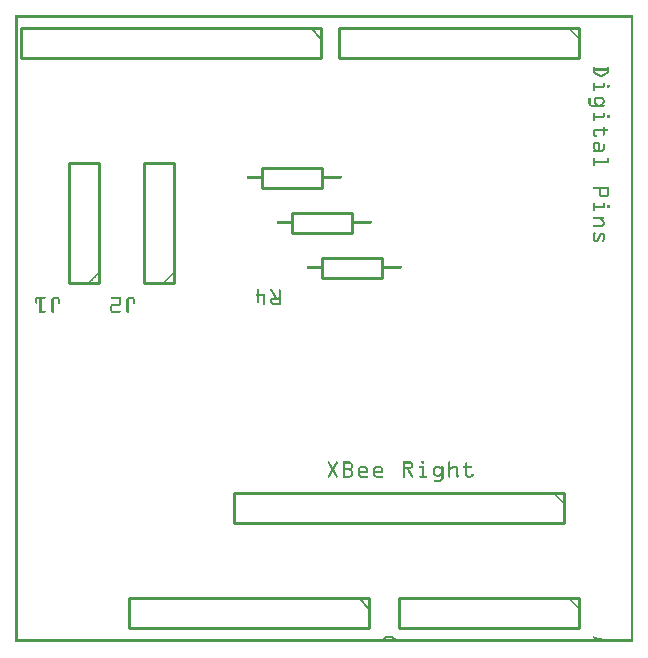
<source format=gto>
G04 MADE WITH FRITZING*
G04 WWW.FRITZING.ORG*
G04 DOUBLE SIDED*
G04 HOLES PLATED*
G04 CONTOUR ON CENTER OF CONTOUR VECTOR*
%ASAXBY*%
%FSLAX23Y23*%
%MOIN*%
%OFA0B0*%
%SFA1.0B1.0*%
%ADD10C,0.010000*%
%ADD11C,0.005000*%
%ADD12R,0.001000X0.001000*%
%LNSILK1*%
G90*
G70*
G54D10*
X1018Y2046D02*
X18Y2046D01*
D02*
X18Y2046D02*
X18Y1946D01*
D02*
X18Y1946D02*
X1018Y1946D01*
D02*
X1018Y1946D02*
X1018Y2046D01*
G54D11*
D02*
X983Y2046D02*
X1018Y2011D01*
G54D10*
D02*
X1179Y146D02*
X379Y146D01*
D02*
X379Y146D02*
X379Y46D01*
D02*
X379Y46D02*
X1179Y46D01*
D02*
X1179Y46D02*
X1179Y146D01*
G54D11*
D02*
X1144Y146D02*
X1179Y111D01*
G54D10*
D02*
X1879Y146D02*
X1279Y146D01*
D02*
X1279Y146D02*
X1279Y46D01*
D02*
X1279Y46D02*
X1879Y46D01*
D02*
X1879Y46D02*
X1879Y146D01*
D02*
X1879Y2046D02*
X1079Y2046D01*
D02*
X1079Y2046D02*
X1079Y1946D01*
D02*
X1079Y1946D02*
X1879Y1946D01*
D02*
X1879Y1946D02*
X1879Y2046D01*
D02*
X1829Y496D02*
X729Y496D01*
D02*
X729Y496D02*
X729Y396D01*
D02*
X729Y396D02*
X1829Y396D01*
D02*
X1829Y396D02*
X1829Y496D01*
D02*
X1220Y1213D02*
X1020Y1213D01*
D02*
X1020Y1213D02*
X1020Y1279D01*
D02*
X1020Y1279D02*
X1220Y1279D01*
D02*
X1220Y1279D02*
X1220Y1213D01*
D02*
X1120Y1363D02*
X920Y1363D01*
D02*
X920Y1363D02*
X920Y1429D01*
D02*
X920Y1429D02*
X1120Y1429D01*
D02*
X1120Y1429D02*
X1120Y1363D01*
D02*
X1020Y1513D02*
X820Y1513D01*
D02*
X820Y1513D02*
X820Y1579D01*
D02*
X820Y1579D02*
X1020Y1579D01*
D02*
X1020Y1579D02*
X1020Y1513D01*
D02*
X279Y1196D02*
X279Y1596D01*
D02*
X279Y1596D02*
X179Y1596D01*
D02*
X179Y1596D02*
X179Y1196D01*
D02*
X179Y1196D02*
X279Y1196D01*
D02*
X529Y1196D02*
X529Y1596D01*
D02*
X529Y1596D02*
X429Y1596D01*
D02*
X429Y1596D02*
X429Y1196D01*
D02*
X429Y1196D02*
X529Y1196D01*
G54D12*
X0Y2088D02*
X2058Y2088D01*
X0Y2087D02*
X2058Y2087D01*
X0Y2086D02*
X2058Y2086D01*
X0Y2085D02*
X2058Y2085D01*
X0Y2084D02*
X2058Y2084D01*
X0Y2083D02*
X2058Y2083D01*
X0Y2082D02*
X2058Y2082D01*
X0Y2081D02*
X2058Y2081D01*
X0Y2080D02*
X7Y2080D01*
X2051Y2080D02*
X2058Y2080D01*
X0Y2079D02*
X7Y2079D01*
X2051Y2079D02*
X2058Y2079D01*
X0Y2078D02*
X7Y2078D01*
X2051Y2078D02*
X2058Y2078D01*
X0Y2077D02*
X7Y2077D01*
X2051Y2077D02*
X2058Y2077D01*
X0Y2076D02*
X7Y2076D01*
X2051Y2076D02*
X2058Y2076D01*
X0Y2075D02*
X7Y2075D01*
X2051Y2075D02*
X2058Y2075D01*
X0Y2074D02*
X7Y2074D01*
X2051Y2074D02*
X2058Y2074D01*
X0Y2073D02*
X7Y2073D01*
X2051Y2073D02*
X2058Y2073D01*
X0Y2072D02*
X7Y2072D01*
X2051Y2072D02*
X2058Y2072D01*
X0Y2071D02*
X7Y2071D01*
X2051Y2071D02*
X2058Y2071D01*
X0Y2070D02*
X7Y2070D01*
X2051Y2070D02*
X2058Y2070D01*
X0Y2069D02*
X7Y2069D01*
X2051Y2069D02*
X2058Y2069D01*
X0Y2068D02*
X7Y2068D01*
X2051Y2068D02*
X2058Y2068D01*
X0Y2067D02*
X7Y2067D01*
X2051Y2067D02*
X2058Y2067D01*
X0Y2066D02*
X7Y2066D01*
X2051Y2066D02*
X2058Y2066D01*
X0Y2065D02*
X7Y2065D01*
X2051Y2065D02*
X2058Y2065D01*
X0Y2064D02*
X7Y2064D01*
X2051Y2064D02*
X2058Y2064D01*
X0Y2063D02*
X7Y2063D01*
X2051Y2063D02*
X2058Y2063D01*
X0Y2062D02*
X7Y2062D01*
X2051Y2062D02*
X2058Y2062D01*
X0Y2061D02*
X7Y2061D01*
X2051Y2061D02*
X2058Y2061D01*
X0Y2060D02*
X7Y2060D01*
X2051Y2060D02*
X2058Y2060D01*
X0Y2059D02*
X7Y2059D01*
X2051Y2059D02*
X2058Y2059D01*
X0Y2058D02*
X7Y2058D01*
X2051Y2058D02*
X2058Y2058D01*
X0Y2057D02*
X7Y2057D01*
X2051Y2057D02*
X2058Y2057D01*
X0Y2056D02*
X7Y2056D01*
X2051Y2056D02*
X2058Y2056D01*
X0Y2055D02*
X7Y2055D01*
X2051Y2055D02*
X2058Y2055D01*
X0Y2054D02*
X7Y2054D01*
X2051Y2054D02*
X2058Y2054D01*
X0Y2053D02*
X7Y2053D01*
X2051Y2053D02*
X2058Y2053D01*
X0Y2052D02*
X7Y2052D01*
X2051Y2052D02*
X2058Y2052D01*
X0Y2051D02*
X7Y2051D01*
X2051Y2051D02*
X2058Y2051D01*
X0Y2050D02*
X7Y2050D01*
X2051Y2050D02*
X2058Y2050D01*
X0Y2049D02*
X7Y2049D01*
X2051Y2049D02*
X2058Y2049D01*
X0Y2048D02*
X7Y2048D01*
X2051Y2048D02*
X2058Y2048D01*
X0Y2047D02*
X7Y2047D01*
X1845Y2047D02*
X1845Y2047D01*
X2051Y2047D02*
X2058Y2047D01*
X0Y2046D02*
X7Y2046D01*
X1844Y2046D02*
X1846Y2046D01*
X2051Y2046D02*
X2058Y2046D01*
X0Y2045D02*
X7Y2045D01*
X1843Y2045D02*
X1847Y2045D01*
X2051Y2045D02*
X2058Y2045D01*
X0Y2044D02*
X7Y2044D01*
X1842Y2044D02*
X1848Y2044D01*
X2051Y2044D02*
X2058Y2044D01*
X0Y2043D02*
X7Y2043D01*
X1843Y2043D02*
X1849Y2043D01*
X2051Y2043D02*
X2058Y2043D01*
X0Y2042D02*
X7Y2042D01*
X1844Y2042D02*
X1850Y2042D01*
X2051Y2042D02*
X2058Y2042D01*
X0Y2041D02*
X7Y2041D01*
X1845Y2041D02*
X1851Y2041D01*
X2051Y2041D02*
X2058Y2041D01*
X0Y2040D02*
X7Y2040D01*
X1846Y2040D02*
X1852Y2040D01*
X2051Y2040D02*
X2058Y2040D01*
X0Y2039D02*
X7Y2039D01*
X1847Y2039D02*
X1853Y2039D01*
X2051Y2039D02*
X2058Y2039D01*
X0Y2038D02*
X7Y2038D01*
X1848Y2038D02*
X1854Y2038D01*
X2051Y2038D02*
X2058Y2038D01*
X0Y2037D02*
X7Y2037D01*
X1849Y2037D02*
X1855Y2037D01*
X2051Y2037D02*
X2058Y2037D01*
X0Y2036D02*
X7Y2036D01*
X1850Y2036D02*
X1856Y2036D01*
X2051Y2036D02*
X2058Y2036D01*
X0Y2035D02*
X7Y2035D01*
X1851Y2035D02*
X1857Y2035D01*
X2051Y2035D02*
X2058Y2035D01*
X0Y2034D02*
X7Y2034D01*
X1852Y2034D02*
X1858Y2034D01*
X2051Y2034D02*
X2058Y2034D01*
X0Y2033D02*
X7Y2033D01*
X1853Y2033D02*
X1859Y2033D01*
X2051Y2033D02*
X2058Y2033D01*
X0Y2032D02*
X7Y2032D01*
X1854Y2032D02*
X1860Y2032D01*
X2051Y2032D02*
X2058Y2032D01*
X0Y2031D02*
X7Y2031D01*
X1855Y2031D02*
X1861Y2031D01*
X2051Y2031D02*
X2058Y2031D01*
X0Y2030D02*
X7Y2030D01*
X1857Y2030D02*
X1862Y2030D01*
X2051Y2030D02*
X2058Y2030D01*
X0Y2029D02*
X7Y2029D01*
X1858Y2029D02*
X1863Y2029D01*
X2051Y2029D02*
X2058Y2029D01*
X0Y2028D02*
X7Y2028D01*
X1859Y2028D02*
X1864Y2028D01*
X2051Y2028D02*
X2058Y2028D01*
X0Y2027D02*
X7Y2027D01*
X1860Y2027D02*
X1865Y2027D01*
X2051Y2027D02*
X2058Y2027D01*
X0Y2026D02*
X7Y2026D01*
X1861Y2026D02*
X1866Y2026D01*
X2051Y2026D02*
X2058Y2026D01*
X0Y2025D02*
X7Y2025D01*
X1862Y2025D02*
X1867Y2025D01*
X2051Y2025D02*
X2058Y2025D01*
X0Y2024D02*
X7Y2024D01*
X1863Y2024D02*
X1868Y2024D01*
X2051Y2024D02*
X2058Y2024D01*
X0Y2023D02*
X7Y2023D01*
X1863Y2023D02*
X1869Y2023D01*
X2051Y2023D02*
X2058Y2023D01*
X0Y2022D02*
X7Y2022D01*
X1864Y2022D02*
X1870Y2022D01*
X2051Y2022D02*
X2058Y2022D01*
X0Y2021D02*
X7Y2021D01*
X1865Y2021D02*
X1871Y2021D01*
X2051Y2021D02*
X2058Y2021D01*
X0Y2020D02*
X7Y2020D01*
X1866Y2020D02*
X1872Y2020D01*
X2051Y2020D02*
X2058Y2020D01*
X0Y2019D02*
X7Y2019D01*
X1867Y2019D02*
X1873Y2019D01*
X2051Y2019D02*
X2058Y2019D01*
X0Y2018D02*
X7Y2018D01*
X1868Y2018D02*
X1874Y2018D01*
X2051Y2018D02*
X2058Y2018D01*
X0Y2017D02*
X7Y2017D01*
X1869Y2017D02*
X1875Y2017D01*
X2051Y2017D02*
X2058Y2017D01*
X0Y2016D02*
X7Y2016D01*
X1870Y2016D02*
X1876Y2016D01*
X2051Y2016D02*
X2058Y2016D01*
X0Y2015D02*
X7Y2015D01*
X1871Y2015D02*
X1877Y2015D01*
X2051Y2015D02*
X2058Y2015D01*
X0Y2014D02*
X7Y2014D01*
X1872Y2014D02*
X1878Y2014D01*
X2051Y2014D02*
X2058Y2014D01*
X0Y2013D02*
X7Y2013D01*
X1873Y2013D02*
X1879Y2013D01*
X2051Y2013D02*
X2058Y2013D01*
X0Y2012D02*
X7Y2012D01*
X1874Y2012D02*
X1879Y2012D01*
X2051Y2012D02*
X2058Y2012D01*
X0Y2011D02*
X7Y2011D01*
X1875Y2011D02*
X1878Y2011D01*
X2051Y2011D02*
X2058Y2011D01*
X0Y2010D02*
X7Y2010D01*
X1876Y2010D02*
X1877Y2010D01*
X2051Y2010D02*
X2058Y2010D01*
X0Y2009D02*
X7Y2009D01*
X2051Y2009D02*
X2058Y2009D01*
X0Y2008D02*
X7Y2008D01*
X2051Y2008D02*
X2058Y2008D01*
X0Y2007D02*
X7Y2007D01*
X2051Y2007D02*
X2058Y2007D01*
X0Y2006D02*
X7Y2006D01*
X2051Y2006D02*
X2058Y2006D01*
X0Y2005D02*
X7Y2005D01*
X2051Y2005D02*
X2058Y2005D01*
X0Y2004D02*
X7Y2004D01*
X2051Y2004D02*
X2058Y2004D01*
X0Y2003D02*
X7Y2003D01*
X2051Y2003D02*
X2058Y2003D01*
X0Y2002D02*
X7Y2002D01*
X2051Y2002D02*
X2058Y2002D01*
X0Y2001D02*
X7Y2001D01*
X2051Y2001D02*
X2058Y2001D01*
X0Y2000D02*
X7Y2000D01*
X2051Y2000D02*
X2058Y2000D01*
X0Y1999D02*
X7Y1999D01*
X2051Y1999D02*
X2058Y1999D01*
X0Y1998D02*
X7Y1998D01*
X2051Y1998D02*
X2058Y1998D01*
X0Y1997D02*
X7Y1997D01*
X2051Y1997D02*
X2058Y1997D01*
X0Y1996D02*
X7Y1996D01*
X2051Y1996D02*
X2058Y1996D01*
X0Y1995D02*
X7Y1995D01*
X2051Y1995D02*
X2058Y1995D01*
X0Y1994D02*
X7Y1994D01*
X2051Y1994D02*
X2058Y1994D01*
X0Y1993D02*
X7Y1993D01*
X2051Y1993D02*
X2058Y1993D01*
X0Y1992D02*
X7Y1992D01*
X2051Y1992D02*
X2058Y1992D01*
X0Y1991D02*
X7Y1991D01*
X2051Y1991D02*
X2058Y1991D01*
X0Y1990D02*
X7Y1990D01*
X2051Y1990D02*
X2058Y1990D01*
X0Y1989D02*
X7Y1989D01*
X2051Y1989D02*
X2058Y1989D01*
X0Y1988D02*
X7Y1988D01*
X2051Y1988D02*
X2058Y1988D01*
X0Y1987D02*
X7Y1987D01*
X2051Y1987D02*
X2058Y1987D01*
X0Y1986D02*
X7Y1986D01*
X2051Y1986D02*
X2058Y1986D01*
X0Y1985D02*
X7Y1985D01*
X2051Y1985D02*
X2058Y1985D01*
X0Y1984D02*
X7Y1984D01*
X2051Y1984D02*
X2058Y1984D01*
X0Y1983D02*
X7Y1983D01*
X2051Y1983D02*
X2058Y1983D01*
X0Y1982D02*
X7Y1982D01*
X2051Y1982D02*
X2058Y1982D01*
X0Y1981D02*
X7Y1981D01*
X2051Y1981D02*
X2058Y1981D01*
X0Y1980D02*
X7Y1980D01*
X2051Y1980D02*
X2058Y1980D01*
X0Y1979D02*
X7Y1979D01*
X2051Y1979D02*
X2058Y1979D01*
X0Y1978D02*
X7Y1978D01*
X2051Y1978D02*
X2058Y1978D01*
X0Y1977D02*
X7Y1977D01*
X2051Y1977D02*
X2058Y1977D01*
X0Y1976D02*
X7Y1976D01*
X2051Y1976D02*
X2058Y1976D01*
X0Y1975D02*
X7Y1975D01*
X2051Y1975D02*
X2058Y1975D01*
X0Y1974D02*
X7Y1974D01*
X2051Y1974D02*
X2058Y1974D01*
X0Y1973D02*
X7Y1973D01*
X2051Y1973D02*
X2058Y1973D01*
X0Y1972D02*
X7Y1972D01*
X2051Y1972D02*
X2058Y1972D01*
X0Y1971D02*
X7Y1971D01*
X2051Y1971D02*
X2058Y1971D01*
X0Y1970D02*
X7Y1970D01*
X2051Y1970D02*
X2058Y1970D01*
X0Y1969D02*
X7Y1969D01*
X2051Y1969D02*
X2058Y1969D01*
X0Y1968D02*
X7Y1968D01*
X2051Y1968D02*
X2058Y1968D01*
X0Y1967D02*
X7Y1967D01*
X2051Y1967D02*
X2058Y1967D01*
X0Y1966D02*
X7Y1966D01*
X2051Y1966D02*
X2058Y1966D01*
X0Y1965D02*
X7Y1965D01*
X2051Y1965D02*
X2058Y1965D01*
X0Y1964D02*
X7Y1964D01*
X2051Y1964D02*
X2058Y1964D01*
X0Y1963D02*
X7Y1963D01*
X2051Y1963D02*
X2058Y1963D01*
X0Y1962D02*
X7Y1962D01*
X2051Y1962D02*
X2058Y1962D01*
X0Y1961D02*
X7Y1961D01*
X2051Y1961D02*
X2058Y1961D01*
X0Y1960D02*
X7Y1960D01*
X2051Y1960D02*
X2058Y1960D01*
X0Y1959D02*
X7Y1959D01*
X2051Y1959D02*
X2058Y1959D01*
X0Y1958D02*
X7Y1958D01*
X2051Y1958D02*
X2058Y1958D01*
X0Y1957D02*
X7Y1957D01*
X2051Y1957D02*
X2058Y1957D01*
X0Y1956D02*
X7Y1956D01*
X2051Y1956D02*
X2058Y1956D01*
X0Y1955D02*
X7Y1955D01*
X2051Y1955D02*
X2058Y1955D01*
X0Y1954D02*
X7Y1954D01*
X2051Y1954D02*
X2058Y1954D01*
X0Y1953D02*
X7Y1953D01*
X2051Y1953D02*
X2058Y1953D01*
X0Y1952D02*
X7Y1952D01*
X2051Y1952D02*
X2058Y1952D01*
X0Y1951D02*
X7Y1951D01*
X2051Y1951D02*
X2058Y1951D01*
X0Y1950D02*
X7Y1950D01*
X2051Y1950D02*
X2058Y1950D01*
X0Y1949D02*
X7Y1949D01*
X2051Y1949D02*
X2058Y1949D01*
X0Y1948D02*
X7Y1948D01*
X2051Y1948D02*
X2058Y1948D01*
X0Y1947D02*
X7Y1947D01*
X2051Y1947D02*
X2058Y1947D01*
X0Y1946D02*
X7Y1946D01*
X2051Y1946D02*
X2058Y1946D01*
X0Y1945D02*
X7Y1945D01*
X2051Y1945D02*
X2058Y1945D01*
X0Y1944D02*
X7Y1944D01*
X2051Y1944D02*
X2058Y1944D01*
X0Y1943D02*
X7Y1943D01*
X2051Y1943D02*
X2058Y1943D01*
X0Y1942D02*
X7Y1942D01*
X2051Y1942D02*
X2058Y1942D01*
X0Y1941D02*
X7Y1941D01*
X2051Y1941D02*
X2058Y1941D01*
X0Y1940D02*
X7Y1940D01*
X2051Y1940D02*
X2058Y1940D01*
X0Y1939D02*
X7Y1939D01*
X2051Y1939D02*
X2058Y1939D01*
X0Y1938D02*
X7Y1938D01*
X2051Y1938D02*
X2058Y1938D01*
X0Y1937D02*
X7Y1937D01*
X2051Y1937D02*
X2058Y1937D01*
X0Y1936D02*
X7Y1936D01*
X2051Y1936D02*
X2058Y1936D01*
X0Y1935D02*
X7Y1935D01*
X2051Y1935D02*
X2058Y1935D01*
X0Y1934D02*
X7Y1934D01*
X2051Y1934D02*
X2058Y1934D01*
X0Y1933D02*
X7Y1933D01*
X2051Y1933D02*
X2058Y1933D01*
X0Y1932D02*
X7Y1932D01*
X2051Y1932D02*
X2058Y1932D01*
X0Y1931D02*
X7Y1931D01*
X2051Y1931D02*
X2058Y1931D01*
X0Y1930D02*
X7Y1930D01*
X2051Y1930D02*
X2058Y1930D01*
X0Y1929D02*
X7Y1929D01*
X2051Y1929D02*
X2058Y1929D01*
X0Y1928D02*
X7Y1928D01*
X2051Y1928D02*
X2058Y1928D01*
X0Y1927D02*
X7Y1927D01*
X2051Y1927D02*
X2058Y1927D01*
X0Y1926D02*
X7Y1926D01*
X2051Y1926D02*
X2058Y1926D01*
X0Y1925D02*
X7Y1925D01*
X2051Y1925D02*
X2058Y1925D01*
X0Y1924D02*
X7Y1924D01*
X2051Y1924D02*
X2058Y1924D01*
X0Y1923D02*
X7Y1923D01*
X2051Y1923D02*
X2058Y1923D01*
X0Y1922D02*
X7Y1922D01*
X2051Y1922D02*
X2058Y1922D01*
X0Y1921D02*
X7Y1921D01*
X2051Y1921D02*
X2058Y1921D01*
X0Y1920D02*
X7Y1920D01*
X2051Y1920D02*
X2058Y1920D01*
X0Y1919D02*
X7Y1919D01*
X2051Y1919D02*
X2058Y1919D01*
X0Y1918D02*
X7Y1918D01*
X1927Y1918D02*
X1928Y1918D01*
X1974Y1918D02*
X1975Y1918D01*
X2051Y1918D02*
X2058Y1918D01*
X0Y1917D02*
X7Y1917D01*
X1926Y1917D02*
X1930Y1917D01*
X1973Y1917D02*
X1977Y1917D01*
X2051Y1917D02*
X2058Y1917D01*
X0Y1916D02*
X7Y1916D01*
X1925Y1916D02*
X1930Y1916D01*
X1972Y1916D02*
X1977Y1916D01*
X2051Y1916D02*
X2058Y1916D01*
X0Y1915D02*
X7Y1915D01*
X1925Y1915D02*
X1930Y1915D01*
X1972Y1915D02*
X1978Y1915D01*
X2051Y1915D02*
X2058Y1915D01*
X0Y1914D02*
X7Y1914D01*
X1925Y1914D02*
X1931Y1914D01*
X1972Y1914D02*
X1978Y1914D01*
X2051Y1914D02*
X2058Y1914D01*
X0Y1913D02*
X7Y1913D01*
X1925Y1913D02*
X1931Y1913D01*
X1972Y1913D02*
X1978Y1913D01*
X2051Y1913D02*
X2058Y1913D01*
X0Y1912D02*
X7Y1912D01*
X1925Y1912D02*
X1931Y1912D01*
X1972Y1912D02*
X1978Y1912D01*
X2051Y1912D02*
X2058Y1912D01*
X0Y1911D02*
X7Y1911D01*
X1925Y1911D02*
X1978Y1911D01*
X2051Y1911D02*
X2058Y1911D01*
X0Y1910D02*
X7Y1910D01*
X1925Y1910D02*
X1978Y1910D01*
X2051Y1910D02*
X2058Y1910D01*
X0Y1909D02*
X7Y1909D01*
X1925Y1909D02*
X1978Y1909D01*
X2051Y1909D02*
X2058Y1909D01*
X0Y1908D02*
X7Y1908D01*
X1925Y1908D02*
X1978Y1908D01*
X2051Y1908D02*
X2058Y1908D01*
X0Y1907D02*
X7Y1907D01*
X1925Y1907D02*
X1978Y1907D01*
X2051Y1907D02*
X2058Y1907D01*
X0Y1906D02*
X7Y1906D01*
X1925Y1906D02*
X1978Y1906D01*
X2051Y1906D02*
X2058Y1906D01*
X0Y1905D02*
X7Y1905D01*
X1925Y1905D02*
X1978Y1905D01*
X2051Y1905D02*
X2058Y1905D01*
X0Y1904D02*
X7Y1904D01*
X1925Y1904D02*
X1931Y1904D01*
X1972Y1904D02*
X1978Y1904D01*
X2051Y1904D02*
X2058Y1904D01*
X0Y1903D02*
X7Y1903D01*
X1925Y1903D02*
X1931Y1903D01*
X1972Y1903D02*
X1978Y1903D01*
X2051Y1903D02*
X2058Y1903D01*
X0Y1902D02*
X7Y1902D01*
X1925Y1902D02*
X1931Y1902D01*
X1972Y1902D02*
X1978Y1902D01*
X2051Y1902D02*
X2058Y1902D01*
X0Y1901D02*
X7Y1901D01*
X1925Y1901D02*
X1931Y1901D01*
X1972Y1901D02*
X1978Y1901D01*
X2051Y1901D02*
X2058Y1901D01*
X0Y1900D02*
X7Y1900D01*
X1925Y1900D02*
X1931Y1900D01*
X1971Y1900D02*
X1978Y1900D01*
X2051Y1900D02*
X2058Y1900D01*
X0Y1899D02*
X7Y1899D01*
X1925Y1899D02*
X1932Y1899D01*
X1970Y1899D02*
X1977Y1899D01*
X2051Y1899D02*
X2058Y1899D01*
X0Y1898D02*
X7Y1898D01*
X1925Y1898D02*
X1934Y1898D01*
X1968Y1898D02*
X1977Y1898D01*
X2051Y1898D02*
X2058Y1898D01*
X0Y1897D02*
X7Y1897D01*
X1926Y1897D02*
X1936Y1897D01*
X1966Y1897D02*
X1976Y1897D01*
X2051Y1897D02*
X2058Y1897D01*
X0Y1896D02*
X7Y1896D01*
X1926Y1896D02*
X1938Y1896D01*
X1964Y1896D02*
X1976Y1896D01*
X2051Y1896D02*
X2058Y1896D01*
X0Y1895D02*
X7Y1895D01*
X1927Y1895D02*
X1940Y1895D01*
X1962Y1895D02*
X1975Y1895D01*
X2051Y1895D02*
X2058Y1895D01*
X0Y1894D02*
X7Y1894D01*
X1928Y1894D02*
X1942Y1894D01*
X1960Y1894D02*
X1974Y1894D01*
X2051Y1894D02*
X2058Y1894D01*
X0Y1893D02*
X7Y1893D01*
X1929Y1893D02*
X1944Y1893D01*
X1958Y1893D02*
X1973Y1893D01*
X2051Y1893D02*
X2058Y1893D01*
X0Y1892D02*
X7Y1892D01*
X1931Y1892D02*
X1946Y1892D01*
X1957Y1892D02*
X1971Y1892D01*
X2051Y1892D02*
X2058Y1892D01*
X0Y1891D02*
X7Y1891D01*
X1933Y1891D02*
X1948Y1891D01*
X1954Y1891D02*
X1969Y1891D01*
X2051Y1891D02*
X2058Y1891D01*
X0Y1890D02*
X7Y1890D01*
X1935Y1890D02*
X1967Y1890D01*
X2051Y1890D02*
X2058Y1890D01*
X0Y1889D02*
X7Y1889D01*
X1937Y1889D02*
X1965Y1889D01*
X2051Y1889D02*
X2058Y1889D01*
X0Y1888D02*
X7Y1888D01*
X1939Y1888D02*
X1963Y1888D01*
X2051Y1888D02*
X2058Y1888D01*
X0Y1887D02*
X7Y1887D01*
X1941Y1887D02*
X1961Y1887D01*
X2051Y1887D02*
X2058Y1887D01*
X0Y1886D02*
X7Y1886D01*
X1943Y1886D02*
X1959Y1886D01*
X2051Y1886D02*
X2058Y1886D01*
X0Y1885D02*
X7Y1885D01*
X1945Y1885D02*
X1957Y1885D01*
X2051Y1885D02*
X2058Y1885D01*
X0Y1884D02*
X7Y1884D01*
X1948Y1884D02*
X1954Y1884D01*
X2051Y1884D02*
X2058Y1884D01*
X0Y1883D02*
X7Y1883D01*
X2051Y1883D02*
X2058Y1883D01*
X0Y1882D02*
X7Y1882D01*
X2051Y1882D02*
X2058Y1882D01*
X0Y1881D02*
X7Y1881D01*
X2051Y1881D02*
X2058Y1881D01*
X0Y1880D02*
X7Y1880D01*
X2051Y1880D02*
X2058Y1880D01*
X0Y1879D02*
X7Y1879D01*
X2051Y1879D02*
X2058Y1879D01*
X0Y1878D02*
X7Y1878D01*
X2051Y1878D02*
X2058Y1878D01*
X0Y1877D02*
X7Y1877D01*
X2051Y1877D02*
X2058Y1877D01*
X0Y1876D02*
X7Y1876D01*
X2051Y1876D02*
X2058Y1876D01*
X0Y1875D02*
X7Y1875D01*
X2051Y1875D02*
X2058Y1875D01*
X0Y1874D02*
X7Y1874D01*
X2051Y1874D02*
X2058Y1874D01*
X0Y1873D02*
X7Y1873D01*
X2051Y1873D02*
X2058Y1873D01*
X0Y1872D02*
X7Y1872D01*
X2051Y1872D02*
X2058Y1872D01*
X0Y1871D02*
X7Y1871D01*
X2051Y1871D02*
X2058Y1871D01*
X0Y1870D02*
X7Y1870D01*
X2051Y1870D02*
X2058Y1870D01*
X0Y1869D02*
X7Y1869D01*
X2051Y1869D02*
X2058Y1869D01*
X0Y1868D02*
X7Y1868D01*
X2051Y1868D02*
X2058Y1868D01*
X0Y1867D02*
X7Y1867D01*
X2051Y1867D02*
X2058Y1867D01*
X0Y1866D02*
X7Y1866D01*
X2051Y1866D02*
X2058Y1866D01*
X0Y1865D02*
X7Y1865D01*
X2051Y1865D02*
X2058Y1865D01*
X0Y1864D02*
X7Y1864D01*
X1926Y1864D02*
X1929Y1864D01*
X1959Y1864D02*
X1961Y1864D01*
X2051Y1864D02*
X2058Y1864D01*
X0Y1863D02*
X7Y1863D01*
X1925Y1863D02*
X1930Y1863D01*
X1958Y1863D02*
X1962Y1863D01*
X2051Y1863D02*
X2058Y1863D01*
X0Y1862D02*
X7Y1862D01*
X1925Y1862D02*
X1930Y1862D01*
X1957Y1862D02*
X1963Y1862D01*
X2051Y1862D02*
X2058Y1862D01*
X0Y1861D02*
X7Y1861D01*
X1925Y1861D02*
X1931Y1861D01*
X1957Y1861D02*
X1963Y1861D01*
X2051Y1861D02*
X2058Y1861D01*
X0Y1860D02*
X7Y1860D01*
X1925Y1860D02*
X1931Y1860D01*
X1957Y1860D02*
X1963Y1860D01*
X2051Y1860D02*
X2058Y1860D01*
X0Y1859D02*
X7Y1859D01*
X1925Y1859D02*
X1931Y1859D01*
X1957Y1859D02*
X1963Y1859D01*
X2051Y1859D02*
X2058Y1859D01*
X0Y1858D02*
X7Y1858D01*
X1925Y1858D02*
X1931Y1858D01*
X1957Y1858D02*
X1963Y1858D01*
X2051Y1858D02*
X2058Y1858D01*
X0Y1857D02*
X7Y1857D01*
X1925Y1857D02*
X1931Y1857D01*
X1957Y1857D02*
X1963Y1857D01*
X1973Y1857D02*
X1979Y1857D01*
X2051Y1857D02*
X2058Y1857D01*
X0Y1856D02*
X7Y1856D01*
X1925Y1856D02*
X1931Y1856D01*
X1957Y1856D02*
X1963Y1856D01*
X1972Y1856D02*
X1980Y1856D01*
X2051Y1856D02*
X2058Y1856D01*
X0Y1855D02*
X7Y1855D01*
X1925Y1855D02*
X1931Y1855D01*
X1957Y1855D02*
X1963Y1855D01*
X1972Y1855D02*
X1980Y1855D01*
X2051Y1855D02*
X2058Y1855D01*
X0Y1854D02*
X7Y1854D01*
X1925Y1854D02*
X1963Y1854D01*
X1972Y1854D02*
X1981Y1854D01*
X2051Y1854D02*
X2058Y1854D01*
X0Y1853D02*
X7Y1853D01*
X1925Y1853D02*
X1963Y1853D01*
X1972Y1853D02*
X1981Y1853D01*
X2051Y1853D02*
X2058Y1853D01*
X0Y1852D02*
X7Y1852D01*
X1925Y1852D02*
X1963Y1852D01*
X1972Y1852D02*
X1981Y1852D01*
X2051Y1852D02*
X2058Y1852D01*
X0Y1851D02*
X7Y1851D01*
X1925Y1851D02*
X1963Y1851D01*
X1972Y1851D02*
X1981Y1851D01*
X2051Y1851D02*
X2058Y1851D01*
X0Y1850D02*
X7Y1850D01*
X1925Y1850D02*
X1963Y1850D01*
X1972Y1850D02*
X1980Y1850D01*
X2051Y1850D02*
X2058Y1850D01*
X0Y1849D02*
X7Y1849D01*
X1925Y1849D02*
X1962Y1849D01*
X1972Y1849D02*
X1980Y1849D01*
X2051Y1849D02*
X2058Y1849D01*
X0Y1848D02*
X7Y1848D01*
X1925Y1848D02*
X1962Y1848D01*
X1973Y1848D02*
X1979Y1848D01*
X2051Y1848D02*
X2058Y1848D01*
X0Y1847D02*
X7Y1847D01*
X1925Y1847D02*
X1931Y1847D01*
X2051Y1847D02*
X2058Y1847D01*
X0Y1846D02*
X7Y1846D01*
X1925Y1846D02*
X1931Y1846D01*
X2051Y1846D02*
X2058Y1846D01*
X0Y1845D02*
X7Y1845D01*
X1925Y1845D02*
X1931Y1845D01*
X2051Y1845D02*
X2058Y1845D01*
X0Y1844D02*
X7Y1844D01*
X1925Y1844D02*
X1931Y1844D01*
X2051Y1844D02*
X2058Y1844D01*
X0Y1843D02*
X7Y1843D01*
X1925Y1843D02*
X1931Y1843D01*
X2051Y1843D02*
X2058Y1843D01*
X0Y1842D02*
X7Y1842D01*
X1925Y1842D02*
X1931Y1842D01*
X2051Y1842D02*
X2058Y1842D01*
X0Y1841D02*
X7Y1841D01*
X1925Y1841D02*
X1931Y1841D01*
X2051Y1841D02*
X2058Y1841D01*
X0Y1840D02*
X7Y1840D01*
X1925Y1840D02*
X1930Y1840D01*
X2051Y1840D02*
X2058Y1840D01*
X0Y1839D02*
X7Y1839D01*
X1925Y1839D02*
X1930Y1839D01*
X2051Y1839D02*
X2058Y1839D01*
X0Y1838D02*
X7Y1838D01*
X1926Y1838D02*
X1930Y1838D01*
X2051Y1838D02*
X2058Y1838D01*
X0Y1837D02*
X7Y1837D01*
X1927Y1837D02*
X1928Y1837D01*
X2051Y1837D02*
X2058Y1837D01*
X0Y1836D02*
X7Y1836D01*
X2051Y1836D02*
X2058Y1836D01*
X0Y1835D02*
X7Y1835D01*
X2051Y1835D02*
X2058Y1835D01*
X0Y1834D02*
X7Y1834D01*
X2051Y1834D02*
X2058Y1834D01*
X0Y1833D02*
X7Y1833D01*
X2051Y1833D02*
X2058Y1833D01*
X0Y1832D02*
X7Y1832D01*
X2051Y1832D02*
X2058Y1832D01*
X0Y1831D02*
X7Y1831D01*
X2051Y1831D02*
X2058Y1831D01*
X0Y1830D02*
X7Y1830D01*
X2051Y1830D02*
X2058Y1830D01*
X0Y1829D02*
X7Y1829D01*
X2051Y1829D02*
X2058Y1829D01*
X0Y1828D02*
X7Y1828D01*
X2051Y1828D02*
X2058Y1828D01*
X0Y1827D02*
X7Y1827D01*
X2051Y1827D02*
X2058Y1827D01*
X0Y1826D02*
X7Y1826D01*
X2051Y1826D02*
X2058Y1826D01*
X0Y1825D02*
X7Y1825D01*
X2051Y1825D02*
X2058Y1825D01*
X0Y1824D02*
X7Y1824D01*
X2051Y1824D02*
X2058Y1824D01*
X0Y1823D02*
X7Y1823D01*
X2051Y1823D02*
X2058Y1823D01*
X0Y1822D02*
X7Y1822D01*
X2051Y1822D02*
X2058Y1822D01*
X0Y1821D02*
X7Y1821D01*
X2051Y1821D02*
X2058Y1821D01*
X0Y1820D02*
X7Y1820D01*
X2051Y1820D02*
X2058Y1820D01*
X0Y1819D02*
X7Y1819D01*
X2051Y1819D02*
X2058Y1819D01*
X0Y1818D02*
X7Y1818D01*
X2051Y1818D02*
X2058Y1818D01*
X0Y1817D02*
X7Y1817D01*
X1936Y1817D02*
X1954Y1817D01*
X2051Y1817D02*
X2058Y1817D01*
X0Y1816D02*
X7Y1816D01*
X1934Y1816D02*
X1956Y1816D01*
X2051Y1816D02*
X2058Y1816D01*
X0Y1815D02*
X7Y1815D01*
X1933Y1815D02*
X1957Y1815D01*
X2051Y1815D02*
X2058Y1815D01*
X0Y1814D02*
X7Y1814D01*
X1912Y1814D02*
X1914Y1814D01*
X1932Y1814D02*
X1958Y1814D01*
X2051Y1814D02*
X2058Y1814D01*
X0Y1813D02*
X7Y1813D01*
X1911Y1813D02*
X1915Y1813D01*
X1931Y1813D02*
X1959Y1813D01*
X2051Y1813D02*
X2058Y1813D01*
X0Y1812D02*
X7Y1812D01*
X1910Y1812D02*
X1916Y1812D01*
X1930Y1812D02*
X1960Y1812D01*
X2051Y1812D02*
X2058Y1812D01*
X0Y1811D02*
X7Y1811D01*
X1910Y1811D02*
X1916Y1811D01*
X1930Y1811D02*
X1961Y1811D01*
X2051Y1811D02*
X2058Y1811D01*
X0Y1810D02*
X7Y1810D01*
X1910Y1810D02*
X1916Y1810D01*
X1929Y1810D02*
X1937Y1810D01*
X1953Y1810D02*
X1962Y1810D01*
X2051Y1810D02*
X2058Y1810D01*
X0Y1809D02*
X7Y1809D01*
X1910Y1809D02*
X1916Y1809D01*
X1928Y1809D02*
X1936Y1809D01*
X1955Y1809D02*
X1962Y1809D01*
X2051Y1809D02*
X2058Y1809D01*
X0Y1808D02*
X7Y1808D01*
X1910Y1808D02*
X1916Y1808D01*
X1928Y1808D02*
X1935Y1808D01*
X1955Y1808D02*
X1962Y1808D01*
X2051Y1808D02*
X2058Y1808D01*
X0Y1807D02*
X7Y1807D01*
X1910Y1807D02*
X1916Y1807D01*
X1928Y1807D02*
X1934Y1807D01*
X1956Y1807D02*
X1963Y1807D01*
X2051Y1807D02*
X2058Y1807D01*
X0Y1806D02*
X7Y1806D01*
X1910Y1806D02*
X1916Y1806D01*
X1928Y1806D02*
X1934Y1806D01*
X1957Y1806D02*
X1963Y1806D01*
X2051Y1806D02*
X2058Y1806D01*
X0Y1805D02*
X7Y1805D01*
X1910Y1805D02*
X1916Y1805D01*
X1927Y1805D02*
X1934Y1805D01*
X1957Y1805D02*
X1963Y1805D01*
X2051Y1805D02*
X2058Y1805D01*
X0Y1804D02*
X7Y1804D01*
X1910Y1804D02*
X1916Y1804D01*
X1927Y1804D02*
X1933Y1804D01*
X1957Y1804D02*
X1963Y1804D01*
X2051Y1804D02*
X2058Y1804D01*
X0Y1803D02*
X7Y1803D01*
X1910Y1803D02*
X1916Y1803D01*
X1927Y1803D02*
X1933Y1803D01*
X1957Y1803D02*
X1963Y1803D01*
X2051Y1803D02*
X2058Y1803D01*
X0Y1802D02*
X7Y1802D01*
X1910Y1802D02*
X1916Y1802D01*
X1927Y1802D02*
X1933Y1802D01*
X1957Y1802D02*
X1963Y1802D01*
X2051Y1802D02*
X2058Y1802D01*
X0Y1801D02*
X7Y1801D01*
X1910Y1801D02*
X1916Y1801D01*
X1927Y1801D02*
X1933Y1801D01*
X1957Y1801D02*
X1963Y1801D01*
X2051Y1801D02*
X2058Y1801D01*
X0Y1800D02*
X7Y1800D01*
X1910Y1800D02*
X1916Y1800D01*
X1927Y1800D02*
X1933Y1800D01*
X1957Y1800D02*
X1963Y1800D01*
X2051Y1800D02*
X2058Y1800D01*
X0Y1799D02*
X7Y1799D01*
X1910Y1799D02*
X1916Y1799D01*
X1927Y1799D02*
X1934Y1799D01*
X1957Y1799D02*
X1963Y1799D01*
X2051Y1799D02*
X2058Y1799D01*
X0Y1798D02*
X7Y1798D01*
X1910Y1798D02*
X1916Y1798D01*
X1928Y1798D02*
X1934Y1798D01*
X1956Y1798D02*
X1963Y1798D01*
X2051Y1798D02*
X2058Y1798D01*
X0Y1797D02*
X7Y1797D01*
X1910Y1797D02*
X1916Y1797D01*
X1928Y1797D02*
X1935Y1797D01*
X1956Y1797D02*
X1963Y1797D01*
X2051Y1797D02*
X2058Y1797D01*
X0Y1796D02*
X7Y1796D01*
X1910Y1796D02*
X1916Y1796D01*
X1928Y1796D02*
X1935Y1796D01*
X1955Y1796D02*
X1962Y1796D01*
X2051Y1796D02*
X2058Y1796D01*
X0Y1795D02*
X7Y1795D01*
X1910Y1795D02*
X1916Y1795D01*
X1929Y1795D02*
X1936Y1795D01*
X1954Y1795D02*
X1962Y1795D01*
X2051Y1795D02*
X2058Y1795D01*
X0Y1794D02*
X7Y1794D01*
X1910Y1794D02*
X1917Y1794D01*
X1929Y1794D02*
X1937Y1794D01*
X1953Y1794D02*
X1961Y1794D01*
X2051Y1794D02*
X2058Y1794D01*
X0Y1793D02*
X7Y1793D01*
X1910Y1793D02*
X1917Y1793D01*
X1930Y1793D02*
X1938Y1793D01*
X1952Y1793D02*
X1961Y1793D01*
X2051Y1793D02*
X2058Y1793D01*
X0Y1792D02*
X7Y1792D01*
X1911Y1792D02*
X1918Y1792D01*
X1931Y1792D02*
X1939Y1792D01*
X1951Y1792D02*
X1960Y1792D01*
X2051Y1792D02*
X2058Y1792D01*
X0Y1791D02*
X7Y1791D01*
X1911Y1791D02*
X1919Y1791D01*
X1931Y1791D02*
X1940Y1791D01*
X1950Y1791D02*
X1959Y1791D01*
X2051Y1791D02*
X2058Y1791D01*
X0Y1790D02*
X7Y1790D01*
X1912Y1790D02*
X1960Y1790D01*
X2051Y1790D02*
X2058Y1790D01*
X0Y1789D02*
X7Y1789D01*
X1913Y1789D02*
X1962Y1789D01*
X2051Y1789D02*
X2058Y1789D01*
X0Y1788D02*
X7Y1788D01*
X1913Y1788D02*
X1963Y1788D01*
X2051Y1788D02*
X2058Y1788D01*
X0Y1787D02*
X7Y1787D01*
X1914Y1787D02*
X1963Y1787D01*
X2051Y1787D02*
X2058Y1787D01*
X0Y1786D02*
X7Y1786D01*
X1915Y1786D02*
X1963Y1786D01*
X2051Y1786D02*
X2058Y1786D01*
X0Y1785D02*
X7Y1785D01*
X1917Y1785D02*
X1962Y1785D01*
X2051Y1785D02*
X2058Y1785D01*
X0Y1784D02*
X7Y1784D01*
X1918Y1784D02*
X1962Y1784D01*
X2051Y1784D02*
X2058Y1784D01*
X0Y1783D02*
X7Y1783D01*
X2051Y1783D02*
X2058Y1783D01*
X0Y1782D02*
X7Y1782D01*
X2051Y1782D02*
X2058Y1782D01*
X0Y1781D02*
X7Y1781D01*
X2051Y1781D02*
X2058Y1781D01*
X0Y1780D02*
X7Y1780D01*
X2051Y1780D02*
X2058Y1780D01*
X0Y1779D02*
X7Y1779D01*
X2051Y1779D02*
X2058Y1779D01*
X0Y1778D02*
X7Y1778D01*
X2051Y1778D02*
X2058Y1778D01*
X0Y1777D02*
X7Y1777D01*
X2051Y1777D02*
X2058Y1777D01*
X0Y1776D02*
X7Y1776D01*
X2051Y1776D02*
X2058Y1776D01*
X0Y1775D02*
X7Y1775D01*
X2051Y1775D02*
X2058Y1775D01*
X0Y1774D02*
X7Y1774D01*
X2051Y1774D02*
X2058Y1774D01*
X0Y1773D02*
X7Y1773D01*
X2051Y1773D02*
X2058Y1773D01*
X0Y1772D02*
X7Y1772D01*
X2051Y1772D02*
X2058Y1772D01*
X0Y1771D02*
X7Y1771D01*
X2051Y1771D02*
X2058Y1771D01*
X0Y1770D02*
X7Y1770D01*
X2051Y1770D02*
X2058Y1770D01*
X0Y1769D02*
X7Y1769D01*
X2051Y1769D02*
X2058Y1769D01*
X0Y1768D02*
X7Y1768D01*
X2051Y1768D02*
X2058Y1768D01*
X0Y1767D02*
X7Y1767D01*
X2051Y1767D02*
X2058Y1767D01*
X0Y1766D02*
X7Y1766D01*
X2051Y1766D02*
X2058Y1766D01*
X0Y1765D02*
X7Y1765D01*
X2051Y1765D02*
X2058Y1765D01*
X0Y1764D02*
X7Y1764D01*
X1927Y1764D02*
X1928Y1764D01*
X1960Y1764D02*
X1960Y1764D01*
X2051Y1764D02*
X2058Y1764D01*
X0Y1763D02*
X7Y1763D01*
X1926Y1763D02*
X1930Y1763D01*
X1958Y1763D02*
X1962Y1763D01*
X2051Y1763D02*
X2058Y1763D01*
X0Y1762D02*
X7Y1762D01*
X1925Y1762D02*
X1930Y1762D01*
X1957Y1762D02*
X1963Y1762D01*
X2051Y1762D02*
X2058Y1762D01*
X0Y1761D02*
X7Y1761D01*
X1925Y1761D02*
X1930Y1761D01*
X1957Y1761D02*
X1963Y1761D01*
X2051Y1761D02*
X2058Y1761D01*
X0Y1760D02*
X7Y1760D01*
X1925Y1760D02*
X1931Y1760D01*
X1957Y1760D02*
X1963Y1760D01*
X2051Y1760D02*
X2058Y1760D01*
X0Y1759D02*
X7Y1759D01*
X1925Y1759D02*
X1931Y1759D01*
X1957Y1759D02*
X1963Y1759D01*
X2051Y1759D02*
X2058Y1759D01*
X0Y1758D02*
X7Y1758D01*
X1925Y1758D02*
X1931Y1758D01*
X1957Y1758D02*
X1963Y1758D01*
X2051Y1758D02*
X2058Y1758D01*
X0Y1757D02*
X7Y1757D01*
X1925Y1757D02*
X1931Y1757D01*
X1957Y1757D02*
X1963Y1757D01*
X1974Y1757D02*
X1978Y1757D01*
X2051Y1757D02*
X2058Y1757D01*
X0Y1756D02*
X7Y1756D01*
X1925Y1756D02*
X1931Y1756D01*
X1957Y1756D02*
X1963Y1756D01*
X1973Y1756D02*
X1980Y1756D01*
X2051Y1756D02*
X2058Y1756D01*
X0Y1755D02*
X7Y1755D01*
X1925Y1755D02*
X1931Y1755D01*
X1957Y1755D02*
X1963Y1755D01*
X1972Y1755D02*
X1980Y1755D01*
X2051Y1755D02*
X2058Y1755D01*
X0Y1754D02*
X7Y1754D01*
X1925Y1754D02*
X1931Y1754D01*
X1957Y1754D02*
X1963Y1754D01*
X1972Y1754D02*
X1981Y1754D01*
X2051Y1754D02*
X2058Y1754D01*
X0Y1753D02*
X7Y1753D01*
X1925Y1753D02*
X1963Y1753D01*
X1972Y1753D02*
X1981Y1753D01*
X2051Y1753D02*
X2058Y1753D01*
X0Y1752D02*
X7Y1752D01*
X1925Y1752D02*
X1963Y1752D01*
X1972Y1752D02*
X1981Y1752D01*
X2051Y1752D02*
X2058Y1752D01*
X0Y1751D02*
X7Y1751D01*
X1925Y1751D02*
X1963Y1751D01*
X1972Y1751D02*
X1981Y1751D01*
X2051Y1751D02*
X2058Y1751D01*
X0Y1750D02*
X7Y1750D01*
X1925Y1750D02*
X1963Y1750D01*
X1972Y1750D02*
X1981Y1750D01*
X2051Y1750D02*
X2058Y1750D01*
X0Y1749D02*
X7Y1749D01*
X1925Y1749D02*
X1963Y1749D01*
X1972Y1749D02*
X1980Y1749D01*
X2051Y1749D02*
X2058Y1749D01*
X0Y1748D02*
X7Y1748D01*
X1925Y1748D02*
X1962Y1748D01*
X1973Y1748D02*
X1980Y1748D01*
X2051Y1748D02*
X2058Y1748D01*
X0Y1747D02*
X7Y1747D01*
X1925Y1747D02*
X1961Y1747D01*
X1974Y1747D02*
X1978Y1747D01*
X2051Y1747D02*
X2058Y1747D01*
X0Y1746D02*
X7Y1746D01*
X1925Y1746D02*
X1931Y1746D01*
X2051Y1746D02*
X2058Y1746D01*
X0Y1745D02*
X7Y1745D01*
X1925Y1745D02*
X1931Y1745D01*
X2051Y1745D02*
X2058Y1745D01*
X0Y1744D02*
X7Y1744D01*
X1925Y1744D02*
X1931Y1744D01*
X2051Y1744D02*
X2058Y1744D01*
X0Y1743D02*
X7Y1743D01*
X1925Y1743D02*
X1931Y1743D01*
X2051Y1743D02*
X2058Y1743D01*
X0Y1742D02*
X7Y1742D01*
X1925Y1742D02*
X1931Y1742D01*
X2051Y1742D02*
X2058Y1742D01*
X0Y1741D02*
X7Y1741D01*
X1925Y1741D02*
X1931Y1741D01*
X2051Y1741D02*
X2058Y1741D01*
X0Y1740D02*
X7Y1740D01*
X1925Y1740D02*
X1931Y1740D01*
X2051Y1740D02*
X2058Y1740D01*
X0Y1739D02*
X7Y1739D01*
X1925Y1739D02*
X1930Y1739D01*
X2051Y1739D02*
X2058Y1739D01*
X0Y1738D02*
X7Y1738D01*
X1925Y1738D02*
X1930Y1738D01*
X2051Y1738D02*
X2058Y1738D01*
X0Y1737D02*
X7Y1737D01*
X1926Y1737D02*
X1929Y1737D01*
X2051Y1737D02*
X2058Y1737D01*
X0Y1736D02*
X7Y1736D01*
X2051Y1736D02*
X2058Y1736D01*
X0Y1735D02*
X7Y1735D01*
X2051Y1735D02*
X2058Y1735D01*
X0Y1734D02*
X7Y1734D01*
X2051Y1734D02*
X2058Y1734D01*
X0Y1733D02*
X7Y1733D01*
X2051Y1733D02*
X2058Y1733D01*
X0Y1732D02*
X7Y1732D01*
X2051Y1732D02*
X2058Y1732D01*
X0Y1731D02*
X7Y1731D01*
X2051Y1731D02*
X2058Y1731D01*
X0Y1730D02*
X7Y1730D01*
X2051Y1730D02*
X2058Y1730D01*
X0Y1729D02*
X7Y1729D01*
X2051Y1729D02*
X2058Y1729D01*
X0Y1728D02*
X7Y1728D01*
X2051Y1728D02*
X2058Y1728D01*
X0Y1727D02*
X7Y1727D01*
X2051Y1727D02*
X2058Y1727D01*
X0Y1726D02*
X7Y1726D01*
X2051Y1726D02*
X2058Y1726D01*
X0Y1725D02*
X7Y1725D01*
X2051Y1725D02*
X2058Y1725D01*
X0Y1724D02*
X7Y1724D01*
X2051Y1724D02*
X2058Y1724D01*
X0Y1723D02*
X7Y1723D01*
X2051Y1723D02*
X2058Y1723D01*
X0Y1722D02*
X7Y1722D01*
X2051Y1722D02*
X2058Y1722D01*
X0Y1721D02*
X7Y1721D01*
X2051Y1721D02*
X2058Y1721D01*
X0Y1720D02*
X7Y1720D01*
X2051Y1720D02*
X2058Y1720D01*
X0Y1719D02*
X7Y1719D01*
X2051Y1719D02*
X2058Y1719D01*
X0Y1718D02*
X7Y1718D01*
X2051Y1718D02*
X2058Y1718D01*
X0Y1717D02*
X7Y1717D01*
X1959Y1717D02*
X1961Y1717D01*
X2051Y1717D02*
X2058Y1717D01*
X0Y1716D02*
X7Y1716D01*
X1958Y1716D02*
X1962Y1716D01*
X2051Y1716D02*
X2058Y1716D01*
X0Y1715D02*
X7Y1715D01*
X1957Y1715D02*
X1963Y1715D01*
X2051Y1715D02*
X2058Y1715D01*
X0Y1714D02*
X7Y1714D01*
X1957Y1714D02*
X1963Y1714D01*
X2051Y1714D02*
X2058Y1714D01*
X0Y1713D02*
X7Y1713D01*
X1957Y1713D02*
X1963Y1713D01*
X2051Y1713D02*
X2058Y1713D01*
X0Y1712D02*
X7Y1712D01*
X1957Y1712D02*
X1963Y1712D01*
X2051Y1712D02*
X2058Y1712D01*
X0Y1711D02*
X7Y1711D01*
X1957Y1711D02*
X1963Y1711D01*
X2051Y1711D02*
X2058Y1711D01*
X0Y1710D02*
X7Y1710D01*
X1932Y1710D02*
X1973Y1710D01*
X2051Y1710D02*
X2058Y1710D01*
X0Y1709D02*
X7Y1709D01*
X1930Y1709D02*
X1974Y1709D01*
X2051Y1709D02*
X2058Y1709D01*
X0Y1708D02*
X7Y1708D01*
X1928Y1708D02*
X1975Y1708D01*
X2051Y1708D02*
X2058Y1708D01*
X0Y1707D02*
X7Y1707D01*
X1927Y1707D02*
X1975Y1707D01*
X2051Y1707D02*
X2058Y1707D01*
X0Y1706D02*
X7Y1706D01*
X1926Y1706D02*
X1975Y1706D01*
X2051Y1706D02*
X2058Y1706D01*
X0Y1705D02*
X7Y1705D01*
X1926Y1705D02*
X1974Y1705D01*
X2051Y1705D02*
X2058Y1705D01*
X0Y1704D02*
X7Y1704D01*
X1925Y1704D02*
X1973Y1704D01*
X2051Y1704D02*
X2058Y1704D01*
X0Y1703D02*
X7Y1703D01*
X1925Y1703D02*
X1932Y1703D01*
X1957Y1703D02*
X1963Y1703D01*
X2051Y1703D02*
X2058Y1703D01*
X0Y1702D02*
X7Y1702D01*
X1925Y1702D02*
X1931Y1702D01*
X1957Y1702D02*
X1963Y1702D01*
X2051Y1702D02*
X2058Y1702D01*
X0Y1701D02*
X7Y1701D01*
X1925Y1701D02*
X1931Y1701D01*
X1957Y1701D02*
X1963Y1701D01*
X2051Y1701D02*
X2058Y1701D01*
X0Y1700D02*
X7Y1700D01*
X1925Y1700D02*
X1931Y1700D01*
X1957Y1700D02*
X1963Y1700D01*
X2051Y1700D02*
X2058Y1700D01*
X0Y1699D02*
X7Y1699D01*
X1925Y1699D02*
X1931Y1699D01*
X1957Y1699D02*
X1963Y1699D01*
X2051Y1699D02*
X2058Y1699D01*
X0Y1698D02*
X7Y1698D01*
X1925Y1698D02*
X1931Y1698D01*
X1957Y1698D02*
X1963Y1698D01*
X2051Y1698D02*
X2058Y1698D01*
X0Y1697D02*
X7Y1697D01*
X1925Y1697D02*
X1931Y1697D01*
X1957Y1697D02*
X1963Y1697D01*
X2051Y1697D02*
X2058Y1697D01*
X0Y1696D02*
X7Y1696D01*
X1925Y1696D02*
X1931Y1696D01*
X1957Y1696D02*
X1963Y1696D01*
X2051Y1696D02*
X2058Y1696D01*
X0Y1695D02*
X7Y1695D01*
X1925Y1695D02*
X1931Y1695D01*
X1957Y1695D02*
X1963Y1695D01*
X2051Y1695D02*
X2058Y1695D01*
X0Y1694D02*
X7Y1694D01*
X1925Y1694D02*
X1931Y1694D01*
X1957Y1694D02*
X1963Y1694D01*
X2051Y1694D02*
X2058Y1694D01*
X0Y1693D02*
X7Y1693D01*
X1925Y1693D02*
X1931Y1693D01*
X1957Y1693D02*
X1963Y1693D01*
X2051Y1693D02*
X2058Y1693D01*
X0Y1692D02*
X7Y1692D01*
X1925Y1692D02*
X1931Y1692D01*
X1957Y1692D02*
X1963Y1692D01*
X2051Y1692D02*
X2058Y1692D01*
X0Y1691D02*
X7Y1691D01*
X1925Y1691D02*
X1931Y1691D01*
X1957Y1691D02*
X1963Y1691D01*
X2051Y1691D02*
X2058Y1691D01*
X0Y1690D02*
X7Y1690D01*
X1925Y1690D02*
X1933Y1690D01*
X1957Y1690D02*
X1963Y1690D01*
X2051Y1690D02*
X2058Y1690D01*
X0Y1689D02*
X7Y1689D01*
X1925Y1689D02*
X1935Y1689D01*
X1957Y1689D02*
X1963Y1689D01*
X2051Y1689D02*
X2058Y1689D01*
X0Y1688D02*
X7Y1688D01*
X1926Y1688D02*
X1936Y1688D01*
X1957Y1688D02*
X1962Y1688D01*
X2051Y1688D02*
X2058Y1688D01*
X0Y1687D02*
X7Y1687D01*
X1927Y1687D02*
X1936Y1687D01*
X1958Y1687D02*
X1961Y1687D01*
X2051Y1687D02*
X2058Y1687D01*
X0Y1686D02*
X7Y1686D01*
X1928Y1686D02*
X1936Y1686D01*
X2051Y1686D02*
X2058Y1686D01*
X0Y1685D02*
X7Y1685D01*
X1929Y1685D02*
X1936Y1685D01*
X2051Y1685D02*
X2058Y1685D01*
X0Y1684D02*
X7Y1684D01*
X1930Y1684D02*
X1935Y1684D01*
X2051Y1684D02*
X2058Y1684D01*
X0Y1683D02*
X7Y1683D01*
X1932Y1683D02*
X1934Y1683D01*
X2051Y1683D02*
X2058Y1683D01*
X0Y1682D02*
X7Y1682D01*
X2051Y1682D02*
X2058Y1682D01*
X0Y1681D02*
X7Y1681D01*
X2051Y1681D02*
X2058Y1681D01*
X0Y1680D02*
X7Y1680D01*
X2051Y1680D02*
X2058Y1680D01*
X0Y1679D02*
X7Y1679D01*
X2051Y1679D02*
X2058Y1679D01*
X0Y1678D02*
X7Y1678D01*
X2051Y1678D02*
X2058Y1678D01*
X0Y1677D02*
X7Y1677D01*
X2051Y1677D02*
X2058Y1677D01*
X0Y1676D02*
X7Y1676D01*
X2051Y1676D02*
X2058Y1676D01*
X0Y1675D02*
X7Y1675D01*
X2051Y1675D02*
X2058Y1675D01*
X0Y1674D02*
X7Y1674D01*
X2051Y1674D02*
X2058Y1674D01*
X0Y1673D02*
X7Y1673D01*
X2051Y1673D02*
X2058Y1673D01*
X0Y1672D02*
X7Y1672D01*
X2051Y1672D02*
X2058Y1672D01*
X0Y1671D02*
X7Y1671D01*
X2051Y1671D02*
X2058Y1671D01*
X0Y1670D02*
X7Y1670D01*
X2051Y1670D02*
X2058Y1670D01*
X0Y1669D02*
X7Y1669D01*
X2051Y1669D02*
X2058Y1669D01*
X0Y1668D02*
X7Y1668D01*
X2051Y1668D02*
X2058Y1668D01*
X0Y1667D02*
X7Y1667D01*
X1933Y1667D02*
X1939Y1667D01*
X2051Y1667D02*
X2058Y1667D01*
X0Y1666D02*
X7Y1666D01*
X1930Y1666D02*
X1943Y1666D01*
X2051Y1666D02*
X2058Y1666D01*
X0Y1665D02*
X7Y1665D01*
X1929Y1665D02*
X1944Y1665D01*
X2051Y1665D02*
X2058Y1665D01*
X0Y1664D02*
X7Y1664D01*
X1928Y1664D02*
X1945Y1664D01*
X2051Y1664D02*
X2058Y1664D01*
X0Y1663D02*
X7Y1663D01*
X1927Y1663D02*
X1946Y1663D01*
X2051Y1663D02*
X2058Y1663D01*
X0Y1662D02*
X7Y1662D01*
X1926Y1662D02*
X1947Y1662D01*
X2051Y1662D02*
X2058Y1662D01*
X0Y1661D02*
X7Y1661D01*
X1925Y1661D02*
X1947Y1661D01*
X2051Y1661D02*
X2058Y1661D01*
X0Y1660D02*
X7Y1660D01*
X1925Y1660D02*
X1933Y1660D01*
X1939Y1660D02*
X1948Y1660D01*
X1959Y1660D02*
X1961Y1660D01*
X2051Y1660D02*
X2058Y1660D01*
X0Y1659D02*
X7Y1659D01*
X1925Y1659D02*
X1931Y1659D01*
X1941Y1659D02*
X1948Y1659D01*
X1958Y1659D02*
X1962Y1659D01*
X2051Y1659D02*
X2058Y1659D01*
X0Y1658D02*
X7Y1658D01*
X1925Y1658D02*
X1931Y1658D01*
X1942Y1658D02*
X1948Y1658D01*
X1957Y1658D02*
X1963Y1658D01*
X2051Y1658D02*
X2058Y1658D01*
X0Y1657D02*
X7Y1657D01*
X1925Y1657D02*
X1931Y1657D01*
X1942Y1657D02*
X1948Y1657D01*
X1957Y1657D02*
X1963Y1657D01*
X2051Y1657D02*
X2058Y1657D01*
X0Y1656D02*
X7Y1656D01*
X1925Y1656D02*
X1931Y1656D01*
X1942Y1656D02*
X1948Y1656D01*
X1957Y1656D02*
X1963Y1656D01*
X2051Y1656D02*
X2058Y1656D01*
X0Y1655D02*
X7Y1655D01*
X1925Y1655D02*
X1931Y1655D01*
X1942Y1655D02*
X1948Y1655D01*
X1957Y1655D02*
X1963Y1655D01*
X2051Y1655D02*
X2058Y1655D01*
X0Y1654D02*
X7Y1654D01*
X1925Y1654D02*
X1931Y1654D01*
X1942Y1654D02*
X1948Y1654D01*
X1957Y1654D02*
X1963Y1654D01*
X2051Y1654D02*
X2058Y1654D01*
X0Y1653D02*
X7Y1653D01*
X1925Y1653D02*
X1931Y1653D01*
X1942Y1653D02*
X1948Y1653D01*
X1957Y1653D02*
X1963Y1653D01*
X2051Y1653D02*
X2058Y1653D01*
X0Y1652D02*
X7Y1652D01*
X1925Y1652D02*
X1931Y1652D01*
X1942Y1652D02*
X1948Y1652D01*
X1957Y1652D02*
X1963Y1652D01*
X2051Y1652D02*
X2058Y1652D01*
X0Y1651D02*
X7Y1651D01*
X1925Y1651D02*
X1931Y1651D01*
X1942Y1651D02*
X1948Y1651D01*
X1957Y1651D02*
X1963Y1651D01*
X2051Y1651D02*
X2058Y1651D01*
X0Y1650D02*
X7Y1650D01*
X1925Y1650D02*
X1931Y1650D01*
X1942Y1650D02*
X1948Y1650D01*
X1957Y1650D02*
X1963Y1650D01*
X2051Y1650D02*
X2058Y1650D01*
X0Y1649D02*
X7Y1649D01*
X1925Y1649D02*
X1931Y1649D01*
X1942Y1649D02*
X1948Y1649D01*
X1957Y1649D02*
X1963Y1649D01*
X2051Y1649D02*
X2058Y1649D01*
X0Y1648D02*
X7Y1648D01*
X1925Y1648D02*
X1931Y1648D01*
X1942Y1648D02*
X1948Y1648D01*
X1957Y1648D02*
X1963Y1648D01*
X2051Y1648D02*
X2058Y1648D01*
X0Y1647D02*
X7Y1647D01*
X1925Y1647D02*
X1931Y1647D01*
X1942Y1647D02*
X1948Y1647D01*
X1957Y1647D02*
X1963Y1647D01*
X2051Y1647D02*
X2058Y1647D01*
X0Y1646D02*
X7Y1646D01*
X1925Y1646D02*
X1931Y1646D01*
X1942Y1646D02*
X1948Y1646D01*
X1957Y1646D02*
X1963Y1646D01*
X2051Y1646D02*
X2058Y1646D01*
X0Y1645D02*
X7Y1645D01*
X1925Y1645D02*
X1932Y1645D01*
X1942Y1645D02*
X1948Y1645D01*
X1957Y1645D02*
X1963Y1645D01*
X2051Y1645D02*
X2058Y1645D01*
X0Y1644D02*
X7Y1644D01*
X1925Y1644D02*
X1933Y1644D01*
X1942Y1644D02*
X1948Y1644D01*
X1957Y1644D02*
X1963Y1644D01*
X2051Y1644D02*
X2058Y1644D01*
X0Y1643D02*
X7Y1643D01*
X1926Y1643D02*
X1933Y1643D01*
X1942Y1643D02*
X1948Y1643D01*
X1957Y1643D02*
X1963Y1643D01*
X2051Y1643D02*
X2058Y1643D01*
X0Y1642D02*
X7Y1642D01*
X1927Y1642D02*
X1934Y1642D01*
X1942Y1642D02*
X1948Y1642D01*
X1956Y1642D02*
X1963Y1642D01*
X2051Y1642D02*
X2058Y1642D01*
X0Y1641D02*
X7Y1641D01*
X1927Y1641D02*
X1934Y1641D01*
X1941Y1641D02*
X1948Y1641D01*
X1955Y1641D02*
X1963Y1641D01*
X2051Y1641D02*
X2058Y1641D01*
X0Y1640D02*
X7Y1640D01*
X1928Y1640D02*
X1935Y1640D01*
X1939Y1640D02*
X1962Y1640D01*
X2051Y1640D02*
X2058Y1640D01*
X0Y1639D02*
X7Y1639D01*
X1926Y1639D02*
X1962Y1639D01*
X2051Y1639D02*
X2058Y1639D01*
X0Y1638D02*
X7Y1638D01*
X1925Y1638D02*
X1961Y1638D01*
X2051Y1638D02*
X2058Y1638D01*
X0Y1637D02*
X7Y1637D01*
X1925Y1637D02*
X1960Y1637D01*
X2051Y1637D02*
X2058Y1637D01*
X0Y1636D02*
X7Y1636D01*
X1925Y1636D02*
X1959Y1636D01*
X2051Y1636D02*
X2058Y1636D01*
X0Y1635D02*
X7Y1635D01*
X1925Y1635D02*
X1958Y1635D01*
X2051Y1635D02*
X2058Y1635D01*
X0Y1634D02*
X7Y1634D01*
X1925Y1634D02*
X1956Y1634D01*
X2051Y1634D02*
X2058Y1634D01*
X0Y1633D02*
X7Y1633D01*
X1926Y1633D02*
X1940Y1633D01*
X2051Y1633D02*
X2058Y1633D01*
X0Y1632D02*
X7Y1632D01*
X2051Y1632D02*
X2058Y1632D01*
X0Y1631D02*
X7Y1631D01*
X2051Y1631D02*
X2058Y1631D01*
X0Y1630D02*
X7Y1630D01*
X2051Y1630D02*
X2058Y1630D01*
X0Y1629D02*
X7Y1629D01*
X2051Y1629D02*
X2058Y1629D01*
X0Y1628D02*
X7Y1628D01*
X2051Y1628D02*
X2058Y1628D01*
X0Y1627D02*
X7Y1627D01*
X2051Y1627D02*
X2058Y1627D01*
X0Y1626D02*
X7Y1626D01*
X2051Y1626D02*
X2058Y1626D01*
X0Y1625D02*
X7Y1625D01*
X2051Y1625D02*
X2058Y1625D01*
X0Y1624D02*
X7Y1624D01*
X2051Y1624D02*
X2058Y1624D01*
X0Y1623D02*
X7Y1623D01*
X2051Y1623D02*
X2058Y1623D01*
X0Y1622D02*
X7Y1622D01*
X2051Y1622D02*
X2058Y1622D01*
X0Y1621D02*
X7Y1621D01*
X2051Y1621D02*
X2058Y1621D01*
X0Y1620D02*
X7Y1620D01*
X2051Y1620D02*
X2058Y1620D01*
X0Y1619D02*
X7Y1619D01*
X2051Y1619D02*
X2058Y1619D01*
X0Y1618D02*
X7Y1618D01*
X2051Y1618D02*
X2058Y1618D01*
X0Y1617D02*
X7Y1617D01*
X2051Y1617D02*
X2058Y1617D01*
X0Y1616D02*
X7Y1616D01*
X2051Y1616D02*
X2058Y1616D01*
X0Y1615D02*
X7Y1615D01*
X2051Y1615D02*
X2058Y1615D01*
X0Y1614D02*
X7Y1614D01*
X2051Y1614D02*
X2058Y1614D01*
X0Y1613D02*
X7Y1613D01*
X1926Y1613D02*
X1929Y1613D01*
X1973Y1613D02*
X1976Y1613D01*
X2051Y1613D02*
X2058Y1613D01*
X0Y1612D02*
X7Y1612D01*
X1925Y1612D02*
X1930Y1612D01*
X1972Y1612D02*
X1977Y1612D01*
X2051Y1612D02*
X2058Y1612D01*
X0Y1611D02*
X7Y1611D01*
X1925Y1611D02*
X1930Y1611D01*
X1972Y1611D02*
X1977Y1611D01*
X2051Y1611D02*
X2058Y1611D01*
X0Y1610D02*
X7Y1610D01*
X1925Y1610D02*
X1931Y1610D01*
X1972Y1610D02*
X1978Y1610D01*
X2051Y1610D02*
X2058Y1610D01*
X0Y1609D02*
X7Y1609D01*
X1925Y1609D02*
X1931Y1609D01*
X1972Y1609D02*
X1978Y1609D01*
X2051Y1609D02*
X2058Y1609D01*
X0Y1608D02*
X7Y1608D01*
X1925Y1608D02*
X1931Y1608D01*
X1972Y1608D02*
X1978Y1608D01*
X2051Y1608D02*
X2058Y1608D01*
X0Y1607D02*
X7Y1607D01*
X1925Y1607D02*
X1931Y1607D01*
X1972Y1607D02*
X1978Y1607D01*
X2051Y1607D02*
X2058Y1607D01*
X0Y1606D02*
X7Y1606D01*
X1925Y1606D02*
X1931Y1606D01*
X1972Y1606D02*
X1978Y1606D01*
X2051Y1606D02*
X2058Y1606D01*
X0Y1605D02*
X7Y1605D01*
X1925Y1605D02*
X1931Y1605D01*
X1972Y1605D02*
X1978Y1605D01*
X2051Y1605D02*
X2058Y1605D01*
X0Y1604D02*
X7Y1604D01*
X1925Y1604D02*
X1931Y1604D01*
X1972Y1604D02*
X1978Y1604D01*
X2051Y1604D02*
X2058Y1604D01*
X0Y1603D02*
X7Y1603D01*
X1925Y1603D02*
X1978Y1603D01*
X2051Y1603D02*
X2058Y1603D01*
X0Y1602D02*
X7Y1602D01*
X1925Y1602D02*
X1978Y1602D01*
X2051Y1602D02*
X2058Y1602D01*
X0Y1601D02*
X7Y1601D01*
X1925Y1601D02*
X1978Y1601D01*
X2051Y1601D02*
X2058Y1601D01*
X0Y1600D02*
X7Y1600D01*
X1925Y1600D02*
X1978Y1600D01*
X2051Y1600D02*
X2058Y1600D01*
X0Y1599D02*
X7Y1599D01*
X1925Y1599D02*
X1978Y1599D01*
X2051Y1599D02*
X2058Y1599D01*
X0Y1598D02*
X7Y1598D01*
X1925Y1598D02*
X1977Y1598D01*
X2051Y1598D02*
X2058Y1598D01*
X0Y1597D02*
X7Y1597D01*
X1925Y1597D02*
X1976Y1597D01*
X2051Y1597D02*
X2058Y1597D01*
X0Y1596D02*
X7Y1596D01*
X1925Y1596D02*
X1931Y1596D01*
X2051Y1596D02*
X2058Y1596D01*
X0Y1595D02*
X7Y1595D01*
X1925Y1595D02*
X1931Y1595D01*
X2051Y1595D02*
X2058Y1595D01*
X0Y1594D02*
X7Y1594D01*
X1925Y1594D02*
X1931Y1594D01*
X2051Y1594D02*
X2058Y1594D01*
X0Y1593D02*
X7Y1593D01*
X1925Y1593D02*
X1931Y1593D01*
X2051Y1593D02*
X2058Y1593D01*
X0Y1592D02*
X7Y1592D01*
X1925Y1592D02*
X1931Y1592D01*
X2051Y1592D02*
X2058Y1592D01*
X0Y1591D02*
X7Y1591D01*
X1925Y1591D02*
X1931Y1591D01*
X2051Y1591D02*
X2058Y1591D01*
X0Y1590D02*
X7Y1590D01*
X1925Y1590D02*
X1931Y1590D01*
X2051Y1590D02*
X2058Y1590D01*
X0Y1589D02*
X7Y1589D01*
X1925Y1589D02*
X1930Y1589D01*
X2051Y1589D02*
X2058Y1589D01*
X0Y1588D02*
X7Y1588D01*
X1925Y1588D02*
X1930Y1588D01*
X2051Y1588D02*
X2058Y1588D01*
X0Y1587D02*
X7Y1587D01*
X1926Y1587D02*
X1930Y1587D01*
X2051Y1587D02*
X2058Y1587D01*
X0Y1586D02*
X7Y1586D01*
X1927Y1586D02*
X1928Y1586D01*
X2051Y1586D02*
X2058Y1586D01*
X0Y1585D02*
X7Y1585D01*
X2051Y1585D02*
X2058Y1585D01*
X0Y1584D02*
X7Y1584D01*
X2051Y1584D02*
X2058Y1584D01*
X0Y1583D02*
X7Y1583D01*
X2051Y1583D02*
X2058Y1583D01*
X0Y1582D02*
X7Y1582D01*
X2051Y1582D02*
X2058Y1582D01*
X0Y1581D02*
X7Y1581D01*
X2051Y1581D02*
X2058Y1581D01*
X0Y1580D02*
X7Y1580D01*
X2051Y1580D02*
X2058Y1580D01*
X0Y1579D02*
X7Y1579D01*
X2051Y1579D02*
X2058Y1579D01*
X0Y1578D02*
X7Y1578D01*
X2051Y1578D02*
X2058Y1578D01*
X0Y1577D02*
X7Y1577D01*
X2051Y1577D02*
X2058Y1577D01*
X0Y1576D02*
X7Y1576D01*
X2051Y1576D02*
X2058Y1576D01*
X0Y1575D02*
X7Y1575D01*
X2051Y1575D02*
X2058Y1575D01*
X0Y1574D02*
X7Y1574D01*
X2051Y1574D02*
X2058Y1574D01*
X0Y1573D02*
X7Y1573D01*
X2051Y1573D02*
X2058Y1573D01*
X0Y1572D02*
X7Y1572D01*
X2051Y1572D02*
X2058Y1572D01*
X0Y1571D02*
X7Y1571D01*
X2051Y1571D02*
X2058Y1571D01*
X0Y1570D02*
X7Y1570D01*
X2051Y1570D02*
X2058Y1570D01*
X0Y1569D02*
X7Y1569D01*
X2051Y1569D02*
X2058Y1569D01*
X0Y1568D02*
X7Y1568D01*
X2051Y1568D02*
X2058Y1568D01*
X0Y1567D02*
X7Y1567D01*
X2051Y1567D02*
X2058Y1567D01*
X0Y1566D02*
X7Y1566D01*
X2051Y1566D02*
X2058Y1566D01*
X0Y1565D02*
X7Y1565D01*
X2051Y1565D02*
X2058Y1565D01*
X0Y1564D02*
X7Y1564D01*
X2051Y1564D02*
X2058Y1564D01*
X0Y1563D02*
X7Y1563D01*
X2051Y1563D02*
X2058Y1563D01*
X0Y1562D02*
X7Y1562D01*
X2051Y1562D02*
X2058Y1562D01*
X0Y1561D02*
X7Y1561D01*
X2051Y1561D02*
X2058Y1561D01*
X0Y1560D02*
X7Y1560D01*
X2051Y1560D02*
X2058Y1560D01*
X0Y1559D02*
X7Y1559D01*
X2051Y1559D02*
X2058Y1559D01*
X0Y1558D02*
X7Y1558D01*
X2051Y1558D02*
X2058Y1558D01*
X0Y1557D02*
X7Y1557D01*
X2051Y1557D02*
X2058Y1557D01*
X0Y1556D02*
X7Y1556D01*
X2051Y1556D02*
X2058Y1556D01*
X0Y1555D02*
X7Y1555D01*
X2051Y1555D02*
X2058Y1555D01*
X0Y1554D02*
X7Y1554D01*
X2051Y1554D02*
X2058Y1554D01*
X0Y1553D02*
X7Y1553D01*
X2051Y1553D02*
X2058Y1553D01*
X0Y1552D02*
X7Y1552D01*
X2051Y1552D02*
X2058Y1552D01*
X0Y1551D02*
X7Y1551D01*
X771Y1551D02*
X818Y1551D01*
X1020Y1551D02*
X1086Y1551D01*
X2051Y1551D02*
X2058Y1551D01*
X0Y1550D02*
X7Y1550D01*
X771Y1550D02*
X818Y1550D01*
X1019Y1550D02*
X1086Y1550D01*
X2051Y1550D02*
X2058Y1550D01*
X0Y1549D02*
X7Y1549D01*
X771Y1549D02*
X818Y1549D01*
X1019Y1549D02*
X1086Y1549D01*
X2051Y1549D02*
X2058Y1549D01*
X0Y1548D02*
X7Y1548D01*
X771Y1548D02*
X818Y1548D01*
X1019Y1548D02*
X1086Y1548D01*
X2051Y1548D02*
X2058Y1548D01*
X0Y1547D02*
X7Y1547D01*
X771Y1547D02*
X818Y1547D01*
X1019Y1547D02*
X1085Y1547D01*
X2051Y1547D02*
X2058Y1547D01*
X0Y1546D02*
X7Y1546D01*
X771Y1546D02*
X818Y1546D01*
X1019Y1546D02*
X1085Y1546D01*
X2051Y1546D02*
X2058Y1546D01*
X0Y1545D02*
X7Y1545D01*
X771Y1545D02*
X818Y1545D01*
X1019Y1545D02*
X1085Y1545D01*
X2051Y1545D02*
X2058Y1545D01*
X0Y1544D02*
X7Y1544D01*
X771Y1544D02*
X818Y1544D01*
X1019Y1544D02*
X1086Y1544D01*
X2051Y1544D02*
X2058Y1544D01*
X0Y1543D02*
X7Y1543D01*
X771Y1543D02*
X818Y1543D01*
X1019Y1543D02*
X1086Y1543D01*
X2051Y1543D02*
X2058Y1543D01*
X0Y1542D02*
X7Y1542D01*
X771Y1542D02*
X818Y1542D01*
X1019Y1542D02*
X1086Y1542D01*
X2051Y1542D02*
X2058Y1542D01*
X0Y1541D02*
X7Y1541D01*
X2051Y1541D02*
X2058Y1541D01*
X0Y1540D02*
X7Y1540D01*
X2051Y1540D02*
X2058Y1540D01*
X0Y1539D02*
X7Y1539D01*
X2051Y1539D02*
X2058Y1539D01*
X0Y1538D02*
X7Y1538D01*
X2051Y1538D02*
X2058Y1538D01*
X0Y1537D02*
X7Y1537D01*
X2051Y1537D02*
X2058Y1537D01*
X0Y1536D02*
X7Y1536D01*
X2051Y1536D02*
X2058Y1536D01*
X0Y1535D02*
X7Y1535D01*
X2051Y1535D02*
X2058Y1535D01*
X0Y1534D02*
X7Y1534D01*
X2051Y1534D02*
X2058Y1534D01*
X0Y1533D02*
X7Y1533D01*
X2051Y1533D02*
X2058Y1533D01*
X0Y1532D02*
X7Y1532D01*
X2051Y1532D02*
X2058Y1532D01*
X0Y1531D02*
X7Y1531D01*
X2051Y1531D02*
X2058Y1531D01*
X0Y1530D02*
X7Y1530D01*
X2051Y1530D02*
X2058Y1530D01*
X0Y1529D02*
X7Y1529D01*
X2051Y1529D02*
X2058Y1529D01*
X0Y1528D02*
X7Y1528D01*
X2051Y1528D02*
X2058Y1528D01*
X0Y1527D02*
X7Y1527D01*
X2051Y1527D02*
X2058Y1527D01*
X0Y1526D02*
X7Y1526D01*
X2051Y1526D02*
X2058Y1526D01*
X0Y1525D02*
X7Y1525D01*
X2051Y1525D02*
X2058Y1525D01*
X0Y1524D02*
X7Y1524D01*
X2051Y1524D02*
X2058Y1524D01*
X0Y1523D02*
X7Y1523D01*
X2051Y1523D02*
X2058Y1523D01*
X0Y1522D02*
X7Y1522D01*
X2051Y1522D02*
X2058Y1522D01*
X0Y1521D02*
X7Y1521D01*
X2051Y1521D02*
X2058Y1521D01*
X0Y1520D02*
X7Y1520D01*
X2051Y1520D02*
X2058Y1520D01*
X0Y1519D02*
X7Y1519D01*
X2051Y1519D02*
X2058Y1519D01*
X0Y1518D02*
X7Y1518D01*
X2051Y1518D02*
X2058Y1518D01*
X0Y1517D02*
X7Y1517D01*
X2051Y1517D02*
X2058Y1517D01*
X0Y1516D02*
X7Y1516D01*
X1926Y1516D02*
X1978Y1516D01*
X2051Y1516D02*
X2058Y1516D01*
X0Y1515D02*
X7Y1515D01*
X1925Y1515D02*
X1978Y1515D01*
X2051Y1515D02*
X2058Y1515D01*
X0Y1514D02*
X7Y1514D01*
X1925Y1514D02*
X1978Y1514D01*
X2051Y1514D02*
X2058Y1514D01*
X0Y1513D02*
X7Y1513D01*
X1925Y1513D02*
X1978Y1513D01*
X2051Y1513D02*
X2058Y1513D01*
X0Y1512D02*
X7Y1512D01*
X1925Y1512D02*
X1978Y1512D01*
X2051Y1512D02*
X2058Y1512D01*
X0Y1511D02*
X7Y1511D01*
X1925Y1511D02*
X1978Y1511D01*
X2051Y1511D02*
X2058Y1511D01*
X0Y1510D02*
X7Y1510D01*
X1926Y1510D02*
X1978Y1510D01*
X2051Y1510D02*
X2058Y1510D01*
X0Y1509D02*
X7Y1509D01*
X1945Y1509D02*
X1951Y1509D01*
X1972Y1509D02*
X1978Y1509D01*
X2051Y1509D02*
X2058Y1509D01*
X0Y1508D02*
X7Y1508D01*
X1945Y1508D02*
X1951Y1508D01*
X1972Y1508D02*
X1978Y1508D01*
X2051Y1508D02*
X2058Y1508D01*
X0Y1507D02*
X7Y1507D01*
X1945Y1507D02*
X1951Y1507D01*
X1972Y1507D02*
X1978Y1507D01*
X2051Y1507D02*
X2058Y1507D01*
X0Y1506D02*
X7Y1506D01*
X1945Y1506D02*
X1951Y1506D01*
X1972Y1506D02*
X1978Y1506D01*
X2051Y1506D02*
X2058Y1506D01*
X0Y1505D02*
X7Y1505D01*
X1945Y1505D02*
X1951Y1505D01*
X1972Y1505D02*
X1978Y1505D01*
X2051Y1505D02*
X2058Y1505D01*
X0Y1504D02*
X7Y1504D01*
X1945Y1504D02*
X1951Y1504D01*
X1972Y1504D02*
X1978Y1504D01*
X2051Y1504D02*
X2058Y1504D01*
X0Y1503D02*
X7Y1503D01*
X1945Y1503D02*
X1951Y1503D01*
X1972Y1503D02*
X1978Y1503D01*
X2051Y1503D02*
X2058Y1503D01*
X0Y1502D02*
X7Y1502D01*
X1945Y1502D02*
X1951Y1502D01*
X1972Y1502D02*
X1978Y1502D01*
X2051Y1502D02*
X2058Y1502D01*
X0Y1501D02*
X7Y1501D01*
X1945Y1501D02*
X1951Y1501D01*
X1972Y1501D02*
X1978Y1501D01*
X2051Y1501D02*
X2058Y1501D01*
X0Y1500D02*
X7Y1500D01*
X1945Y1500D02*
X1951Y1500D01*
X1972Y1500D02*
X1978Y1500D01*
X2051Y1500D02*
X2058Y1500D01*
X0Y1499D02*
X7Y1499D01*
X1945Y1499D02*
X1951Y1499D01*
X1972Y1499D02*
X1978Y1499D01*
X2051Y1499D02*
X2058Y1499D01*
X0Y1498D02*
X7Y1498D01*
X1945Y1498D02*
X1951Y1498D01*
X1972Y1498D02*
X1978Y1498D01*
X2051Y1498D02*
X2058Y1498D01*
X0Y1497D02*
X7Y1497D01*
X1945Y1497D02*
X1951Y1497D01*
X1972Y1497D02*
X1978Y1497D01*
X2051Y1497D02*
X2058Y1497D01*
X0Y1496D02*
X7Y1496D01*
X1945Y1496D02*
X1951Y1496D01*
X1972Y1496D02*
X1978Y1496D01*
X2051Y1496D02*
X2058Y1496D01*
X0Y1495D02*
X7Y1495D01*
X1945Y1495D02*
X1951Y1495D01*
X1972Y1495D02*
X1978Y1495D01*
X2051Y1495D02*
X2058Y1495D01*
X0Y1494D02*
X7Y1494D01*
X1945Y1494D02*
X1951Y1494D01*
X1972Y1494D02*
X1978Y1494D01*
X2051Y1494D02*
X2058Y1494D01*
X0Y1493D02*
X7Y1493D01*
X1945Y1493D02*
X1951Y1493D01*
X1972Y1493D02*
X1978Y1493D01*
X2051Y1493D02*
X2058Y1493D01*
X0Y1492D02*
X7Y1492D01*
X1945Y1492D02*
X1951Y1492D01*
X1972Y1492D02*
X1978Y1492D01*
X2051Y1492D02*
X2058Y1492D01*
X0Y1491D02*
X7Y1491D01*
X1945Y1491D02*
X1952Y1491D01*
X1971Y1491D02*
X1978Y1491D01*
X2051Y1491D02*
X2058Y1491D01*
X0Y1490D02*
X7Y1490D01*
X1945Y1490D02*
X1952Y1490D01*
X1970Y1490D02*
X1977Y1490D01*
X2051Y1490D02*
X2058Y1490D01*
X0Y1489D02*
X7Y1489D01*
X1946Y1489D02*
X1955Y1489D01*
X1968Y1489D02*
X1977Y1489D01*
X2051Y1489D02*
X2058Y1489D01*
X0Y1488D02*
X7Y1488D01*
X1946Y1488D02*
X1977Y1488D01*
X2051Y1488D02*
X2058Y1488D01*
X0Y1487D02*
X7Y1487D01*
X1947Y1487D02*
X1976Y1487D01*
X2051Y1487D02*
X2058Y1487D01*
X0Y1486D02*
X7Y1486D01*
X1947Y1486D02*
X1975Y1486D01*
X2051Y1486D02*
X2058Y1486D01*
X0Y1485D02*
X7Y1485D01*
X1948Y1485D02*
X1974Y1485D01*
X2051Y1485D02*
X2058Y1485D01*
X0Y1484D02*
X7Y1484D01*
X1950Y1484D02*
X1973Y1484D01*
X2051Y1484D02*
X2058Y1484D01*
X0Y1483D02*
X7Y1483D01*
X1951Y1483D02*
X1972Y1483D01*
X2051Y1483D02*
X2058Y1483D01*
X0Y1482D02*
X7Y1482D01*
X1955Y1482D02*
X1968Y1482D01*
X2051Y1482D02*
X2058Y1482D01*
X0Y1481D02*
X7Y1481D01*
X2051Y1481D02*
X2058Y1481D01*
X0Y1480D02*
X7Y1480D01*
X2051Y1480D02*
X2058Y1480D01*
X0Y1479D02*
X7Y1479D01*
X2051Y1479D02*
X2058Y1479D01*
X0Y1478D02*
X7Y1478D01*
X2051Y1478D02*
X2058Y1478D01*
X0Y1477D02*
X7Y1477D01*
X2051Y1477D02*
X2058Y1477D01*
X0Y1476D02*
X7Y1476D01*
X2051Y1476D02*
X2058Y1476D01*
X0Y1475D02*
X7Y1475D01*
X2051Y1475D02*
X2058Y1475D01*
X0Y1474D02*
X7Y1474D01*
X2051Y1474D02*
X2058Y1474D01*
X0Y1473D02*
X7Y1473D01*
X2051Y1473D02*
X2058Y1473D01*
X0Y1472D02*
X7Y1472D01*
X2051Y1472D02*
X2058Y1472D01*
X0Y1471D02*
X7Y1471D01*
X2051Y1471D02*
X2058Y1471D01*
X0Y1470D02*
X7Y1470D01*
X2051Y1470D02*
X2058Y1470D01*
X0Y1469D02*
X7Y1469D01*
X2051Y1469D02*
X2058Y1469D01*
X0Y1468D02*
X7Y1468D01*
X2051Y1468D02*
X2058Y1468D01*
X0Y1467D02*
X7Y1467D01*
X2051Y1467D02*
X2058Y1467D01*
X0Y1466D02*
X7Y1466D01*
X2051Y1466D02*
X2058Y1466D01*
X0Y1465D02*
X7Y1465D01*
X2051Y1465D02*
X2058Y1465D01*
X0Y1464D02*
X7Y1464D01*
X2051Y1464D02*
X2058Y1464D01*
X0Y1463D02*
X7Y1463D01*
X2051Y1463D02*
X2058Y1463D01*
X0Y1462D02*
X7Y1462D01*
X1926Y1462D02*
X1929Y1462D01*
X1958Y1462D02*
X1962Y1462D01*
X2051Y1462D02*
X2058Y1462D01*
X0Y1461D02*
X7Y1461D01*
X1925Y1461D02*
X1930Y1461D01*
X1957Y1461D02*
X1963Y1461D01*
X2051Y1461D02*
X2058Y1461D01*
X0Y1460D02*
X7Y1460D01*
X1925Y1460D02*
X1930Y1460D01*
X1957Y1460D02*
X1963Y1460D01*
X2051Y1460D02*
X2058Y1460D01*
X0Y1459D02*
X7Y1459D01*
X1925Y1459D02*
X1931Y1459D01*
X1957Y1459D02*
X1963Y1459D01*
X2051Y1459D02*
X2058Y1459D01*
X0Y1458D02*
X7Y1458D01*
X1925Y1458D02*
X1931Y1458D01*
X1957Y1458D02*
X1963Y1458D01*
X2051Y1458D02*
X2058Y1458D01*
X0Y1457D02*
X7Y1457D01*
X1925Y1457D02*
X1931Y1457D01*
X1957Y1457D02*
X1963Y1457D01*
X2051Y1457D02*
X2058Y1457D01*
X0Y1456D02*
X7Y1456D01*
X1925Y1456D02*
X1931Y1456D01*
X1957Y1456D02*
X1963Y1456D01*
X1975Y1456D02*
X1977Y1456D01*
X2051Y1456D02*
X2058Y1456D01*
X0Y1455D02*
X7Y1455D01*
X1925Y1455D02*
X1931Y1455D01*
X1957Y1455D02*
X1963Y1455D01*
X1973Y1455D02*
X1980Y1455D01*
X2051Y1455D02*
X2058Y1455D01*
X0Y1454D02*
X7Y1454D01*
X1925Y1454D02*
X1931Y1454D01*
X1957Y1454D02*
X1963Y1454D01*
X1972Y1454D02*
X1980Y1454D01*
X2051Y1454D02*
X2058Y1454D01*
X0Y1453D02*
X7Y1453D01*
X1925Y1453D02*
X1931Y1453D01*
X1957Y1453D02*
X1963Y1453D01*
X1972Y1453D02*
X1981Y1453D01*
X2051Y1453D02*
X2058Y1453D01*
X0Y1452D02*
X7Y1452D01*
X1925Y1452D02*
X1963Y1452D01*
X1972Y1452D02*
X1981Y1452D01*
X2051Y1452D02*
X2058Y1452D01*
X0Y1451D02*
X7Y1451D01*
X1925Y1451D02*
X1963Y1451D01*
X1972Y1451D02*
X1981Y1451D01*
X2051Y1451D02*
X2058Y1451D01*
X0Y1450D02*
X7Y1450D01*
X1925Y1450D02*
X1963Y1450D01*
X1972Y1450D02*
X1981Y1450D01*
X2051Y1450D02*
X2058Y1450D01*
X0Y1449D02*
X7Y1449D01*
X1925Y1449D02*
X1963Y1449D01*
X1972Y1449D02*
X1981Y1449D01*
X2051Y1449D02*
X2058Y1449D01*
X0Y1448D02*
X7Y1448D01*
X1925Y1448D02*
X1963Y1448D01*
X1972Y1448D02*
X1980Y1448D01*
X2051Y1448D02*
X2058Y1448D01*
X0Y1447D02*
X7Y1447D01*
X1925Y1447D02*
X1962Y1447D01*
X1972Y1447D02*
X1980Y1447D01*
X2051Y1447D02*
X2058Y1447D01*
X0Y1446D02*
X7Y1446D01*
X1925Y1446D02*
X1961Y1446D01*
X1974Y1446D02*
X1979Y1446D01*
X2051Y1446D02*
X2058Y1446D01*
X0Y1445D02*
X7Y1445D01*
X1925Y1445D02*
X1931Y1445D01*
X2051Y1445D02*
X2058Y1445D01*
X0Y1444D02*
X7Y1444D01*
X1925Y1444D02*
X1931Y1444D01*
X2051Y1444D02*
X2058Y1444D01*
X0Y1443D02*
X7Y1443D01*
X1925Y1443D02*
X1931Y1443D01*
X2051Y1443D02*
X2058Y1443D01*
X0Y1442D02*
X7Y1442D01*
X1925Y1442D02*
X1931Y1442D01*
X2051Y1442D02*
X2058Y1442D01*
X0Y1441D02*
X7Y1441D01*
X1925Y1441D02*
X1931Y1441D01*
X2051Y1441D02*
X2058Y1441D01*
X0Y1440D02*
X7Y1440D01*
X1925Y1440D02*
X1931Y1440D01*
X2051Y1440D02*
X2058Y1440D01*
X0Y1439D02*
X7Y1439D01*
X1925Y1439D02*
X1931Y1439D01*
X2051Y1439D02*
X2058Y1439D01*
X0Y1438D02*
X7Y1438D01*
X1925Y1438D02*
X1930Y1438D01*
X2051Y1438D02*
X2058Y1438D01*
X0Y1437D02*
X7Y1437D01*
X1925Y1437D02*
X1930Y1437D01*
X2051Y1437D02*
X2058Y1437D01*
X0Y1436D02*
X7Y1436D01*
X1926Y1436D02*
X1929Y1436D01*
X2051Y1436D02*
X2058Y1436D01*
X0Y1435D02*
X7Y1435D01*
X2051Y1435D02*
X2058Y1435D01*
X0Y1434D02*
X7Y1434D01*
X2051Y1434D02*
X2058Y1434D01*
X0Y1433D02*
X7Y1433D01*
X2051Y1433D02*
X2058Y1433D01*
X0Y1432D02*
X7Y1432D01*
X2051Y1432D02*
X2058Y1432D01*
X0Y1431D02*
X7Y1431D01*
X2051Y1431D02*
X2058Y1431D01*
X0Y1430D02*
X7Y1430D01*
X2051Y1430D02*
X2058Y1430D01*
X0Y1429D02*
X7Y1429D01*
X2051Y1429D02*
X2058Y1429D01*
X0Y1428D02*
X7Y1428D01*
X2051Y1428D02*
X2058Y1428D01*
X0Y1427D02*
X7Y1427D01*
X2051Y1427D02*
X2058Y1427D01*
X0Y1426D02*
X7Y1426D01*
X2051Y1426D02*
X2058Y1426D01*
X0Y1425D02*
X7Y1425D01*
X2051Y1425D02*
X2058Y1425D01*
X0Y1424D02*
X7Y1424D01*
X2051Y1424D02*
X2058Y1424D01*
X0Y1423D02*
X7Y1423D01*
X2051Y1423D02*
X2058Y1423D01*
X0Y1422D02*
X7Y1422D01*
X2051Y1422D02*
X2058Y1422D01*
X0Y1421D02*
X7Y1421D01*
X2051Y1421D02*
X2058Y1421D01*
X0Y1420D02*
X7Y1420D01*
X2051Y1420D02*
X2058Y1420D01*
X0Y1419D02*
X7Y1419D01*
X2051Y1419D02*
X2058Y1419D01*
X0Y1418D02*
X7Y1418D01*
X2051Y1418D02*
X2058Y1418D01*
X0Y1417D02*
X7Y1417D01*
X2051Y1417D02*
X2058Y1417D01*
X0Y1416D02*
X7Y1416D01*
X1927Y1416D02*
X1960Y1416D01*
X2051Y1416D02*
X2058Y1416D01*
X0Y1415D02*
X7Y1415D01*
X1926Y1415D02*
X1962Y1415D01*
X2051Y1415D02*
X2058Y1415D01*
X0Y1414D02*
X7Y1414D01*
X1925Y1414D02*
X1963Y1414D01*
X2051Y1414D02*
X2058Y1414D01*
X0Y1413D02*
X7Y1413D01*
X1925Y1413D02*
X1963Y1413D01*
X2051Y1413D02*
X2058Y1413D01*
X0Y1412D02*
X7Y1412D01*
X1925Y1412D02*
X1963Y1412D01*
X2051Y1412D02*
X2058Y1412D01*
X0Y1411D02*
X7Y1411D01*
X1925Y1411D02*
X1962Y1411D01*
X2051Y1411D02*
X2058Y1411D01*
X0Y1410D02*
X7Y1410D01*
X1926Y1410D02*
X1962Y1410D01*
X2051Y1410D02*
X2058Y1410D01*
X0Y1409D02*
X7Y1409D01*
X1950Y1409D02*
X1958Y1409D01*
X2051Y1409D02*
X2058Y1409D01*
X0Y1408D02*
X7Y1408D01*
X1950Y1408D02*
X1958Y1408D01*
X2051Y1408D02*
X2058Y1408D01*
X0Y1407D02*
X7Y1407D01*
X1951Y1407D02*
X1958Y1407D01*
X2051Y1407D02*
X2058Y1407D01*
X0Y1406D02*
X7Y1406D01*
X1952Y1406D02*
X1959Y1406D01*
X2051Y1406D02*
X2058Y1406D01*
X0Y1405D02*
X7Y1405D01*
X1952Y1405D02*
X1960Y1405D01*
X2051Y1405D02*
X2058Y1405D01*
X0Y1404D02*
X7Y1404D01*
X1953Y1404D02*
X1960Y1404D01*
X2051Y1404D02*
X2058Y1404D01*
X0Y1403D02*
X7Y1403D01*
X1954Y1403D02*
X1961Y1403D01*
X2051Y1403D02*
X2058Y1403D01*
X0Y1402D02*
X7Y1402D01*
X1954Y1402D02*
X1962Y1402D01*
X2051Y1402D02*
X2058Y1402D01*
X0Y1401D02*
X7Y1401D01*
X871Y1401D02*
X918Y1401D01*
X1120Y1401D02*
X1186Y1401D01*
X1955Y1401D02*
X1962Y1401D01*
X2051Y1401D02*
X2058Y1401D01*
X0Y1400D02*
X7Y1400D01*
X871Y1400D02*
X918Y1400D01*
X1119Y1400D02*
X1186Y1400D01*
X1956Y1400D02*
X1962Y1400D01*
X2051Y1400D02*
X2058Y1400D01*
X0Y1399D02*
X7Y1399D01*
X871Y1399D02*
X918Y1399D01*
X1119Y1399D02*
X1186Y1399D01*
X1956Y1399D02*
X1963Y1399D01*
X2051Y1399D02*
X2058Y1399D01*
X0Y1398D02*
X7Y1398D01*
X871Y1398D02*
X918Y1398D01*
X1119Y1398D02*
X1186Y1398D01*
X1957Y1398D02*
X1963Y1398D01*
X2051Y1398D02*
X2058Y1398D01*
X0Y1397D02*
X7Y1397D01*
X871Y1397D02*
X918Y1397D01*
X1119Y1397D02*
X1185Y1397D01*
X1957Y1397D02*
X1963Y1397D01*
X2051Y1397D02*
X2058Y1397D01*
X0Y1396D02*
X7Y1396D01*
X871Y1396D02*
X918Y1396D01*
X1119Y1396D02*
X1185Y1396D01*
X1957Y1396D02*
X1963Y1396D01*
X2051Y1396D02*
X2058Y1396D01*
X0Y1395D02*
X7Y1395D01*
X871Y1395D02*
X918Y1395D01*
X1119Y1395D02*
X1185Y1395D01*
X1957Y1395D02*
X1963Y1395D01*
X2051Y1395D02*
X2058Y1395D01*
X0Y1394D02*
X7Y1394D01*
X871Y1394D02*
X918Y1394D01*
X1119Y1394D02*
X1186Y1394D01*
X1957Y1394D02*
X1963Y1394D01*
X2051Y1394D02*
X2058Y1394D01*
X0Y1393D02*
X7Y1393D01*
X871Y1393D02*
X918Y1393D01*
X1119Y1393D02*
X1186Y1393D01*
X1957Y1393D02*
X1963Y1393D01*
X2051Y1393D02*
X2058Y1393D01*
X0Y1392D02*
X7Y1392D01*
X871Y1392D02*
X918Y1392D01*
X1119Y1392D02*
X1186Y1392D01*
X1957Y1392D02*
X1963Y1392D01*
X2051Y1392D02*
X2058Y1392D01*
X0Y1391D02*
X7Y1391D01*
X1956Y1391D02*
X1963Y1391D01*
X2051Y1391D02*
X2058Y1391D01*
X0Y1390D02*
X7Y1390D01*
X1955Y1390D02*
X1963Y1390D01*
X2051Y1390D02*
X2058Y1390D01*
X0Y1389D02*
X7Y1389D01*
X1940Y1389D02*
X1962Y1389D01*
X2051Y1389D02*
X2058Y1389D01*
X0Y1388D02*
X7Y1388D01*
X1926Y1388D02*
X1962Y1388D01*
X2051Y1388D02*
X2058Y1388D01*
X0Y1387D02*
X7Y1387D01*
X1925Y1387D02*
X1961Y1387D01*
X2051Y1387D02*
X2058Y1387D01*
X0Y1386D02*
X7Y1386D01*
X1925Y1386D02*
X1960Y1386D01*
X2051Y1386D02*
X2058Y1386D01*
X0Y1385D02*
X7Y1385D01*
X1925Y1385D02*
X1959Y1385D01*
X2051Y1385D02*
X2058Y1385D01*
X0Y1384D02*
X7Y1384D01*
X1925Y1384D02*
X1958Y1384D01*
X2051Y1384D02*
X2058Y1384D01*
X0Y1383D02*
X7Y1383D01*
X1925Y1383D02*
X1956Y1383D01*
X2051Y1383D02*
X2058Y1383D01*
X0Y1382D02*
X7Y1382D01*
X1927Y1382D02*
X1939Y1382D01*
X2051Y1382D02*
X2058Y1382D01*
X0Y1381D02*
X7Y1381D01*
X2051Y1381D02*
X2058Y1381D01*
X0Y1380D02*
X7Y1380D01*
X2051Y1380D02*
X2058Y1380D01*
X0Y1379D02*
X7Y1379D01*
X2051Y1379D02*
X2058Y1379D01*
X0Y1378D02*
X7Y1378D01*
X2051Y1378D02*
X2058Y1378D01*
X0Y1377D02*
X7Y1377D01*
X2051Y1377D02*
X2058Y1377D01*
X0Y1376D02*
X7Y1376D01*
X2051Y1376D02*
X2058Y1376D01*
X0Y1375D02*
X7Y1375D01*
X2051Y1375D02*
X2058Y1375D01*
X0Y1374D02*
X7Y1374D01*
X2051Y1374D02*
X2058Y1374D01*
X0Y1373D02*
X7Y1373D01*
X2051Y1373D02*
X2058Y1373D01*
X0Y1372D02*
X7Y1372D01*
X2051Y1372D02*
X2058Y1372D01*
X0Y1371D02*
X7Y1371D01*
X2051Y1371D02*
X2058Y1371D01*
X0Y1370D02*
X7Y1370D01*
X2051Y1370D02*
X2058Y1370D01*
X0Y1369D02*
X7Y1369D01*
X2051Y1369D02*
X2058Y1369D01*
X0Y1368D02*
X7Y1368D01*
X2051Y1368D02*
X2058Y1368D01*
X0Y1367D02*
X7Y1367D01*
X2051Y1367D02*
X2058Y1367D01*
X0Y1366D02*
X7Y1366D01*
X2051Y1366D02*
X2058Y1366D01*
X0Y1365D02*
X7Y1365D01*
X1929Y1365D02*
X1932Y1365D01*
X1954Y1365D02*
X1955Y1365D01*
X2051Y1365D02*
X2058Y1365D01*
X0Y1364D02*
X7Y1364D01*
X1928Y1364D02*
X1933Y1364D01*
X1951Y1364D02*
X1958Y1364D01*
X2051Y1364D02*
X2058Y1364D01*
X0Y1363D02*
X7Y1363D01*
X1927Y1363D02*
X1933Y1363D01*
X1949Y1363D02*
X1960Y1363D01*
X2051Y1363D02*
X2058Y1363D01*
X0Y1362D02*
X7Y1362D01*
X1926Y1362D02*
X1933Y1362D01*
X1948Y1362D02*
X1961Y1362D01*
X2051Y1362D02*
X2058Y1362D01*
X0Y1361D02*
X7Y1361D01*
X1926Y1361D02*
X1933Y1361D01*
X1948Y1361D02*
X1962Y1361D01*
X2051Y1361D02*
X2058Y1361D01*
X0Y1360D02*
X7Y1360D01*
X1925Y1360D02*
X1932Y1360D01*
X1947Y1360D02*
X1962Y1360D01*
X2051Y1360D02*
X2058Y1360D01*
X0Y1359D02*
X7Y1359D01*
X1925Y1359D02*
X1932Y1359D01*
X1947Y1359D02*
X1962Y1359D01*
X2051Y1359D02*
X2058Y1359D01*
X0Y1358D02*
X7Y1358D01*
X1925Y1358D02*
X1931Y1358D01*
X1946Y1358D02*
X1953Y1358D01*
X1956Y1358D02*
X1963Y1358D01*
X2051Y1358D02*
X2058Y1358D01*
X0Y1357D02*
X7Y1357D01*
X1925Y1357D02*
X1931Y1357D01*
X1946Y1357D02*
X1952Y1357D01*
X1957Y1357D02*
X1963Y1357D01*
X2051Y1357D02*
X2058Y1357D01*
X0Y1356D02*
X7Y1356D01*
X1925Y1356D02*
X1931Y1356D01*
X1945Y1356D02*
X1952Y1356D01*
X1957Y1356D02*
X1963Y1356D01*
X2051Y1356D02*
X2058Y1356D01*
X0Y1355D02*
X7Y1355D01*
X1925Y1355D02*
X1931Y1355D01*
X1945Y1355D02*
X1951Y1355D01*
X1957Y1355D02*
X1963Y1355D01*
X2051Y1355D02*
X2058Y1355D01*
X0Y1354D02*
X7Y1354D01*
X1925Y1354D02*
X1931Y1354D01*
X1944Y1354D02*
X1951Y1354D01*
X1957Y1354D02*
X1963Y1354D01*
X2051Y1354D02*
X2058Y1354D01*
X0Y1353D02*
X7Y1353D01*
X1925Y1353D02*
X1931Y1353D01*
X1944Y1353D02*
X1951Y1353D01*
X1957Y1353D02*
X1963Y1353D01*
X2051Y1353D02*
X2058Y1353D01*
X0Y1352D02*
X7Y1352D01*
X1925Y1352D02*
X1931Y1352D01*
X1943Y1352D02*
X1950Y1352D01*
X1957Y1352D02*
X1963Y1352D01*
X2051Y1352D02*
X2058Y1352D01*
X0Y1351D02*
X7Y1351D01*
X1925Y1351D02*
X1931Y1351D01*
X1943Y1351D02*
X1950Y1351D01*
X1957Y1351D02*
X1963Y1351D01*
X2051Y1351D02*
X2058Y1351D01*
X0Y1350D02*
X7Y1350D01*
X1925Y1350D02*
X1931Y1350D01*
X1943Y1350D02*
X1949Y1350D01*
X1957Y1350D02*
X1963Y1350D01*
X2051Y1350D02*
X2058Y1350D01*
X0Y1349D02*
X7Y1349D01*
X1925Y1349D02*
X1931Y1349D01*
X1942Y1349D02*
X1949Y1349D01*
X1957Y1349D02*
X1963Y1349D01*
X2051Y1349D02*
X2058Y1349D01*
X0Y1348D02*
X7Y1348D01*
X1925Y1348D02*
X1931Y1348D01*
X1942Y1348D02*
X1948Y1348D01*
X1957Y1348D02*
X1963Y1348D01*
X2051Y1348D02*
X2058Y1348D01*
X0Y1347D02*
X7Y1347D01*
X1925Y1347D02*
X1931Y1347D01*
X1941Y1347D02*
X1948Y1347D01*
X1957Y1347D02*
X1963Y1347D01*
X2051Y1347D02*
X2058Y1347D01*
X0Y1346D02*
X7Y1346D01*
X1925Y1346D02*
X1931Y1346D01*
X1941Y1346D02*
X1947Y1346D01*
X1957Y1346D02*
X1963Y1346D01*
X2051Y1346D02*
X2058Y1346D01*
X0Y1345D02*
X7Y1345D01*
X1925Y1345D02*
X1931Y1345D01*
X1940Y1345D02*
X1947Y1345D01*
X1957Y1345D02*
X1963Y1345D01*
X2051Y1345D02*
X2058Y1345D01*
X0Y1344D02*
X7Y1344D01*
X1925Y1344D02*
X1931Y1344D01*
X1940Y1344D02*
X1947Y1344D01*
X1957Y1344D02*
X1963Y1344D01*
X2051Y1344D02*
X2058Y1344D01*
X0Y1343D02*
X7Y1343D01*
X1925Y1343D02*
X1931Y1343D01*
X1940Y1343D02*
X1946Y1343D01*
X1957Y1343D02*
X1963Y1343D01*
X2051Y1343D02*
X2058Y1343D01*
X0Y1342D02*
X7Y1342D01*
X1925Y1342D02*
X1931Y1342D01*
X1939Y1342D02*
X1946Y1342D01*
X1957Y1342D02*
X1963Y1342D01*
X2051Y1342D02*
X2058Y1342D01*
X0Y1341D02*
X7Y1341D01*
X1925Y1341D02*
X1931Y1341D01*
X1939Y1341D02*
X1945Y1341D01*
X1957Y1341D02*
X1963Y1341D01*
X2051Y1341D02*
X2058Y1341D01*
X0Y1340D02*
X7Y1340D01*
X1925Y1340D02*
X1931Y1340D01*
X1938Y1340D02*
X1945Y1340D01*
X1957Y1340D02*
X1963Y1340D01*
X2051Y1340D02*
X2058Y1340D01*
X0Y1339D02*
X7Y1339D01*
X1925Y1339D02*
X1933Y1339D01*
X1937Y1339D02*
X1944Y1339D01*
X1956Y1339D02*
X1963Y1339D01*
X2051Y1339D02*
X2058Y1339D01*
X0Y1338D02*
X7Y1338D01*
X1925Y1338D02*
X1944Y1338D01*
X1955Y1338D02*
X1962Y1338D01*
X2051Y1338D02*
X2058Y1338D01*
X0Y1337D02*
X7Y1337D01*
X1926Y1337D02*
X1943Y1337D01*
X1954Y1337D02*
X1962Y1337D01*
X2051Y1337D02*
X2058Y1337D01*
X0Y1336D02*
X7Y1336D01*
X1926Y1336D02*
X1943Y1336D01*
X1954Y1336D02*
X1961Y1336D01*
X2051Y1336D02*
X2058Y1336D01*
X0Y1335D02*
X7Y1335D01*
X1927Y1335D02*
X1942Y1335D01*
X1954Y1335D02*
X1961Y1335D01*
X2051Y1335D02*
X2058Y1335D01*
X0Y1334D02*
X7Y1334D01*
X1928Y1334D02*
X1941Y1334D01*
X1954Y1334D02*
X1960Y1334D01*
X2051Y1334D02*
X2058Y1334D01*
X0Y1333D02*
X7Y1333D01*
X1930Y1333D02*
X1940Y1333D01*
X1955Y1333D02*
X1959Y1333D01*
X2051Y1333D02*
X2058Y1333D01*
X0Y1332D02*
X7Y1332D01*
X1932Y1332D02*
X1937Y1332D01*
X2051Y1332D02*
X2058Y1332D01*
X0Y1331D02*
X7Y1331D01*
X2051Y1331D02*
X2058Y1331D01*
X0Y1330D02*
X7Y1330D01*
X2051Y1330D02*
X2058Y1330D01*
X0Y1329D02*
X7Y1329D01*
X2051Y1329D02*
X2058Y1329D01*
X0Y1328D02*
X7Y1328D01*
X2051Y1328D02*
X2058Y1328D01*
X0Y1327D02*
X7Y1327D01*
X2051Y1327D02*
X2058Y1327D01*
X0Y1326D02*
X7Y1326D01*
X2051Y1326D02*
X2058Y1326D01*
X0Y1325D02*
X7Y1325D01*
X2051Y1325D02*
X2058Y1325D01*
X0Y1324D02*
X7Y1324D01*
X2051Y1324D02*
X2058Y1324D01*
X0Y1323D02*
X7Y1323D01*
X2051Y1323D02*
X2058Y1323D01*
X0Y1322D02*
X7Y1322D01*
X2051Y1322D02*
X2058Y1322D01*
X0Y1321D02*
X7Y1321D01*
X2051Y1321D02*
X2058Y1321D01*
X0Y1320D02*
X7Y1320D01*
X2051Y1320D02*
X2058Y1320D01*
X0Y1319D02*
X7Y1319D01*
X2051Y1319D02*
X2058Y1319D01*
X0Y1318D02*
X7Y1318D01*
X2051Y1318D02*
X2058Y1318D01*
X0Y1317D02*
X7Y1317D01*
X2051Y1317D02*
X2058Y1317D01*
X0Y1316D02*
X7Y1316D01*
X2051Y1316D02*
X2058Y1316D01*
X0Y1315D02*
X7Y1315D01*
X2051Y1315D02*
X2058Y1315D01*
X0Y1314D02*
X7Y1314D01*
X2051Y1314D02*
X2058Y1314D01*
X0Y1313D02*
X7Y1313D01*
X2051Y1313D02*
X2058Y1313D01*
X0Y1312D02*
X7Y1312D01*
X2051Y1312D02*
X2058Y1312D01*
X0Y1311D02*
X7Y1311D01*
X2051Y1311D02*
X2058Y1311D01*
X0Y1310D02*
X7Y1310D01*
X2051Y1310D02*
X2058Y1310D01*
X0Y1309D02*
X7Y1309D01*
X2051Y1309D02*
X2058Y1309D01*
X0Y1308D02*
X7Y1308D01*
X2051Y1308D02*
X2058Y1308D01*
X0Y1307D02*
X7Y1307D01*
X2051Y1307D02*
X2058Y1307D01*
X0Y1306D02*
X7Y1306D01*
X2051Y1306D02*
X2058Y1306D01*
X0Y1305D02*
X7Y1305D01*
X2051Y1305D02*
X2058Y1305D01*
X0Y1304D02*
X7Y1304D01*
X2051Y1304D02*
X2058Y1304D01*
X0Y1303D02*
X7Y1303D01*
X2051Y1303D02*
X2058Y1303D01*
X0Y1302D02*
X7Y1302D01*
X2051Y1302D02*
X2058Y1302D01*
X0Y1301D02*
X7Y1301D01*
X2051Y1301D02*
X2058Y1301D01*
X0Y1300D02*
X7Y1300D01*
X2051Y1300D02*
X2058Y1300D01*
X0Y1299D02*
X7Y1299D01*
X2051Y1299D02*
X2058Y1299D01*
X0Y1298D02*
X7Y1298D01*
X2051Y1298D02*
X2058Y1298D01*
X0Y1297D02*
X7Y1297D01*
X2051Y1297D02*
X2058Y1297D01*
X0Y1296D02*
X7Y1296D01*
X2051Y1296D02*
X2058Y1296D01*
X0Y1295D02*
X7Y1295D01*
X2051Y1295D02*
X2058Y1295D01*
X0Y1294D02*
X7Y1294D01*
X2051Y1294D02*
X2058Y1294D01*
X0Y1293D02*
X7Y1293D01*
X2051Y1293D02*
X2058Y1293D01*
X0Y1292D02*
X7Y1292D01*
X2051Y1292D02*
X2058Y1292D01*
X0Y1291D02*
X7Y1291D01*
X2051Y1291D02*
X2058Y1291D01*
X0Y1290D02*
X7Y1290D01*
X2051Y1290D02*
X2058Y1290D01*
X0Y1289D02*
X7Y1289D01*
X2051Y1289D02*
X2058Y1289D01*
X0Y1288D02*
X7Y1288D01*
X2051Y1288D02*
X2058Y1288D01*
X0Y1287D02*
X7Y1287D01*
X2051Y1287D02*
X2058Y1287D01*
X0Y1286D02*
X7Y1286D01*
X2051Y1286D02*
X2058Y1286D01*
X0Y1285D02*
X7Y1285D01*
X2051Y1285D02*
X2058Y1285D01*
X0Y1284D02*
X7Y1284D01*
X2051Y1284D02*
X2058Y1284D01*
X0Y1283D02*
X7Y1283D01*
X2051Y1283D02*
X2058Y1283D01*
X0Y1282D02*
X7Y1282D01*
X2051Y1282D02*
X2058Y1282D01*
X0Y1281D02*
X7Y1281D01*
X2051Y1281D02*
X2058Y1281D01*
X0Y1280D02*
X7Y1280D01*
X2051Y1280D02*
X2058Y1280D01*
X0Y1279D02*
X7Y1279D01*
X2051Y1279D02*
X2058Y1279D01*
X0Y1278D02*
X7Y1278D01*
X2051Y1278D02*
X2058Y1278D01*
X0Y1277D02*
X7Y1277D01*
X2051Y1277D02*
X2058Y1277D01*
X0Y1276D02*
X7Y1276D01*
X2051Y1276D02*
X2058Y1276D01*
X0Y1275D02*
X7Y1275D01*
X2051Y1275D02*
X2058Y1275D01*
X0Y1274D02*
X7Y1274D01*
X2051Y1274D02*
X2058Y1274D01*
X0Y1273D02*
X7Y1273D01*
X2051Y1273D02*
X2058Y1273D01*
X0Y1272D02*
X7Y1272D01*
X2051Y1272D02*
X2058Y1272D01*
X0Y1271D02*
X7Y1271D01*
X2051Y1271D02*
X2058Y1271D01*
X0Y1270D02*
X7Y1270D01*
X2051Y1270D02*
X2058Y1270D01*
X0Y1269D02*
X7Y1269D01*
X2051Y1269D02*
X2058Y1269D01*
X0Y1268D02*
X7Y1268D01*
X2051Y1268D02*
X2058Y1268D01*
X0Y1267D02*
X7Y1267D01*
X2051Y1267D02*
X2058Y1267D01*
X0Y1266D02*
X7Y1266D01*
X2051Y1266D02*
X2058Y1266D01*
X0Y1265D02*
X7Y1265D01*
X2051Y1265D02*
X2058Y1265D01*
X0Y1264D02*
X7Y1264D01*
X2051Y1264D02*
X2058Y1264D01*
X0Y1263D02*
X7Y1263D01*
X2051Y1263D02*
X2058Y1263D01*
X0Y1262D02*
X7Y1262D01*
X2051Y1262D02*
X2058Y1262D01*
X0Y1261D02*
X7Y1261D01*
X2051Y1261D02*
X2058Y1261D01*
X0Y1260D02*
X7Y1260D01*
X2051Y1260D02*
X2058Y1260D01*
X0Y1259D02*
X7Y1259D01*
X2051Y1259D02*
X2058Y1259D01*
X0Y1258D02*
X7Y1258D01*
X2051Y1258D02*
X2058Y1258D01*
X0Y1257D02*
X7Y1257D01*
X2051Y1257D02*
X2058Y1257D01*
X0Y1256D02*
X7Y1256D01*
X2051Y1256D02*
X2058Y1256D01*
X0Y1255D02*
X7Y1255D01*
X2051Y1255D02*
X2058Y1255D01*
X0Y1254D02*
X7Y1254D01*
X2051Y1254D02*
X2058Y1254D01*
X0Y1253D02*
X7Y1253D01*
X2051Y1253D02*
X2058Y1253D01*
X0Y1252D02*
X7Y1252D01*
X2051Y1252D02*
X2058Y1252D01*
X0Y1251D02*
X7Y1251D01*
X971Y1251D02*
X1018Y1251D01*
X1220Y1251D02*
X1286Y1251D01*
X2051Y1251D02*
X2058Y1251D01*
X0Y1250D02*
X7Y1250D01*
X971Y1250D02*
X1018Y1250D01*
X1219Y1250D02*
X1286Y1250D01*
X2051Y1250D02*
X2058Y1250D01*
X0Y1249D02*
X7Y1249D01*
X971Y1249D02*
X1018Y1249D01*
X1219Y1249D02*
X1286Y1249D01*
X2051Y1249D02*
X2058Y1249D01*
X0Y1248D02*
X7Y1248D01*
X971Y1248D02*
X1018Y1248D01*
X1219Y1248D02*
X1286Y1248D01*
X2051Y1248D02*
X2058Y1248D01*
X0Y1247D02*
X7Y1247D01*
X971Y1247D02*
X1018Y1247D01*
X1219Y1247D02*
X1285Y1247D01*
X2051Y1247D02*
X2058Y1247D01*
X0Y1246D02*
X7Y1246D01*
X971Y1246D02*
X1018Y1246D01*
X1219Y1246D02*
X1285Y1246D01*
X2051Y1246D02*
X2058Y1246D01*
X0Y1245D02*
X7Y1245D01*
X971Y1245D02*
X1018Y1245D01*
X1219Y1245D02*
X1285Y1245D01*
X2051Y1245D02*
X2058Y1245D01*
X0Y1244D02*
X7Y1244D01*
X971Y1244D02*
X1018Y1244D01*
X1219Y1244D02*
X1286Y1244D01*
X2051Y1244D02*
X2058Y1244D01*
X0Y1243D02*
X7Y1243D01*
X971Y1243D02*
X1018Y1243D01*
X1219Y1243D02*
X1286Y1243D01*
X2051Y1243D02*
X2058Y1243D01*
X0Y1242D02*
X7Y1242D01*
X971Y1242D02*
X1018Y1242D01*
X1219Y1242D02*
X1286Y1242D01*
X2051Y1242D02*
X2058Y1242D01*
X0Y1241D02*
X7Y1241D01*
X2051Y1241D02*
X2058Y1241D01*
X0Y1240D02*
X7Y1240D01*
X2051Y1240D02*
X2058Y1240D01*
X0Y1239D02*
X7Y1239D01*
X2051Y1239D02*
X2058Y1239D01*
X0Y1238D02*
X7Y1238D01*
X2051Y1238D02*
X2058Y1238D01*
X0Y1237D02*
X7Y1237D01*
X2051Y1237D02*
X2058Y1237D01*
X0Y1236D02*
X7Y1236D01*
X2051Y1236D02*
X2058Y1236D01*
X0Y1235D02*
X7Y1235D01*
X2051Y1235D02*
X2058Y1235D01*
X0Y1234D02*
X7Y1234D01*
X2051Y1234D02*
X2058Y1234D01*
X0Y1233D02*
X7Y1233D01*
X2051Y1233D02*
X2058Y1233D01*
X0Y1232D02*
X7Y1232D01*
X276Y1232D02*
X277Y1232D01*
X526Y1232D02*
X527Y1232D01*
X2051Y1232D02*
X2058Y1232D01*
X0Y1231D02*
X7Y1231D01*
X275Y1231D02*
X278Y1231D01*
X525Y1231D02*
X528Y1231D01*
X2051Y1231D02*
X2058Y1231D01*
X0Y1230D02*
X7Y1230D01*
X274Y1230D02*
X279Y1230D01*
X524Y1230D02*
X529Y1230D01*
X2051Y1230D02*
X2058Y1230D01*
X0Y1229D02*
X7Y1229D01*
X273Y1229D02*
X279Y1229D01*
X523Y1229D02*
X529Y1229D01*
X2051Y1229D02*
X2058Y1229D01*
X0Y1228D02*
X7Y1228D01*
X272Y1228D02*
X279Y1228D01*
X522Y1228D02*
X528Y1228D01*
X2051Y1228D02*
X2058Y1228D01*
X0Y1227D02*
X7Y1227D01*
X271Y1227D02*
X278Y1227D01*
X521Y1227D02*
X527Y1227D01*
X2051Y1227D02*
X2058Y1227D01*
X0Y1226D02*
X7Y1226D01*
X270Y1226D02*
X277Y1226D01*
X520Y1226D02*
X526Y1226D01*
X2051Y1226D02*
X2058Y1226D01*
X0Y1225D02*
X7Y1225D01*
X269Y1225D02*
X276Y1225D01*
X519Y1225D02*
X525Y1225D01*
X2051Y1225D02*
X2058Y1225D01*
X0Y1224D02*
X7Y1224D01*
X268Y1224D02*
X275Y1224D01*
X518Y1224D02*
X524Y1224D01*
X2051Y1224D02*
X2058Y1224D01*
X0Y1223D02*
X7Y1223D01*
X267Y1223D02*
X274Y1223D01*
X517Y1223D02*
X523Y1223D01*
X2051Y1223D02*
X2058Y1223D01*
X0Y1222D02*
X7Y1222D01*
X266Y1222D02*
X273Y1222D01*
X516Y1222D02*
X522Y1222D01*
X2051Y1222D02*
X2058Y1222D01*
X0Y1221D02*
X7Y1221D01*
X265Y1221D02*
X272Y1221D01*
X515Y1221D02*
X521Y1221D01*
X2051Y1221D02*
X2058Y1221D01*
X0Y1220D02*
X7Y1220D01*
X264Y1220D02*
X271Y1220D01*
X514Y1220D02*
X520Y1220D01*
X2051Y1220D02*
X2058Y1220D01*
X0Y1219D02*
X7Y1219D01*
X264Y1219D02*
X270Y1219D01*
X514Y1219D02*
X519Y1219D01*
X2051Y1219D02*
X2058Y1219D01*
X0Y1218D02*
X7Y1218D01*
X263Y1218D02*
X269Y1218D01*
X513Y1218D02*
X518Y1218D01*
X2051Y1218D02*
X2058Y1218D01*
X0Y1217D02*
X7Y1217D01*
X262Y1217D02*
X268Y1217D01*
X512Y1217D02*
X517Y1217D01*
X2051Y1217D02*
X2058Y1217D01*
X0Y1216D02*
X7Y1216D01*
X261Y1216D02*
X267Y1216D01*
X511Y1216D02*
X516Y1216D01*
X2051Y1216D02*
X2058Y1216D01*
X0Y1215D02*
X7Y1215D01*
X260Y1215D02*
X266Y1215D01*
X510Y1215D02*
X515Y1215D01*
X2051Y1215D02*
X2058Y1215D01*
X0Y1214D02*
X7Y1214D01*
X259Y1214D02*
X265Y1214D01*
X509Y1214D02*
X514Y1214D01*
X2051Y1214D02*
X2058Y1214D01*
X0Y1213D02*
X7Y1213D01*
X258Y1213D02*
X264Y1213D01*
X508Y1213D02*
X513Y1213D01*
X2051Y1213D02*
X2058Y1213D01*
X0Y1212D02*
X7Y1212D01*
X257Y1212D02*
X263Y1212D01*
X507Y1212D02*
X512Y1212D01*
X2051Y1212D02*
X2058Y1212D01*
X0Y1211D02*
X7Y1211D01*
X255Y1211D02*
X262Y1211D01*
X505Y1211D02*
X511Y1211D01*
X2051Y1211D02*
X2058Y1211D01*
X0Y1210D02*
X7Y1210D01*
X254Y1210D02*
X261Y1210D01*
X504Y1210D02*
X510Y1210D01*
X2051Y1210D02*
X2058Y1210D01*
X0Y1209D02*
X7Y1209D01*
X253Y1209D02*
X260Y1209D01*
X503Y1209D02*
X509Y1209D01*
X2051Y1209D02*
X2058Y1209D01*
X0Y1208D02*
X7Y1208D01*
X252Y1208D02*
X259Y1208D01*
X502Y1208D02*
X508Y1208D01*
X2051Y1208D02*
X2058Y1208D01*
X0Y1207D02*
X7Y1207D01*
X251Y1207D02*
X258Y1207D01*
X501Y1207D02*
X507Y1207D01*
X2051Y1207D02*
X2058Y1207D01*
X0Y1206D02*
X7Y1206D01*
X250Y1206D02*
X257Y1206D01*
X500Y1206D02*
X506Y1206D01*
X2051Y1206D02*
X2058Y1206D01*
X0Y1205D02*
X7Y1205D01*
X249Y1205D02*
X256Y1205D01*
X499Y1205D02*
X505Y1205D01*
X2051Y1205D02*
X2058Y1205D01*
X0Y1204D02*
X7Y1204D01*
X248Y1204D02*
X255Y1204D01*
X498Y1204D02*
X504Y1204D01*
X2051Y1204D02*
X2058Y1204D01*
X0Y1203D02*
X7Y1203D01*
X247Y1203D02*
X254Y1203D01*
X497Y1203D02*
X503Y1203D01*
X2051Y1203D02*
X2058Y1203D01*
X0Y1202D02*
X7Y1202D01*
X246Y1202D02*
X253Y1202D01*
X496Y1202D02*
X502Y1202D01*
X2051Y1202D02*
X2058Y1202D01*
X0Y1201D02*
X7Y1201D01*
X245Y1201D02*
X252Y1201D01*
X495Y1201D02*
X501Y1201D01*
X2051Y1201D02*
X2058Y1201D01*
X0Y1200D02*
X7Y1200D01*
X244Y1200D02*
X251Y1200D01*
X494Y1200D02*
X500Y1200D01*
X2051Y1200D02*
X2058Y1200D01*
X0Y1199D02*
X7Y1199D01*
X243Y1199D02*
X250Y1199D01*
X493Y1199D02*
X499Y1199D01*
X2051Y1199D02*
X2058Y1199D01*
X0Y1198D02*
X7Y1198D01*
X243Y1198D02*
X249Y1198D01*
X493Y1198D02*
X498Y1198D01*
X2051Y1198D02*
X2058Y1198D01*
X0Y1197D02*
X7Y1197D01*
X243Y1197D02*
X248Y1197D01*
X493Y1197D02*
X497Y1197D01*
X2051Y1197D02*
X2058Y1197D01*
X0Y1196D02*
X7Y1196D01*
X244Y1196D02*
X247Y1196D01*
X494Y1196D02*
X496Y1196D01*
X2051Y1196D02*
X2058Y1196D01*
X0Y1195D02*
X7Y1195D01*
X245Y1195D02*
X246Y1195D01*
X495Y1195D02*
X495Y1195D01*
X2051Y1195D02*
X2058Y1195D01*
X0Y1194D02*
X7Y1194D01*
X2051Y1194D02*
X2058Y1194D01*
X0Y1193D02*
X7Y1193D01*
X2051Y1193D02*
X2058Y1193D01*
X0Y1192D02*
X7Y1192D01*
X2051Y1192D02*
X2058Y1192D01*
X0Y1191D02*
X7Y1191D01*
X2051Y1191D02*
X2058Y1191D01*
X0Y1190D02*
X7Y1190D01*
X2051Y1190D02*
X2058Y1190D01*
X0Y1189D02*
X7Y1189D01*
X2051Y1189D02*
X2058Y1189D01*
X0Y1188D02*
X7Y1188D01*
X2051Y1188D02*
X2058Y1188D01*
X0Y1187D02*
X7Y1187D01*
X2051Y1187D02*
X2058Y1187D01*
X0Y1186D02*
X7Y1186D01*
X2051Y1186D02*
X2058Y1186D01*
X0Y1185D02*
X7Y1185D01*
X2051Y1185D02*
X2058Y1185D01*
X0Y1184D02*
X7Y1184D01*
X2051Y1184D02*
X2058Y1184D01*
X0Y1183D02*
X7Y1183D01*
X2051Y1183D02*
X2058Y1183D01*
X0Y1182D02*
X7Y1182D01*
X2051Y1182D02*
X2058Y1182D01*
X0Y1181D02*
X7Y1181D01*
X2051Y1181D02*
X2058Y1181D01*
X0Y1180D02*
X7Y1180D01*
X2051Y1180D02*
X2058Y1180D01*
X0Y1179D02*
X7Y1179D01*
X2051Y1179D02*
X2058Y1179D01*
X0Y1178D02*
X7Y1178D01*
X2051Y1178D02*
X2058Y1178D01*
X0Y1177D02*
X7Y1177D01*
X806Y1177D02*
X808Y1177D01*
X851Y1177D02*
X853Y1177D01*
X879Y1177D02*
X881Y1177D01*
X2051Y1177D02*
X2058Y1177D01*
X0Y1176D02*
X7Y1176D01*
X805Y1176D02*
X809Y1176D01*
X850Y1176D02*
X854Y1176D01*
X877Y1176D02*
X882Y1176D01*
X2051Y1176D02*
X2058Y1176D01*
X0Y1175D02*
X7Y1175D01*
X804Y1175D02*
X810Y1175D01*
X849Y1175D02*
X855Y1175D01*
X877Y1175D02*
X882Y1175D01*
X2051Y1175D02*
X2058Y1175D01*
X0Y1174D02*
X7Y1174D01*
X804Y1174D02*
X810Y1174D01*
X849Y1174D02*
X856Y1174D01*
X877Y1174D02*
X883Y1174D01*
X2051Y1174D02*
X2058Y1174D01*
X0Y1173D02*
X7Y1173D01*
X804Y1173D02*
X810Y1173D01*
X849Y1173D02*
X856Y1173D01*
X877Y1173D02*
X883Y1173D01*
X2051Y1173D02*
X2058Y1173D01*
X0Y1172D02*
X7Y1172D01*
X804Y1172D02*
X810Y1172D01*
X850Y1172D02*
X857Y1172D01*
X877Y1172D02*
X883Y1172D01*
X2051Y1172D02*
X2058Y1172D01*
X0Y1171D02*
X7Y1171D01*
X804Y1171D02*
X810Y1171D01*
X850Y1171D02*
X857Y1171D01*
X877Y1171D02*
X883Y1171D01*
X2051Y1171D02*
X2058Y1171D01*
X0Y1170D02*
X7Y1170D01*
X804Y1170D02*
X810Y1170D01*
X851Y1170D02*
X858Y1170D01*
X877Y1170D02*
X883Y1170D01*
X2051Y1170D02*
X2058Y1170D01*
X0Y1169D02*
X7Y1169D01*
X804Y1169D02*
X810Y1169D01*
X851Y1169D02*
X859Y1169D01*
X877Y1169D02*
X883Y1169D01*
X2051Y1169D02*
X2058Y1169D01*
X0Y1168D02*
X7Y1168D01*
X804Y1168D02*
X810Y1168D01*
X852Y1168D02*
X859Y1168D01*
X877Y1168D02*
X883Y1168D01*
X2051Y1168D02*
X2058Y1168D01*
X0Y1167D02*
X7Y1167D01*
X804Y1167D02*
X810Y1167D01*
X852Y1167D02*
X860Y1167D01*
X877Y1167D02*
X883Y1167D01*
X2051Y1167D02*
X2058Y1167D01*
X0Y1166D02*
X7Y1166D01*
X804Y1166D02*
X810Y1166D01*
X853Y1166D02*
X860Y1166D01*
X877Y1166D02*
X883Y1166D01*
X2051Y1166D02*
X2058Y1166D01*
X0Y1165D02*
X7Y1165D01*
X804Y1165D02*
X810Y1165D01*
X854Y1165D02*
X861Y1165D01*
X877Y1165D02*
X883Y1165D01*
X2051Y1165D02*
X2058Y1165D01*
X0Y1164D02*
X7Y1164D01*
X804Y1164D02*
X810Y1164D01*
X854Y1164D02*
X861Y1164D01*
X877Y1164D02*
X883Y1164D01*
X2051Y1164D02*
X2058Y1164D01*
X0Y1163D02*
X7Y1163D01*
X804Y1163D02*
X810Y1163D01*
X855Y1163D02*
X862Y1163D01*
X877Y1163D02*
X883Y1163D01*
X2051Y1163D02*
X2058Y1163D01*
X0Y1162D02*
X7Y1162D01*
X804Y1162D02*
X810Y1162D01*
X855Y1162D02*
X863Y1162D01*
X877Y1162D02*
X883Y1162D01*
X2051Y1162D02*
X2058Y1162D01*
X0Y1161D02*
X7Y1161D01*
X804Y1161D02*
X810Y1161D01*
X856Y1161D02*
X863Y1161D01*
X877Y1161D02*
X883Y1161D01*
X2051Y1161D02*
X2058Y1161D01*
X0Y1160D02*
X7Y1160D01*
X804Y1160D02*
X810Y1160D01*
X857Y1160D02*
X864Y1160D01*
X877Y1160D02*
X883Y1160D01*
X2051Y1160D02*
X2058Y1160D01*
X0Y1159D02*
X7Y1159D01*
X802Y1159D02*
X831Y1159D01*
X857Y1159D02*
X864Y1159D01*
X877Y1159D02*
X883Y1159D01*
X2051Y1159D02*
X2058Y1159D01*
X0Y1158D02*
X7Y1158D01*
X801Y1158D02*
X831Y1158D01*
X858Y1158D02*
X865Y1158D01*
X877Y1158D02*
X883Y1158D01*
X2051Y1158D02*
X2058Y1158D01*
X0Y1157D02*
X7Y1157D01*
X801Y1157D02*
X831Y1157D01*
X858Y1157D02*
X866Y1157D01*
X877Y1157D02*
X883Y1157D01*
X2051Y1157D02*
X2058Y1157D01*
X0Y1156D02*
X7Y1156D01*
X801Y1156D02*
X831Y1156D01*
X859Y1156D02*
X866Y1156D01*
X877Y1156D02*
X883Y1156D01*
X2051Y1156D02*
X2058Y1156D01*
X0Y1155D02*
X7Y1155D01*
X801Y1155D02*
X831Y1155D01*
X859Y1155D02*
X867Y1155D01*
X877Y1155D02*
X883Y1155D01*
X2051Y1155D02*
X2058Y1155D01*
X0Y1154D02*
X7Y1154D01*
X801Y1154D02*
X831Y1154D01*
X860Y1154D02*
X867Y1154D01*
X877Y1154D02*
X883Y1154D01*
X2051Y1154D02*
X2058Y1154D01*
X0Y1153D02*
X7Y1153D01*
X803Y1153D02*
X831Y1153D01*
X861Y1153D02*
X868Y1153D01*
X877Y1153D02*
X883Y1153D01*
X2051Y1153D02*
X2058Y1153D01*
X0Y1152D02*
X7Y1152D01*
X804Y1152D02*
X810Y1152D01*
X825Y1152D02*
X831Y1152D01*
X861Y1152D02*
X868Y1152D01*
X877Y1152D02*
X883Y1152D01*
X2051Y1152D02*
X2058Y1152D01*
X0Y1151D02*
X7Y1151D01*
X804Y1151D02*
X810Y1151D01*
X825Y1151D02*
X831Y1151D01*
X862Y1151D02*
X869Y1151D01*
X877Y1151D02*
X883Y1151D01*
X2051Y1151D02*
X2058Y1151D01*
X0Y1150D02*
X7Y1150D01*
X68Y1150D02*
X98Y1150D01*
X128Y1150D02*
X139Y1150D01*
X318Y1150D02*
X350Y1150D01*
X378Y1150D02*
X389Y1150D01*
X804Y1150D02*
X810Y1150D01*
X825Y1150D02*
X831Y1150D01*
X862Y1150D02*
X870Y1150D01*
X877Y1150D02*
X883Y1150D01*
X2051Y1150D02*
X2058Y1150D01*
X0Y1149D02*
X7Y1149D01*
X67Y1149D02*
X99Y1149D01*
X126Y1149D02*
X141Y1149D01*
X317Y1149D02*
X350Y1149D01*
X375Y1149D02*
X391Y1149D01*
X804Y1149D02*
X810Y1149D01*
X825Y1149D02*
X831Y1149D01*
X863Y1149D02*
X870Y1149D01*
X877Y1149D02*
X883Y1149D01*
X2051Y1149D02*
X2058Y1149D01*
X0Y1148D02*
X7Y1148D01*
X67Y1148D02*
X100Y1148D01*
X124Y1148D02*
X143Y1148D01*
X317Y1148D02*
X350Y1148D01*
X374Y1148D02*
X393Y1148D01*
X804Y1148D02*
X810Y1148D01*
X825Y1148D02*
X831Y1148D01*
X863Y1148D02*
X871Y1148D01*
X876Y1148D02*
X883Y1148D01*
X2051Y1148D02*
X2058Y1148D01*
X0Y1147D02*
X7Y1147D01*
X66Y1147D02*
X100Y1147D01*
X123Y1147D02*
X144Y1147D01*
X316Y1147D02*
X350Y1147D01*
X373Y1147D02*
X394Y1147D01*
X804Y1147D02*
X810Y1147D01*
X825Y1147D02*
X831Y1147D01*
X855Y1147D02*
X883Y1147D01*
X2051Y1147D02*
X2058Y1147D01*
X0Y1146D02*
X7Y1146D01*
X66Y1146D02*
X100Y1146D01*
X122Y1146D02*
X145Y1146D01*
X317Y1146D02*
X350Y1146D01*
X372Y1146D02*
X395Y1146D01*
X804Y1146D02*
X810Y1146D01*
X825Y1146D02*
X831Y1146D01*
X854Y1146D02*
X883Y1146D01*
X2051Y1146D02*
X2058Y1146D01*
X0Y1145D02*
X7Y1145D01*
X66Y1145D02*
X99Y1145D01*
X121Y1145D02*
X145Y1145D01*
X317Y1145D02*
X350Y1145D01*
X371Y1145D02*
X395Y1145D01*
X804Y1145D02*
X810Y1145D01*
X825Y1145D02*
X831Y1145D01*
X852Y1145D02*
X883Y1145D01*
X2051Y1145D02*
X2058Y1145D01*
X0Y1144D02*
X7Y1144D01*
X66Y1144D02*
X98Y1144D01*
X121Y1144D02*
X146Y1144D01*
X318Y1144D02*
X350Y1144D01*
X371Y1144D02*
X396Y1144D01*
X804Y1144D02*
X810Y1144D01*
X825Y1144D02*
X831Y1144D01*
X852Y1144D02*
X883Y1144D01*
X2051Y1144D02*
X2058Y1144D01*
X0Y1143D02*
X7Y1143D01*
X66Y1143D02*
X73Y1143D01*
X80Y1143D02*
X86Y1143D01*
X121Y1143D02*
X128Y1143D01*
X139Y1143D02*
X146Y1143D01*
X344Y1143D02*
X350Y1143D01*
X371Y1143D02*
X378Y1143D01*
X389Y1143D02*
X396Y1143D01*
X804Y1143D02*
X810Y1143D01*
X825Y1143D02*
X831Y1143D01*
X851Y1143D02*
X883Y1143D01*
X2051Y1143D02*
X2058Y1143D01*
X0Y1142D02*
X7Y1142D01*
X66Y1142D02*
X72Y1142D01*
X80Y1142D02*
X86Y1142D01*
X120Y1142D02*
X127Y1142D01*
X140Y1142D02*
X147Y1142D01*
X344Y1142D02*
X350Y1142D01*
X370Y1142D02*
X377Y1142D01*
X390Y1142D02*
X397Y1142D01*
X804Y1142D02*
X810Y1142D01*
X825Y1142D02*
X831Y1142D01*
X850Y1142D02*
X883Y1142D01*
X2051Y1142D02*
X2058Y1142D01*
X0Y1141D02*
X7Y1141D01*
X66Y1141D02*
X72Y1141D01*
X80Y1141D02*
X86Y1141D01*
X120Y1141D02*
X126Y1141D01*
X141Y1141D02*
X147Y1141D01*
X344Y1141D02*
X350Y1141D01*
X370Y1141D02*
X376Y1141D01*
X391Y1141D02*
X397Y1141D01*
X804Y1141D02*
X810Y1141D01*
X825Y1141D02*
X831Y1141D01*
X850Y1141D02*
X883Y1141D01*
X2051Y1141D02*
X2058Y1141D01*
X0Y1140D02*
X7Y1140D01*
X66Y1140D02*
X72Y1140D01*
X80Y1140D02*
X86Y1140D01*
X120Y1140D02*
X126Y1140D01*
X141Y1140D02*
X147Y1140D01*
X344Y1140D02*
X350Y1140D01*
X370Y1140D02*
X376Y1140D01*
X391Y1140D02*
X397Y1140D01*
X804Y1140D02*
X810Y1140D01*
X825Y1140D02*
X831Y1140D01*
X849Y1140D02*
X856Y1140D01*
X877Y1140D02*
X883Y1140D01*
X2051Y1140D02*
X2058Y1140D01*
X0Y1139D02*
X7Y1139D01*
X66Y1139D02*
X72Y1139D01*
X80Y1139D02*
X86Y1139D01*
X120Y1139D02*
X126Y1139D01*
X141Y1139D02*
X147Y1139D01*
X344Y1139D02*
X350Y1139D01*
X370Y1139D02*
X376Y1139D01*
X391Y1139D02*
X397Y1139D01*
X804Y1139D02*
X810Y1139D01*
X825Y1139D02*
X831Y1139D01*
X849Y1139D02*
X856Y1139D01*
X877Y1139D02*
X883Y1139D01*
X2051Y1139D02*
X2058Y1139D01*
X0Y1138D02*
X7Y1138D01*
X66Y1138D02*
X72Y1138D01*
X80Y1138D02*
X86Y1138D01*
X120Y1138D02*
X126Y1138D01*
X141Y1138D02*
X147Y1138D01*
X344Y1138D02*
X350Y1138D01*
X370Y1138D02*
X376Y1138D01*
X391Y1138D02*
X397Y1138D01*
X804Y1138D02*
X810Y1138D01*
X825Y1138D02*
X831Y1138D01*
X849Y1138D02*
X855Y1138D01*
X877Y1138D02*
X883Y1138D01*
X2051Y1138D02*
X2058Y1138D01*
X0Y1137D02*
X7Y1137D01*
X66Y1137D02*
X72Y1137D01*
X80Y1137D02*
X86Y1137D01*
X120Y1137D02*
X126Y1137D01*
X141Y1137D02*
X147Y1137D01*
X344Y1137D02*
X350Y1137D01*
X370Y1137D02*
X376Y1137D01*
X391Y1137D02*
X397Y1137D01*
X804Y1137D02*
X810Y1137D01*
X825Y1137D02*
X831Y1137D01*
X849Y1137D02*
X855Y1137D01*
X877Y1137D02*
X883Y1137D01*
X2051Y1137D02*
X2058Y1137D01*
X0Y1136D02*
X7Y1136D01*
X66Y1136D02*
X72Y1136D01*
X80Y1136D02*
X86Y1136D01*
X120Y1136D02*
X126Y1136D01*
X141Y1136D02*
X147Y1136D01*
X344Y1136D02*
X350Y1136D01*
X370Y1136D02*
X376Y1136D01*
X391Y1136D02*
X397Y1136D01*
X804Y1136D02*
X810Y1136D01*
X825Y1136D02*
X831Y1136D01*
X849Y1136D02*
X855Y1136D01*
X877Y1136D02*
X883Y1136D01*
X2051Y1136D02*
X2058Y1136D01*
X0Y1135D02*
X7Y1135D01*
X66Y1135D02*
X72Y1135D01*
X80Y1135D02*
X86Y1135D01*
X120Y1135D02*
X126Y1135D01*
X141Y1135D02*
X147Y1135D01*
X344Y1135D02*
X350Y1135D01*
X370Y1135D02*
X376Y1135D01*
X391Y1135D02*
X397Y1135D01*
X804Y1135D02*
X810Y1135D01*
X825Y1135D02*
X831Y1135D01*
X849Y1135D02*
X855Y1135D01*
X877Y1135D02*
X883Y1135D01*
X2051Y1135D02*
X2058Y1135D01*
X0Y1134D02*
X7Y1134D01*
X66Y1134D02*
X72Y1134D01*
X80Y1134D02*
X86Y1134D01*
X120Y1134D02*
X126Y1134D01*
X141Y1134D02*
X147Y1134D01*
X344Y1134D02*
X350Y1134D01*
X370Y1134D02*
X376Y1134D01*
X391Y1134D02*
X397Y1134D01*
X804Y1134D02*
X810Y1134D01*
X825Y1134D02*
X831Y1134D01*
X849Y1134D02*
X855Y1134D01*
X877Y1134D02*
X883Y1134D01*
X2051Y1134D02*
X2058Y1134D01*
X0Y1133D02*
X7Y1133D01*
X66Y1133D02*
X72Y1133D01*
X80Y1133D02*
X86Y1133D01*
X120Y1133D02*
X126Y1133D01*
X141Y1133D02*
X147Y1133D01*
X344Y1133D02*
X350Y1133D01*
X370Y1133D02*
X376Y1133D01*
X391Y1133D02*
X397Y1133D01*
X804Y1133D02*
X810Y1133D01*
X825Y1133D02*
X831Y1133D01*
X849Y1133D02*
X855Y1133D01*
X877Y1133D02*
X883Y1133D01*
X2051Y1133D02*
X2058Y1133D01*
X0Y1132D02*
X7Y1132D01*
X66Y1132D02*
X72Y1132D01*
X80Y1132D02*
X86Y1132D01*
X120Y1132D02*
X126Y1132D01*
X141Y1132D02*
X147Y1132D01*
X344Y1132D02*
X350Y1132D01*
X370Y1132D02*
X376Y1132D01*
X391Y1132D02*
X397Y1132D01*
X804Y1132D02*
X810Y1132D01*
X825Y1132D02*
X831Y1132D01*
X849Y1132D02*
X856Y1132D01*
X877Y1132D02*
X883Y1132D01*
X2051Y1132D02*
X2058Y1132D01*
X0Y1131D02*
X7Y1131D01*
X66Y1131D02*
X72Y1131D01*
X80Y1131D02*
X86Y1131D01*
X120Y1131D02*
X126Y1131D01*
X141Y1131D02*
X147Y1131D01*
X344Y1131D02*
X350Y1131D01*
X370Y1131D02*
X376Y1131D01*
X391Y1131D02*
X397Y1131D01*
X804Y1131D02*
X810Y1131D01*
X825Y1131D02*
X831Y1131D01*
X849Y1131D02*
X857Y1131D01*
X877Y1131D02*
X883Y1131D01*
X2051Y1131D02*
X2058Y1131D01*
X0Y1130D02*
X7Y1130D01*
X66Y1130D02*
X72Y1130D01*
X80Y1130D02*
X86Y1130D01*
X120Y1130D02*
X126Y1130D01*
X141Y1130D02*
X147Y1130D01*
X344Y1130D02*
X350Y1130D01*
X370Y1130D02*
X376Y1130D01*
X391Y1130D02*
X397Y1130D01*
X805Y1130D02*
X809Y1130D01*
X825Y1130D02*
X831Y1130D01*
X850Y1130D02*
X883Y1130D01*
X2051Y1130D02*
X2058Y1130D01*
X0Y1129D02*
X7Y1129D01*
X66Y1129D02*
X72Y1129D01*
X80Y1129D02*
X86Y1129D01*
X120Y1129D02*
X126Y1129D01*
X141Y1129D02*
X147Y1129D01*
X344Y1129D02*
X350Y1129D01*
X370Y1129D02*
X376Y1129D01*
X391Y1129D02*
X397Y1129D01*
X825Y1129D02*
X831Y1129D01*
X850Y1129D02*
X883Y1129D01*
X2051Y1129D02*
X2058Y1129D01*
X0Y1128D02*
X7Y1128D01*
X67Y1128D02*
X72Y1128D01*
X80Y1128D02*
X86Y1128D01*
X120Y1128D02*
X126Y1128D01*
X141Y1128D02*
X147Y1128D01*
X344Y1128D02*
X350Y1128D01*
X370Y1128D02*
X376Y1128D01*
X391Y1128D02*
X397Y1128D01*
X825Y1128D02*
X831Y1128D01*
X851Y1128D02*
X883Y1128D01*
X2051Y1128D02*
X2058Y1128D01*
X0Y1127D02*
X7Y1127D01*
X67Y1127D02*
X72Y1127D01*
X80Y1127D02*
X86Y1127D01*
X120Y1127D02*
X126Y1127D01*
X142Y1127D02*
X146Y1127D01*
X344Y1127D02*
X350Y1127D01*
X370Y1127D02*
X376Y1127D01*
X392Y1127D02*
X396Y1127D01*
X825Y1127D02*
X831Y1127D01*
X852Y1127D02*
X883Y1127D01*
X2051Y1127D02*
X2058Y1127D01*
X0Y1126D02*
X7Y1126D01*
X69Y1126D02*
X70Y1126D01*
X80Y1126D02*
X86Y1126D01*
X120Y1126D02*
X126Y1126D01*
X143Y1126D02*
X145Y1126D01*
X320Y1126D02*
X350Y1126D01*
X370Y1126D02*
X376Y1126D01*
X393Y1126D02*
X395Y1126D01*
X825Y1126D02*
X831Y1126D01*
X853Y1126D02*
X883Y1126D01*
X2051Y1126D02*
X2058Y1126D01*
X0Y1125D02*
X7Y1125D01*
X80Y1125D02*
X86Y1125D01*
X120Y1125D02*
X126Y1125D01*
X319Y1125D02*
X350Y1125D01*
X370Y1125D02*
X376Y1125D01*
X825Y1125D02*
X830Y1125D01*
X854Y1125D02*
X883Y1125D01*
X2051Y1125D02*
X2058Y1125D01*
X0Y1124D02*
X7Y1124D01*
X80Y1124D02*
X86Y1124D01*
X120Y1124D02*
X126Y1124D01*
X318Y1124D02*
X349Y1124D01*
X370Y1124D02*
X376Y1124D01*
X826Y1124D02*
X829Y1124D01*
X856Y1124D02*
X883Y1124D01*
X2051Y1124D02*
X2058Y1124D01*
X0Y1123D02*
X7Y1123D01*
X80Y1123D02*
X86Y1123D01*
X120Y1123D02*
X126Y1123D01*
X317Y1123D02*
X349Y1123D01*
X370Y1123D02*
X376Y1123D01*
X2051Y1123D02*
X2058Y1123D01*
X0Y1122D02*
X7Y1122D01*
X80Y1122D02*
X86Y1122D01*
X120Y1122D02*
X126Y1122D01*
X317Y1122D02*
X348Y1122D01*
X370Y1122D02*
X376Y1122D01*
X2051Y1122D02*
X2058Y1122D01*
X0Y1121D02*
X7Y1121D01*
X80Y1121D02*
X86Y1121D01*
X120Y1121D02*
X126Y1121D01*
X317Y1121D02*
X347Y1121D01*
X370Y1121D02*
X376Y1121D01*
X2051Y1121D02*
X2058Y1121D01*
X0Y1120D02*
X7Y1120D01*
X80Y1120D02*
X86Y1120D01*
X120Y1120D02*
X126Y1120D01*
X316Y1120D02*
X344Y1120D01*
X370Y1120D02*
X376Y1120D01*
X2051Y1120D02*
X2058Y1120D01*
X0Y1119D02*
X7Y1119D01*
X80Y1119D02*
X86Y1119D01*
X120Y1119D02*
X126Y1119D01*
X316Y1119D02*
X322Y1119D01*
X370Y1119D02*
X376Y1119D01*
X2051Y1119D02*
X2058Y1119D01*
X0Y1118D02*
X7Y1118D01*
X80Y1118D02*
X86Y1118D01*
X120Y1118D02*
X126Y1118D01*
X316Y1118D02*
X322Y1118D01*
X370Y1118D02*
X376Y1118D01*
X2051Y1118D02*
X2058Y1118D01*
X0Y1117D02*
X7Y1117D01*
X80Y1117D02*
X86Y1117D01*
X120Y1117D02*
X126Y1117D01*
X316Y1117D02*
X322Y1117D01*
X370Y1117D02*
X376Y1117D01*
X2051Y1117D02*
X2058Y1117D01*
X0Y1116D02*
X7Y1116D01*
X80Y1116D02*
X86Y1116D01*
X120Y1116D02*
X126Y1116D01*
X316Y1116D02*
X322Y1116D01*
X370Y1116D02*
X376Y1116D01*
X2051Y1116D02*
X2058Y1116D01*
X0Y1115D02*
X7Y1115D01*
X80Y1115D02*
X86Y1115D01*
X120Y1115D02*
X126Y1115D01*
X316Y1115D02*
X322Y1115D01*
X370Y1115D02*
X376Y1115D01*
X2051Y1115D02*
X2058Y1115D01*
X0Y1114D02*
X7Y1114D01*
X80Y1114D02*
X86Y1114D01*
X120Y1114D02*
X126Y1114D01*
X316Y1114D02*
X322Y1114D01*
X370Y1114D02*
X376Y1114D01*
X2051Y1114D02*
X2058Y1114D01*
X0Y1113D02*
X7Y1113D01*
X80Y1113D02*
X86Y1113D01*
X120Y1113D02*
X126Y1113D01*
X316Y1113D02*
X322Y1113D01*
X370Y1113D02*
X376Y1113D01*
X2051Y1113D02*
X2058Y1113D01*
X0Y1112D02*
X7Y1112D01*
X80Y1112D02*
X86Y1112D01*
X120Y1112D02*
X126Y1112D01*
X316Y1112D02*
X322Y1112D01*
X370Y1112D02*
X376Y1112D01*
X2051Y1112D02*
X2058Y1112D01*
X0Y1111D02*
X7Y1111D01*
X80Y1111D02*
X86Y1111D01*
X120Y1111D02*
X126Y1111D01*
X316Y1111D02*
X322Y1111D01*
X370Y1111D02*
X376Y1111D01*
X2051Y1111D02*
X2058Y1111D01*
X0Y1110D02*
X7Y1110D01*
X80Y1110D02*
X86Y1110D01*
X120Y1110D02*
X126Y1110D01*
X316Y1110D02*
X322Y1110D01*
X370Y1110D02*
X376Y1110D01*
X2051Y1110D02*
X2058Y1110D01*
X0Y1109D02*
X7Y1109D01*
X80Y1109D02*
X86Y1109D01*
X120Y1109D02*
X126Y1109D01*
X316Y1109D02*
X322Y1109D01*
X370Y1109D02*
X376Y1109D01*
X2051Y1109D02*
X2058Y1109D01*
X0Y1108D02*
X7Y1108D01*
X80Y1108D02*
X86Y1108D01*
X120Y1108D02*
X126Y1108D01*
X316Y1108D02*
X322Y1108D01*
X370Y1108D02*
X376Y1108D01*
X2051Y1108D02*
X2058Y1108D01*
X0Y1107D02*
X7Y1107D01*
X80Y1107D02*
X86Y1107D01*
X120Y1107D02*
X126Y1107D01*
X316Y1107D02*
X322Y1107D01*
X370Y1107D02*
X376Y1107D01*
X2051Y1107D02*
X2058Y1107D01*
X0Y1106D02*
X7Y1106D01*
X80Y1106D02*
X86Y1106D01*
X120Y1106D02*
X126Y1106D01*
X316Y1106D02*
X322Y1106D01*
X370Y1106D02*
X376Y1106D01*
X2051Y1106D02*
X2058Y1106D01*
X0Y1105D02*
X7Y1105D01*
X80Y1105D02*
X86Y1105D01*
X120Y1105D02*
X126Y1105D01*
X316Y1105D02*
X322Y1105D01*
X370Y1105D02*
X376Y1105D01*
X2051Y1105D02*
X2058Y1105D01*
X0Y1104D02*
X7Y1104D01*
X80Y1104D02*
X86Y1104D01*
X120Y1104D02*
X126Y1104D01*
X316Y1104D02*
X322Y1104D01*
X370Y1104D02*
X376Y1104D01*
X2051Y1104D02*
X2058Y1104D01*
X0Y1103D02*
X7Y1103D01*
X80Y1103D02*
X98Y1103D01*
X120Y1103D02*
X126Y1103D01*
X316Y1103D02*
X348Y1103D01*
X370Y1103D02*
X376Y1103D01*
X2051Y1103D02*
X2058Y1103D01*
X0Y1102D02*
X7Y1102D01*
X80Y1102D02*
X99Y1102D01*
X120Y1102D02*
X126Y1102D01*
X317Y1102D02*
X349Y1102D01*
X370Y1102D02*
X376Y1102D01*
X2051Y1102D02*
X2058Y1102D01*
X0Y1101D02*
X7Y1101D01*
X80Y1101D02*
X100Y1101D01*
X120Y1101D02*
X126Y1101D01*
X317Y1101D02*
X350Y1101D01*
X370Y1101D02*
X376Y1101D01*
X2051Y1101D02*
X2058Y1101D01*
X0Y1100D02*
X7Y1100D01*
X80Y1100D02*
X100Y1100D01*
X120Y1100D02*
X126Y1100D01*
X317Y1100D02*
X350Y1100D01*
X370Y1100D02*
X376Y1100D01*
X2051Y1100D02*
X2058Y1100D01*
X0Y1099D02*
X7Y1099D01*
X80Y1099D02*
X100Y1099D01*
X120Y1099D02*
X126Y1099D01*
X318Y1099D02*
X350Y1099D01*
X370Y1099D02*
X376Y1099D01*
X2051Y1099D02*
X2058Y1099D01*
X0Y1098D02*
X7Y1098D01*
X80Y1098D02*
X99Y1098D01*
X121Y1098D02*
X126Y1098D01*
X319Y1098D02*
X349Y1098D01*
X371Y1098D02*
X376Y1098D01*
X2051Y1098D02*
X2058Y1098D01*
X0Y1097D02*
X7Y1097D01*
X80Y1097D02*
X99Y1097D01*
X122Y1097D02*
X125Y1097D01*
X320Y1097D02*
X349Y1097D01*
X371Y1097D02*
X375Y1097D01*
X2051Y1097D02*
X2058Y1097D01*
X0Y1096D02*
X7Y1096D01*
X2051Y1096D02*
X2058Y1096D01*
X0Y1095D02*
X7Y1095D01*
X2051Y1095D02*
X2058Y1095D01*
X0Y1094D02*
X7Y1094D01*
X2051Y1094D02*
X2058Y1094D01*
X0Y1093D02*
X7Y1093D01*
X2051Y1093D02*
X2058Y1093D01*
X0Y1092D02*
X7Y1092D01*
X2051Y1092D02*
X2058Y1092D01*
X0Y1091D02*
X7Y1091D01*
X2051Y1091D02*
X2058Y1091D01*
X0Y1090D02*
X7Y1090D01*
X2051Y1090D02*
X2058Y1090D01*
X0Y1089D02*
X7Y1089D01*
X2051Y1089D02*
X2058Y1089D01*
X0Y1088D02*
X7Y1088D01*
X2051Y1088D02*
X2058Y1088D01*
X0Y1087D02*
X7Y1087D01*
X2051Y1087D02*
X2058Y1087D01*
X0Y1086D02*
X7Y1086D01*
X2051Y1086D02*
X2058Y1086D01*
X0Y1085D02*
X7Y1085D01*
X2051Y1085D02*
X2058Y1085D01*
X0Y1084D02*
X7Y1084D01*
X2051Y1084D02*
X2058Y1084D01*
X0Y1083D02*
X7Y1083D01*
X2051Y1083D02*
X2058Y1083D01*
X0Y1082D02*
X7Y1082D01*
X2051Y1082D02*
X2058Y1082D01*
X0Y1081D02*
X7Y1081D01*
X2051Y1081D02*
X2058Y1081D01*
X0Y1080D02*
X7Y1080D01*
X2051Y1080D02*
X2058Y1080D01*
X0Y1079D02*
X7Y1079D01*
X2051Y1079D02*
X2058Y1079D01*
X0Y1078D02*
X7Y1078D01*
X2051Y1078D02*
X2058Y1078D01*
X0Y1077D02*
X7Y1077D01*
X2051Y1077D02*
X2058Y1077D01*
X0Y1076D02*
X7Y1076D01*
X2051Y1076D02*
X2058Y1076D01*
X0Y1075D02*
X7Y1075D01*
X2051Y1075D02*
X2058Y1075D01*
X0Y1074D02*
X7Y1074D01*
X2051Y1074D02*
X2058Y1074D01*
X0Y1073D02*
X7Y1073D01*
X2051Y1073D02*
X2058Y1073D01*
X0Y1072D02*
X7Y1072D01*
X2051Y1072D02*
X2058Y1072D01*
X0Y1071D02*
X7Y1071D01*
X2051Y1071D02*
X2058Y1071D01*
X0Y1070D02*
X7Y1070D01*
X2051Y1070D02*
X2058Y1070D01*
X0Y1069D02*
X7Y1069D01*
X2051Y1069D02*
X2058Y1069D01*
X0Y1068D02*
X7Y1068D01*
X2051Y1068D02*
X2058Y1068D01*
X0Y1067D02*
X7Y1067D01*
X2051Y1067D02*
X2058Y1067D01*
X0Y1066D02*
X7Y1066D01*
X2051Y1066D02*
X2058Y1066D01*
X0Y1065D02*
X7Y1065D01*
X2051Y1065D02*
X2058Y1065D01*
X0Y1064D02*
X7Y1064D01*
X2051Y1064D02*
X2058Y1064D01*
X0Y1063D02*
X7Y1063D01*
X2051Y1063D02*
X2058Y1063D01*
X0Y1062D02*
X7Y1062D01*
X2051Y1062D02*
X2058Y1062D01*
X0Y1061D02*
X7Y1061D01*
X2051Y1061D02*
X2058Y1061D01*
X0Y1060D02*
X7Y1060D01*
X2051Y1060D02*
X2058Y1060D01*
X0Y1059D02*
X7Y1059D01*
X2051Y1059D02*
X2058Y1059D01*
X0Y1058D02*
X7Y1058D01*
X2051Y1058D02*
X2058Y1058D01*
X0Y1057D02*
X7Y1057D01*
X2051Y1057D02*
X2058Y1057D01*
X0Y1056D02*
X7Y1056D01*
X2051Y1056D02*
X2058Y1056D01*
X0Y1055D02*
X7Y1055D01*
X2051Y1055D02*
X2058Y1055D01*
X0Y1054D02*
X7Y1054D01*
X2051Y1054D02*
X2058Y1054D01*
X0Y1053D02*
X7Y1053D01*
X2051Y1053D02*
X2058Y1053D01*
X0Y1052D02*
X7Y1052D01*
X2051Y1052D02*
X2058Y1052D01*
X0Y1051D02*
X7Y1051D01*
X2051Y1051D02*
X2058Y1051D01*
X0Y1050D02*
X7Y1050D01*
X2051Y1050D02*
X2058Y1050D01*
X0Y1049D02*
X7Y1049D01*
X2051Y1049D02*
X2058Y1049D01*
X0Y1048D02*
X7Y1048D01*
X2051Y1048D02*
X2058Y1048D01*
X0Y1047D02*
X7Y1047D01*
X2051Y1047D02*
X2058Y1047D01*
X0Y1046D02*
X7Y1046D01*
X2051Y1046D02*
X2058Y1046D01*
X0Y1045D02*
X7Y1045D01*
X2051Y1045D02*
X2058Y1045D01*
X0Y1044D02*
X7Y1044D01*
X2051Y1044D02*
X2058Y1044D01*
X0Y1043D02*
X7Y1043D01*
X2051Y1043D02*
X2058Y1043D01*
X0Y1042D02*
X7Y1042D01*
X2051Y1042D02*
X2058Y1042D01*
X0Y1041D02*
X7Y1041D01*
X2051Y1041D02*
X2058Y1041D01*
X0Y1040D02*
X7Y1040D01*
X2051Y1040D02*
X2058Y1040D01*
X0Y1039D02*
X7Y1039D01*
X2051Y1039D02*
X2058Y1039D01*
X0Y1038D02*
X7Y1038D01*
X2051Y1038D02*
X2058Y1038D01*
X0Y1037D02*
X7Y1037D01*
X2051Y1037D02*
X2058Y1037D01*
X0Y1036D02*
X7Y1036D01*
X2051Y1036D02*
X2058Y1036D01*
X0Y1035D02*
X7Y1035D01*
X2051Y1035D02*
X2058Y1035D01*
X0Y1034D02*
X7Y1034D01*
X2051Y1034D02*
X2058Y1034D01*
X0Y1033D02*
X7Y1033D01*
X2051Y1033D02*
X2058Y1033D01*
X0Y1032D02*
X7Y1032D01*
X2051Y1032D02*
X2058Y1032D01*
X0Y1031D02*
X7Y1031D01*
X2051Y1031D02*
X2058Y1031D01*
X0Y1030D02*
X7Y1030D01*
X2051Y1030D02*
X2058Y1030D01*
X0Y1029D02*
X7Y1029D01*
X2051Y1029D02*
X2058Y1029D01*
X0Y1028D02*
X7Y1028D01*
X2051Y1028D02*
X2058Y1028D01*
X0Y1027D02*
X7Y1027D01*
X2051Y1027D02*
X2058Y1027D01*
X0Y1026D02*
X7Y1026D01*
X2051Y1026D02*
X2058Y1026D01*
X0Y1025D02*
X7Y1025D01*
X2051Y1025D02*
X2058Y1025D01*
X0Y1024D02*
X7Y1024D01*
X2051Y1024D02*
X2058Y1024D01*
X0Y1023D02*
X7Y1023D01*
X2051Y1023D02*
X2058Y1023D01*
X0Y1022D02*
X7Y1022D01*
X2051Y1022D02*
X2058Y1022D01*
X0Y1021D02*
X7Y1021D01*
X2051Y1021D02*
X2058Y1021D01*
X0Y1020D02*
X7Y1020D01*
X2051Y1020D02*
X2058Y1020D01*
X0Y1019D02*
X7Y1019D01*
X2051Y1019D02*
X2058Y1019D01*
X0Y1018D02*
X7Y1018D01*
X2051Y1018D02*
X2058Y1018D01*
X0Y1017D02*
X7Y1017D01*
X2051Y1017D02*
X2058Y1017D01*
X0Y1016D02*
X7Y1016D01*
X2051Y1016D02*
X2058Y1016D01*
X0Y1015D02*
X7Y1015D01*
X2051Y1015D02*
X2058Y1015D01*
X0Y1014D02*
X7Y1014D01*
X2051Y1014D02*
X2058Y1014D01*
X0Y1013D02*
X7Y1013D01*
X2051Y1013D02*
X2058Y1013D01*
X0Y1012D02*
X7Y1012D01*
X2051Y1012D02*
X2058Y1012D01*
X0Y1011D02*
X7Y1011D01*
X2051Y1011D02*
X2058Y1011D01*
X0Y1010D02*
X7Y1010D01*
X2051Y1010D02*
X2058Y1010D01*
X0Y1009D02*
X7Y1009D01*
X2051Y1009D02*
X2058Y1009D01*
X0Y1008D02*
X7Y1008D01*
X2051Y1008D02*
X2058Y1008D01*
X0Y1007D02*
X7Y1007D01*
X2051Y1007D02*
X2058Y1007D01*
X0Y1006D02*
X7Y1006D01*
X2051Y1006D02*
X2058Y1006D01*
X0Y1005D02*
X7Y1005D01*
X2051Y1005D02*
X2058Y1005D01*
X0Y1004D02*
X7Y1004D01*
X2051Y1004D02*
X2058Y1004D01*
X0Y1003D02*
X7Y1003D01*
X2051Y1003D02*
X2058Y1003D01*
X0Y1002D02*
X7Y1002D01*
X2051Y1002D02*
X2058Y1002D01*
X0Y1001D02*
X7Y1001D01*
X2051Y1001D02*
X2058Y1001D01*
X0Y1000D02*
X7Y1000D01*
X2051Y1000D02*
X2058Y1000D01*
X0Y999D02*
X7Y999D01*
X2051Y999D02*
X2058Y999D01*
X0Y998D02*
X7Y998D01*
X2051Y998D02*
X2058Y998D01*
X0Y997D02*
X7Y997D01*
X2051Y997D02*
X2058Y997D01*
X0Y996D02*
X7Y996D01*
X2051Y996D02*
X2058Y996D01*
X0Y995D02*
X7Y995D01*
X2051Y995D02*
X2058Y995D01*
X0Y994D02*
X7Y994D01*
X2051Y994D02*
X2058Y994D01*
X0Y993D02*
X7Y993D01*
X2051Y993D02*
X2058Y993D01*
X0Y992D02*
X7Y992D01*
X2051Y992D02*
X2058Y992D01*
X0Y991D02*
X7Y991D01*
X2051Y991D02*
X2058Y991D01*
X0Y990D02*
X7Y990D01*
X2051Y990D02*
X2058Y990D01*
X0Y989D02*
X7Y989D01*
X2051Y989D02*
X2058Y989D01*
X0Y988D02*
X7Y988D01*
X2051Y988D02*
X2058Y988D01*
X0Y987D02*
X7Y987D01*
X2051Y987D02*
X2058Y987D01*
X0Y986D02*
X7Y986D01*
X2051Y986D02*
X2058Y986D01*
X0Y985D02*
X7Y985D01*
X2051Y985D02*
X2058Y985D01*
X0Y984D02*
X7Y984D01*
X2051Y984D02*
X2058Y984D01*
X0Y983D02*
X7Y983D01*
X2051Y983D02*
X2058Y983D01*
X0Y982D02*
X7Y982D01*
X2051Y982D02*
X2058Y982D01*
X0Y981D02*
X7Y981D01*
X2051Y981D02*
X2058Y981D01*
X0Y980D02*
X7Y980D01*
X2051Y980D02*
X2058Y980D01*
X0Y979D02*
X7Y979D01*
X2051Y979D02*
X2058Y979D01*
X0Y978D02*
X7Y978D01*
X2051Y978D02*
X2058Y978D01*
X0Y977D02*
X7Y977D01*
X2051Y977D02*
X2058Y977D01*
X0Y976D02*
X7Y976D01*
X2051Y976D02*
X2058Y976D01*
X0Y975D02*
X7Y975D01*
X2051Y975D02*
X2058Y975D01*
X0Y974D02*
X7Y974D01*
X2051Y974D02*
X2058Y974D01*
X0Y973D02*
X7Y973D01*
X2051Y973D02*
X2058Y973D01*
X0Y972D02*
X7Y972D01*
X2051Y972D02*
X2058Y972D01*
X0Y971D02*
X7Y971D01*
X2051Y971D02*
X2058Y971D01*
X0Y970D02*
X7Y970D01*
X2051Y970D02*
X2058Y970D01*
X0Y969D02*
X7Y969D01*
X2051Y969D02*
X2058Y969D01*
X0Y968D02*
X7Y968D01*
X2051Y968D02*
X2058Y968D01*
X0Y967D02*
X7Y967D01*
X2051Y967D02*
X2058Y967D01*
X0Y966D02*
X7Y966D01*
X2051Y966D02*
X2058Y966D01*
X0Y965D02*
X7Y965D01*
X2051Y965D02*
X2058Y965D01*
X0Y964D02*
X7Y964D01*
X2051Y964D02*
X2058Y964D01*
X0Y963D02*
X7Y963D01*
X2051Y963D02*
X2058Y963D01*
X0Y962D02*
X7Y962D01*
X2051Y962D02*
X2058Y962D01*
X0Y961D02*
X7Y961D01*
X2051Y961D02*
X2058Y961D01*
X0Y960D02*
X7Y960D01*
X2051Y960D02*
X2058Y960D01*
X0Y959D02*
X7Y959D01*
X2051Y959D02*
X2058Y959D01*
X0Y958D02*
X7Y958D01*
X2051Y958D02*
X2058Y958D01*
X0Y957D02*
X7Y957D01*
X2051Y957D02*
X2058Y957D01*
X0Y956D02*
X7Y956D01*
X2051Y956D02*
X2058Y956D01*
X0Y955D02*
X7Y955D01*
X2051Y955D02*
X2058Y955D01*
X0Y954D02*
X7Y954D01*
X2051Y954D02*
X2058Y954D01*
X0Y953D02*
X7Y953D01*
X2051Y953D02*
X2058Y953D01*
X0Y952D02*
X7Y952D01*
X2051Y952D02*
X2058Y952D01*
X0Y951D02*
X7Y951D01*
X2051Y951D02*
X2058Y951D01*
X0Y950D02*
X7Y950D01*
X2051Y950D02*
X2058Y950D01*
X0Y949D02*
X7Y949D01*
X2051Y949D02*
X2058Y949D01*
X0Y948D02*
X7Y948D01*
X2051Y948D02*
X2058Y948D01*
X0Y947D02*
X7Y947D01*
X2051Y947D02*
X2058Y947D01*
X0Y946D02*
X7Y946D01*
X2051Y946D02*
X2058Y946D01*
X0Y945D02*
X7Y945D01*
X2051Y945D02*
X2058Y945D01*
X0Y944D02*
X7Y944D01*
X2051Y944D02*
X2058Y944D01*
X0Y943D02*
X7Y943D01*
X2051Y943D02*
X2058Y943D01*
X0Y942D02*
X7Y942D01*
X2051Y942D02*
X2058Y942D01*
X0Y941D02*
X7Y941D01*
X2051Y941D02*
X2058Y941D01*
X0Y940D02*
X7Y940D01*
X2051Y940D02*
X2058Y940D01*
X0Y939D02*
X7Y939D01*
X2051Y939D02*
X2058Y939D01*
X0Y938D02*
X7Y938D01*
X2051Y938D02*
X2058Y938D01*
X0Y937D02*
X7Y937D01*
X2051Y937D02*
X2058Y937D01*
X0Y936D02*
X7Y936D01*
X2051Y936D02*
X2058Y936D01*
X0Y935D02*
X7Y935D01*
X2051Y935D02*
X2058Y935D01*
X0Y934D02*
X7Y934D01*
X2051Y934D02*
X2058Y934D01*
X0Y933D02*
X7Y933D01*
X2051Y933D02*
X2058Y933D01*
X0Y932D02*
X7Y932D01*
X2051Y932D02*
X2058Y932D01*
X0Y931D02*
X7Y931D01*
X2051Y931D02*
X2058Y931D01*
X0Y930D02*
X7Y930D01*
X2051Y930D02*
X2058Y930D01*
X0Y929D02*
X7Y929D01*
X2051Y929D02*
X2058Y929D01*
X0Y928D02*
X7Y928D01*
X2051Y928D02*
X2058Y928D01*
X0Y927D02*
X7Y927D01*
X2051Y927D02*
X2058Y927D01*
X0Y926D02*
X7Y926D01*
X2051Y926D02*
X2058Y926D01*
X0Y925D02*
X7Y925D01*
X2051Y925D02*
X2058Y925D01*
X0Y924D02*
X7Y924D01*
X2051Y924D02*
X2058Y924D01*
X0Y923D02*
X7Y923D01*
X2051Y923D02*
X2058Y923D01*
X0Y922D02*
X7Y922D01*
X2051Y922D02*
X2058Y922D01*
X0Y921D02*
X7Y921D01*
X2051Y921D02*
X2058Y921D01*
X0Y920D02*
X7Y920D01*
X2051Y920D02*
X2058Y920D01*
X0Y919D02*
X7Y919D01*
X2051Y919D02*
X2058Y919D01*
X0Y918D02*
X7Y918D01*
X2051Y918D02*
X2058Y918D01*
X0Y917D02*
X7Y917D01*
X2051Y917D02*
X2058Y917D01*
X0Y916D02*
X7Y916D01*
X2051Y916D02*
X2058Y916D01*
X0Y915D02*
X7Y915D01*
X2051Y915D02*
X2058Y915D01*
X0Y914D02*
X7Y914D01*
X2051Y914D02*
X2058Y914D01*
X0Y913D02*
X7Y913D01*
X2051Y913D02*
X2058Y913D01*
X0Y912D02*
X7Y912D01*
X2051Y912D02*
X2058Y912D01*
X0Y911D02*
X7Y911D01*
X2051Y911D02*
X2058Y911D01*
X0Y910D02*
X7Y910D01*
X2051Y910D02*
X2058Y910D01*
X0Y909D02*
X7Y909D01*
X2051Y909D02*
X2058Y909D01*
X0Y908D02*
X7Y908D01*
X2051Y908D02*
X2058Y908D01*
X0Y907D02*
X7Y907D01*
X2051Y907D02*
X2058Y907D01*
X0Y906D02*
X7Y906D01*
X2051Y906D02*
X2058Y906D01*
X0Y905D02*
X7Y905D01*
X2051Y905D02*
X2058Y905D01*
X0Y904D02*
X7Y904D01*
X2051Y904D02*
X2058Y904D01*
X0Y903D02*
X7Y903D01*
X2051Y903D02*
X2058Y903D01*
X0Y902D02*
X7Y902D01*
X2051Y902D02*
X2058Y902D01*
X0Y901D02*
X7Y901D01*
X2051Y901D02*
X2058Y901D01*
X0Y900D02*
X7Y900D01*
X2051Y900D02*
X2058Y900D01*
X0Y899D02*
X7Y899D01*
X2051Y899D02*
X2058Y899D01*
X0Y898D02*
X7Y898D01*
X2051Y898D02*
X2058Y898D01*
X0Y897D02*
X7Y897D01*
X2051Y897D02*
X2058Y897D01*
X0Y896D02*
X7Y896D01*
X2051Y896D02*
X2058Y896D01*
X0Y895D02*
X7Y895D01*
X2051Y895D02*
X2058Y895D01*
X0Y894D02*
X7Y894D01*
X2051Y894D02*
X2058Y894D01*
X0Y893D02*
X7Y893D01*
X2051Y893D02*
X2058Y893D01*
X0Y892D02*
X7Y892D01*
X2051Y892D02*
X2058Y892D01*
X0Y891D02*
X7Y891D01*
X2051Y891D02*
X2058Y891D01*
X0Y890D02*
X7Y890D01*
X2051Y890D02*
X2058Y890D01*
X0Y889D02*
X7Y889D01*
X2051Y889D02*
X2058Y889D01*
X0Y888D02*
X7Y888D01*
X2051Y888D02*
X2058Y888D01*
X0Y887D02*
X7Y887D01*
X2051Y887D02*
X2058Y887D01*
X0Y886D02*
X7Y886D01*
X2051Y886D02*
X2058Y886D01*
X0Y885D02*
X7Y885D01*
X2051Y885D02*
X2058Y885D01*
X0Y884D02*
X7Y884D01*
X2051Y884D02*
X2058Y884D01*
X0Y883D02*
X7Y883D01*
X2051Y883D02*
X2058Y883D01*
X0Y882D02*
X7Y882D01*
X2051Y882D02*
X2058Y882D01*
X0Y881D02*
X7Y881D01*
X2051Y881D02*
X2058Y881D01*
X0Y880D02*
X7Y880D01*
X2051Y880D02*
X2058Y880D01*
X0Y879D02*
X7Y879D01*
X2051Y879D02*
X2058Y879D01*
X0Y878D02*
X7Y878D01*
X2051Y878D02*
X2058Y878D01*
X0Y877D02*
X7Y877D01*
X2051Y877D02*
X2058Y877D01*
X0Y876D02*
X7Y876D01*
X2051Y876D02*
X2058Y876D01*
X0Y875D02*
X7Y875D01*
X2051Y875D02*
X2058Y875D01*
X0Y874D02*
X7Y874D01*
X2051Y874D02*
X2058Y874D01*
X0Y873D02*
X7Y873D01*
X2051Y873D02*
X2058Y873D01*
X0Y872D02*
X7Y872D01*
X2051Y872D02*
X2058Y872D01*
X0Y871D02*
X7Y871D01*
X2051Y871D02*
X2058Y871D01*
X0Y870D02*
X7Y870D01*
X2051Y870D02*
X2058Y870D01*
X0Y869D02*
X7Y869D01*
X2051Y869D02*
X2058Y869D01*
X0Y868D02*
X7Y868D01*
X2051Y868D02*
X2058Y868D01*
X0Y867D02*
X7Y867D01*
X2051Y867D02*
X2058Y867D01*
X0Y866D02*
X7Y866D01*
X2051Y866D02*
X2058Y866D01*
X0Y865D02*
X7Y865D01*
X2051Y865D02*
X2058Y865D01*
X0Y864D02*
X7Y864D01*
X2051Y864D02*
X2058Y864D01*
X0Y863D02*
X7Y863D01*
X2051Y863D02*
X2058Y863D01*
X0Y862D02*
X7Y862D01*
X2051Y862D02*
X2058Y862D01*
X0Y861D02*
X7Y861D01*
X2051Y861D02*
X2058Y861D01*
X0Y860D02*
X7Y860D01*
X2051Y860D02*
X2058Y860D01*
X0Y859D02*
X7Y859D01*
X2051Y859D02*
X2058Y859D01*
X0Y858D02*
X7Y858D01*
X2051Y858D02*
X2058Y858D01*
X0Y857D02*
X7Y857D01*
X2051Y857D02*
X2058Y857D01*
X0Y856D02*
X7Y856D01*
X2051Y856D02*
X2058Y856D01*
X0Y855D02*
X7Y855D01*
X2051Y855D02*
X2058Y855D01*
X0Y854D02*
X7Y854D01*
X2051Y854D02*
X2058Y854D01*
X0Y853D02*
X7Y853D01*
X2051Y853D02*
X2058Y853D01*
X0Y852D02*
X7Y852D01*
X2051Y852D02*
X2058Y852D01*
X0Y851D02*
X7Y851D01*
X2051Y851D02*
X2058Y851D01*
X0Y850D02*
X7Y850D01*
X2051Y850D02*
X2058Y850D01*
X0Y849D02*
X7Y849D01*
X2051Y849D02*
X2058Y849D01*
X0Y848D02*
X7Y848D01*
X2051Y848D02*
X2058Y848D01*
X0Y847D02*
X7Y847D01*
X2051Y847D02*
X2058Y847D01*
X0Y846D02*
X7Y846D01*
X2051Y846D02*
X2058Y846D01*
X0Y845D02*
X7Y845D01*
X2051Y845D02*
X2058Y845D01*
X0Y844D02*
X7Y844D01*
X2051Y844D02*
X2058Y844D01*
X0Y843D02*
X7Y843D01*
X2051Y843D02*
X2058Y843D01*
X0Y842D02*
X7Y842D01*
X2051Y842D02*
X2058Y842D01*
X0Y841D02*
X7Y841D01*
X2051Y841D02*
X2058Y841D01*
X0Y840D02*
X7Y840D01*
X2051Y840D02*
X2058Y840D01*
X0Y839D02*
X7Y839D01*
X2051Y839D02*
X2058Y839D01*
X0Y838D02*
X7Y838D01*
X2051Y838D02*
X2058Y838D01*
X0Y837D02*
X7Y837D01*
X2051Y837D02*
X2058Y837D01*
X0Y836D02*
X7Y836D01*
X2051Y836D02*
X2058Y836D01*
X0Y835D02*
X7Y835D01*
X2051Y835D02*
X2058Y835D01*
X0Y834D02*
X7Y834D01*
X2051Y834D02*
X2058Y834D01*
X0Y833D02*
X7Y833D01*
X2051Y833D02*
X2058Y833D01*
X0Y832D02*
X7Y832D01*
X2051Y832D02*
X2058Y832D01*
X0Y831D02*
X7Y831D01*
X2051Y831D02*
X2058Y831D01*
X0Y830D02*
X7Y830D01*
X2051Y830D02*
X2058Y830D01*
X0Y829D02*
X7Y829D01*
X2051Y829D02*
X2058Y829D01*
X0Y828D02*
X7Y828D01*
X2051Y828D02*
X2058Y828D01*
X0Y827D02*
X7Y827D01*
X2051Y827D02*
X2058Y827D01*
X0Y826D02*
X7Y826D01*
X2051Y826D02*
X2058Y826D01*
X0Y825D02*
X7Y825D01*
X2051Y825D02*
X2058Y825D01*
X0Y824D02*
X7Y824D01*
X2051Y824D02*
X2058Y824D01*
X0Y823D02*
X7Y823D01*
X2051Y823D02*
X2058Y823D01*
X0Y822D02*
X7Y822D01*
X2051Y822D02*
X2058Y822D01*
X0Y821D02*
X7Y821D01*
X2051Y821D02*
X2058Y821D01*
X0Y820D02*
X7Y820D01*
X2051Y820D02*
X2058Y820D01*
X0Y819D02*
X7Y819D01*
X2051Y819D02*
X2058Y819D01*
X0Y818D02*
X7Y818D01*
X2051Y818D02*
X2058Y818D01*
X0Y817D02*
X7Y817D01*
X2051Y817D02*
X2058Y817D01*
X0Y816D02*
X7Y816D01*
X2051Y816D02*
X2058Y816D01*
X0Y815D02*
X7Y815D01*
X2051Y815D02*
X2058Y815D01*
X0Y814D02*
X7Y814D01*
X2051Y814D02*
X2058Y814D01*
X0Y813D02*
X7Y813D01*
X2051Y813D02*
X2058Y813D01*
X0Y812D02*
X7Y812D01*
X2051Y812D02*
X2058Y812D01*
X0Y811D02*
X7Y811D01*
X2051Y811D02*
X2058Y811D01*
X0Y810D02*
X7Y810D01*
X2051Y810D02*
X2058Y810D01*
X0Y809D02*
X7Y809D01*
X2051Y809D02*
X2058Y809D01*
X0Y808D02*
X7Y808D01*
X2051Y808D02*
X2058Y808D01*
X0Y807D02*
X7Y807D01*
X2051Y807D02*
X2058Y807D01*
X0Y806D02*
X7Y806D01*
X2051Y806D02*
X2058Y806D01*
X0Y805D02*
X7Y805D01*
X2051Y805D02*
X2058Y805D01*
X0Y804D02*
X7Y804D01*
X2051Y804D02*
X2058Y804D01*
X0Y803D02*
X7Y803D01*
X2051Y803D02*
X2058Y803D01*
X0Y802D02*
X7Y802D01*
X2051Y802D02*
X2058Y802D01*
X0Y801D02*
X7Y801D01*
X2051Y801D02*
X2058Y801D01*
X0Y800D02*
X7Y800D01*
X2051Y800D02*
X2058Y800D01*
X0Y799D02*
X7Y799D01*
X2051Y799D02*
X2058Y799D01*
X0Y798D02*
X7Y798D01*
X2051Y798D02*
X2058Y798D01*
X0Y797D02*
X7Y797D01*
X2051Y797D02*
X2058Y797D01*
X0Y796D02*
X7Y796D01*
X2051Y796D02*
X2058Y796D01*
X0Y795D02*
X7Y795D01*
X2051Y795D02*
X2058Y795D01*
X0Y794D02*
X7Y794D01*
X2051Y794D02*
X2058Y794D01*
X0Y793D02*
X7Y793D01*
X2051Y793D02*
X2058Y793D01*
X0Y792D02*
X7Y792D01*
X2051Y792D02*
X2058Y792D01*
X0Y791D02*
X7Y791D01*
X2051Y791D02*
X2058Y791D01*
X0Y790D02*
X7Y790D01*
X2051Y790D02*
X2058Y790D01*
X0Y789D02*
X7Y789D01*
X2051Y789D02*
X2058Y789D01*
X0Y788D02*
X7Y788D01*
X2051Y788D02*
X2058Y788D01*
X0Y787D02*
X7Y787D01*
X2051Y787D02*
X2058Y787D01*
X0Y786D02*
X7Y786D01*
X2051Y786D02*
X2058Y786D01*
X0Y785D02*
X7Y785D01*
X2051Y785D02*
X2058Y785D01*
X0Y784D02*
X7Y784D01*
X2051Y784D02*
X2058Y784D01*
X0Y783D02*
X7Y783D01*
X2051Y783D02*
X2058Y783D01*
X0Y782D02*
X7Y782D01*
X2051Y782D02*
X2058Y782D01*
X0Y781D02*
X7Y781D01*
X2051Y781D02*
X2058Y781D01*
X0Y780D02*
X7Y780D01*
X2051Y780D02*
X2058Y780D01*
X0Y779D02*
X7Y779D01*
X2051Y779D02*
X2058Y779D01*
X0Y778D02*
X7Y778D01*
X2051Y778D02*
X2058Y778D01*
X0Y777D02*
X7Y777D01*
X2051Y777D02*
X2058Y777D01*
X0Y776D02*
X7Y776D01*
X2051Y776D02*
X2058Y776D01*
X0Y775D02*
X7Y775D01*
X2051Y775D02*
X2058Y775D01*
X0Y774D02*
X7Y774D01*
X2051Y774D02*
X2058Y774D01*
X0Y773D02*
X7Y773D01*
X2051Y773D02*
X2058Y773D01*
X0Y772D02*
X7Y772D01*
X2051Y772D02*
X2058Y772D01*
X0Y771D02*
X7Y771D01*
X2051Y771D02*
X2058Y771D01*
X0Y770D02*
X7Y770D01*
X2051Y770D02*
X2058Y770D01*
X0Y769D02*
X7Y769D01*
X2051Y769D02*
X2058Y769D01*
X0Y768D02*
X7Y768D01*
X2051Y768D02*
X2058Y768D01*
X0Y767D02*
X7Y767D01*
X2051Y767D02*
X2058Y767D01*
X0Y766D02*
X7Y766D01*
X2051Y766D02*
X2058Y766D01*
X0Y765D02*
X7Y765D01*
X2051Y765D02*
X2058Y765D01*
X0Y764D02*
X7Y764D01*
X2051Y764D02*
X2058Y764D01*
X0Y763D02*
X7Y763D01*
X2051Y763D02*
X2058Y763D01*
X0Y762D02*
X7Y762D01*
X2051Y762D02*
X2058Y762D01*
X0Y761D02*
X7Y761D01*
X2051Y761D02*
X2058Y761D01*
X0Y760D02*
X7Y760D01*
X2051Y760D02*
X2058Y760D01*
X0Y759D02*
X7Y759D01*
X2051Y759D02*
X2058Y759D01*
X0Y758D02*
X7Y758D01*
X2051Y758D02*
X2058Y758D01*
X0Y757D02*
X7Y757D01*
X2051Y757D02*
X2058Y757D01*
X0Y756D02*
X7Y756D01*
X2051Y756D02*
X2058Y756D01*
X0Y755D02*
X7Y755D01*
X2051Y755D02*
X2058Y755D01*
X0Y754D02*
X7Y754D01*
X2051Y754D02*
X2058Y754D01*
X0Y753D02*
X7Y753D01*
X2051Y753D02*
X2058Y753D01*
X0Y752D02*
X7Y752D01*
X2051Y752D02*
X2058Y752D01*
X0Y751D02*
X7Y751D01*
X2051Y751D02*
X2058Y751D01*
X0Y750D02*
X7Y750D01*
X2051Y750D02*
X2058Y750D01*
X0Y749D02*
X7Y749D01*
X2051Y749D02*
X2058Y749D01*
X0Y748D02*
X7Y748D01*
X2051Y748D02*
X2058Y748D01*
X0Y747D02*
X7Y747D01*
X2051Y747D02*
X2058Y747D01*
X0Y746D02*
X7Y746D01*
X2051Y746D02*
X2058Y746D01*
X0Y745D02*
X7Y745D01*
X2051Y745D02*
X2058Y745D01*
X0Y744D02*
X7Y744D01*
X2051Y744D02*
X2058Y744D01*
X0Y743D02*
X7Y743D01*
X2051Y743D02*
X2058Y743D01*
X0Y742D02*
X7Y742D01*
X2051Y742D02*
X2058Y742D01*
X0Y741D02*
X7Y741D01*
X2051Y741D02*
X2058Y741D01*
X0Y740D02*
X7Y740D01*
X2051Y740D02*
X2058Y740D01*
X0Y739D02*
X7Y739D01*
X2051Y739D02*
X2058Y739D01*
X0Y738D02*
X7Y738D01*
X2051Y738D02*
X2058Y738D01*
X0Y737D02*
X7Y737D01*
X2051Y737D02*
X2058Y737D01*
X0Y736D02*
X7Y736D01*
X2051Y736D02*
X2058Y736D01*
X0Y735D02*
X7Y735D01*
X2051Y735D02*
X2058Y735D01*
X0Y734D02*
X7Y734D01*
X2051Y734D02*
X2058Y734D01*
X0Y733D02*
X7Y733D01*
X2051Y733D02*
X2058Y733D01*
X0Y732D02*
X7Y732D01*
X2051Y732D02*
X2058Y732D01*
X0Y731D02*
X7Y731D01*
X2051Y731D02*
X2058Y731D01*
X0Y730D02*
X7Y730D01*
X2051Y730D02*
X2058Y730D01*
X0Y729D02*
X7Y729D01*
X2051Y729D02*
X2058Y729D01*
X0Y728D02*
X7Y728D01*
X2051Y728D02*
X2058Y728D01*
X0Y727D02*
X7Y727D01*
X2051Y727D02*
X2058Y727D01*
X0Y726D02*
X7Y726D01*
X2051Y726D02*
X2058Y726D01*
X0Y725D02*
X7Y725D01*
X2051Y725D02*
X2058Y725D01*
X0Y724D02*
X7Y724D01*
X2051Y724D02*
X2058Y724D01*
X0Y723D02*
X7Y723D01*
X2051Y723D02*
X2058Y723D01*
X0Y722D02*
X7Y722D01*
X2051Y722D02*
X2058Y722D01*
X0Y721D02*
X7Y721D01*
X2051Y721D02*
X2058Y721D01*
X0Y720D02*
X7Y720D01*
X2051Y720D02*
X2058Y720D01*
X0Y719D02*
X7Y719D01*
X2051Y719D02*
X2058Y719D01*
X0Y718D02*
X7Y718D01*
X2051Y718D02*
X2058Y718D01*
X0Y717D02*
X7Y717D01*
X2051Y717D02*
X2058Y717D01*
X0Y716D02*
X7Y716D01*
X2051Y716D02*
X2058Y716D01*
X0Y715D02*
X7Y715D01*
X2051Y715D02*
X2058Y715D01*
X0Y714D02*
X7Y714D01*
X2051Y714D02*
X2058Y714D01*
X0Y713D02*
X7Y713D01*
X2051Y713D02*
X2058Y713D01*
X0Y712D02*
X7Y712D01*
X2051Y712D02*
X2058Y712D01*
X0Y711D02*
X7Y711D01*
X2051Y711D02*
X2058Y711D01*
X0Y710D02*
X7Y710D01*
X2051Y710D02*
X2058Y710D01*
X0Y709D02*
X7Y709D01*
X2051Y709D02*
X2058Y709D01*
X0Y708D02*
X7Y708D01*
X2051Y708D02*
X2058Y708D01*
X0Y707D02*
X7Y707D01*
X2051Y707D02*
X2058Y707D01*
X0Y706D02*
X7Y706D01*
X2051Y706D02*
X2058Y706D01*
X0Y705D02*
X7Y705D01*
X2051Y705D02*
X2058Y705D01*
X0Y704D02*
X7Y704D01*
X2051Y704D02*
X2058Y704D01*
X0Y703D02*
X7Y703D01*
X2051Y703D02*
X2058Y703D01*
X0Y702D02*
X7Y702D01*
X2051Y702D02*
X2058Y702D01*
X0Y701D02*
X7Y701D01*
X2051Y701D02*
X2058Y701D01*
X0Y700D02*
X7Y700D01*
X2051Y700D02*
X2058Y700D01*
X0Y699D02*
X7Y699D01*
X2051Y699D02*
X2058Y699D01*
X0Y698D02*
X7Y698D01*
X2051Y698D02*
X2058Y698D01*
X0Y697D02*
X7Y697D01*
X2051Y697D02*
X2058Y697D01*
X0Y696D02*
X7Y696D01*
X2051Y696D02*
X2058Y696D01*
X0Y695D02*
X7Y695D01*
X2051Y695D02*
X2058Y695D01*
X0Y694D02*
X7Y694D01*
X2051Y694D02*
X2058Y694D01*
X0Y693D02*
X7Y693D01*
X2051Y693D02*
X2058Y693D01*
X0Y692D02*
X7Y692D01*
X2051Y692D02*
X2058Y692D01*
X0Y691D02*
X7Y691D01*
X2051Y691D02*
X2058Y691D01*
X0Y690D02*
X7Y690D01*
X2051Y690D02*
X2058Y690D01*
X0Y689D02*
X7Y689D01*
X2051Y689D02*
X2058Y689D01*
X0Y688D02*
X7Y688D01*
X2051Y688D02*
X2058Y688D01*
X0Y687D02*
X7Y687D01*
X2051Y687D02*
X2058Y687D01*
X0Y686D02*
X7Y686D01*
X2051Y686D02*
X2058Y686D01*
X0Y685D02*
X7Y685D01*
X2051Y685D02*
X2058Y685D01*
X0Y684D02*
X7Y684D01*
X2051Y684D02*
X2058Y684D01*
X0Y683D02*
X7Y683D01*
X2051Y683D02*
X2058Y683D01*
X0Y682D02*
X7Y682D01*
X2051Y682D02*
X2058Y682D01*
X0Y681D02*
X7Y681D01*
X2051Y681D02*
X2058Y681D01*
X0Y680D02*
X7Y680D01*
X2051Y680D02*
X2058Y680D01*
X0Y679D02*
X7Y679D01*
X2051Y679D02*
X2058Y679D01*
X0Y678D02*
X7Y678D01*
X2051Y678D02*
X2058Y678D01*
X0Y677D02*
X7Y677D01*
X2051Y677D02*
X2058Y677D01*
X0Y676D02*
X7Y676D01*
X2051Y676D02*
X2058Y676D01*
X0Y675D02*
X7Y675D01*
X2051Y675D02*
X2058Y675D01*
X0Y674D02*
X7Y674D01*
X2051Y674D02*
X2058Y674D01*
X0Y673D02*
X7Y673D01*
X2051Y673D02*
X2058Y673D01*
X0Y672D02*
X7Y672D01*
X2051Y672D02*
X2058Y672D01*
X0Y671D02*
X7Y671D01*
X2051Y671D02*
X2058Y671D01*
X0Y670D02*
X7Y670D01*
X2051Y670D02*
X2058Y670D01*
X0Y669D02*
X7Y669D01*
X2051Y669D02*
X2058Y669D01*
X0Y668D02*
X7Y668D01*
X2051Y668D02*
X2058Y668D01*
X0Y667D02*
X7Y667D01*
X2051Y667D02*
X2058Y667D01*
X0Y666D02*
X7Y666D01*
X2051Y666D02*
X2058Y666D01*
X0Y665D02*
X7Y665D01*
X2051Y665D02*
X2058Y665D01*
X0Y664D02*
X7Y664D01*
X2051Y664D02*
X2058Y664D01*
X0Y663D02*
X7Y663D01*
X2051Y663D02*
X2058Y663D01*
X0Y662D02*
X7Y662D01*
X2051Y662D02*
X2058Y662D01*
X0Y661D02*
X7Y661D01*
X2051Y661D02*
X2058Y661D01*
X0Y660D02*
X7Y660D01*
X2051Y660D02*
X2058Y660D01*
X0Y659D02*
X7Y659D01*
X2051Y659D02*
X2058Y659D01*
X0Y658D02*
X7Y658D01*
X2051Y658D02*
X2058Y658D01*
X0Y657D02*
X7Y657D01*
X2051Y657D02*
X2058Y657D01*
X0Y656D02*
X7Y656D01*
X2051Y656D02*
X2058Y656D01*
X0Y655D02*
X7Y655D01*
X2051Y655D02*
X2058Y655D01*
X0Y654D02*
X7Y654D01*
X2051Y654D02*
X2058Y654D01*
X0Y653D02*
X7Y653D01*
X2051Y653D02*
X2058Y653D01*
X0Y652D02*
X7Y652D01*
X2051Y652D02*
X2058Y652D01*
X0Y651D02*
X7Y651D01*
X2051Y651D02*
X2058Y651D01*
X0Y650D02*
X7Y650D01*
X2051Y650D02*
X2058Y650D01*
X0Y649D02*
X7Y649D01*
X2051Y649D02*
X2058Y649D01*
X0Y648D02*
X7Y648D01*
X2051Y648D02*
X2058Y648D01*
X0Y647D02*
X7Y647D01*
X2051Y647D02*
X2058Y647D01*
X0Y646D02*
X7Y646D01*
X2051Y646D02*
X2058Y646D01*
X0Y645D02*
X7Y645D01*
X2051Y645D02*
X2058Y645D01*
X0Y644D02*
X7Y644D01*
X2051Y644D02*
X2058Y644D01*
X0Y643D02*
X7Y643D01*
X2051Y643D02*
X2058Y643D01*
X0Y642D02*
X7Y642D01*
X2051Y642D02*
X2058Y642D01*
X0Y641D02*
X7Y641D01*
X2051Y641D02*
X2058Y641D01*
X0Y640D02*
X7Y640D01*
X2051Y640D02*
X2058Y640D01*
X0Y639D02*
X7Y639D01*
X2051Y639D02*
X2058Y639D01*
X0Y638D02*
X7Y638D01*
X2051Y638D02*
X2058Y638D01*
X0Y637D02*
X7Y637D01*
X2051Y637D02*
X2058Y637D01*
X0Y636D02*
X7Y636D01*
X2051Y636D02*
X2058Y636D01*
X0Y635D02*
X7Y635D01*
X2051Y635D02*
X2058Y635D01*
X0Y634D02*
X7Y634D01*
X2051Y634D02*
X2058Y634D01*
X0Y633D02*
X7Y633D01*
X2051Y633D02*
X2058Y633D01*
X0Y632D02*
X7Y632D01*
X2051Y632D02*
X2058Y632D01*
X0Y631D02*
X7Y631D01*
X2051Y631D02*
X2058Y631D01*
X0Y630D02*
X7Y630D01*
X2051Y630D02*
X2058Y630D01*
X0Y629D02*
X7Y629D01*
X2051Y629D02*
X2058Y629D01*
X0Y628D02*
X7Y628D01*
X2051Y628D02*
X2058Y628D01*
X0Y627D02*
X7Y627D01*
X2051Y627D02*
X2058Y627D01*
X0Y626D02*
X7Y626D01*
X2051Y626D02*
X2058Y626D01*
X0Y625D02*
X7Y625D01*
X2051Y625D02*
X2058Y625D01*
X0Y624D02*
X7Y624D01*
X2051Y624D02*
X2058Y624D01*
X0Y623D02*
X7Y623D01*
X2051Y623D02*
X2058Y623D01*
X0Y622D02*
X7Y622D01*
X2051Y622D02*
X2058Y622D01*
X0Y621D02*
X7Y621D01*
X2051Y621D02*
X2058Y621D01*
X0Y620D02*
X7Y620D01*
X2051Y620D02*
X2058Y620D01*
X0Y619D02*
X7Y619D01*
X2051Y619D02*
X2058Y619D01*
X0Y618D02*
X7Y618D01*
X2051Y618D02*
X2058Y618D01*
X0Y617D02*
X7Y617D01*
X2051Y617D02*
X2058Y617D01*
X0Y616D02*
X7Y616D01*
X2051Y616D02*
X2058Y616D01*
X0Y615D02*
X7Y615D01*
X2051Y615D02*
X2058Y615D01*
X0Y614D02*
X7Y614D01*
X2051Y614D02*
X2058Y614D01*
X0Y613D02*
X7Y613D01*
X2051Y613D02*
X2058Y613D01*
X0Y612D02*
X7Y612D01*
X2051Y612D02*
X2058Y612D01*
X0Y611D02*
X7Y611D01*
X2051Y611D02*
X2058Y611D01*
X0Y610D02*
X7Y610D01*
X2051Y610D02*
X2058Y610D01*
X0Y609D02*
X7Y609D01*
X2051Y609D02*
X2058Y609D01*
X0Y608D02*
X7Y608D01*
X2051Y608D02*
X2058Y608D01*
X0Y607D02*
X7Y607D01*
X2051Y607D02*
X2058Y607D01*
X0Y606D02*
X7Y606D01*
X2051Y606D02*
X2058Y606D01*
X0Y605D02*
X7Y605D01*
X2051Y605D02*
X2058Y605D01*
X0Y604D02*
X7Y604D01*
X1354Y604D02*
X1360Y604D01*
X2051Y604D02*
X2058Y604D01*
X0Y603D02*
X7Y603D01*
X1353Y603D02*
X1361Y603D01*
X2051Y603D02*
X2058Y603D01*
X0Y602D02*
X7Y602D01*
X1352Y602D02*
X1361Y602D01*
X2051Y602D02*
X2058Y602D01*
X0Y601D02*
X7Y601D01*
X1042Y601D02*
X1045Y601D01*
X1070Y601D02*
X1072Y601D01*
X1091Y601D02*
X1114Y601D01*
X1292Y601D02*
X1318Y601D01*
X1352Y601D02*
X1362Y601D01*
X1444Y601D02*
X1446Y601D01*
X2051Y601D02*
X2058Y601D01*
X0Y600D02*
X7Y600D01*
X1041Y600D02*
X1046Y600D01*
X1069Y600D02*
X1073Y600D01*
X1091Y600D02*
X1117Y600D01*
X1292Y600D02*
X1320Y600D01*
X1352Y600D02*
X1362Y600D01*
X1443Y600D02*
X1448Y600D01*
X2051Y600D02*
X2058Y600D01*
X0Y599D02*
X7Y599D01*
X1041Y599D02*
X1047Y599D01*
X1068Y599D02*
X1074Y599D01*
X1091Y599D02*
X1118Y599D01*
X1292Y599D02*
X1321Y599D01*
X1352Y599D02*
X1362Y599D01*
X1442Y599D02*
X1448Y599D01*
X2051Y599D02*
X2058Y599D01*
X0Y598D02*
X7Y598D01*
X1041Y598D02*
X1047Y598D01*
X1067Y598D02*
X1074Y598D01*
X1091Y598D02*
X1119Y598D01*
X1292Y598D02*
X1322Y598D01*
X1352Y598D02*
X1362Y598D01*
X1442Y598D02*
X1448Y598D01*
X1501Y598D02*
X1504Y598D01*
X2051Y598D02*
X2058Y598D01*
X0Y597D02*
X7Y597D01*
X1041Y597D02*
X1048Y597D01*
X1067Y597D02*
X1074Y597D01*
X1091Y597D02*
X1121Y597D01*
X1292Y597D02*
X1323Y597D01*
X1352Y597D02*
X1361Y597D01*
X1442Y597D02*
X1448Y597D01*
X1500Y597D02*
X1505Y597D01*
X2051Y597D02*
X2058Y597D01*
X0Y596D02*
X7Y596D01*
X1041Y596D02*
X1048Y596D01*
X1066Y596D02*
X1073Y596D01*
X1091Y596D02*
X1121Y596D01*
X1292Y596D02*
X1324Y596D01*
X1353Y596D02*
X1361Y596D01*
X1442Y596D02*
X1448Y596D01*
X1499Y596D02*
X1505Y596D01*
X2051Y596D02*
X2058Y596D01*
X0Y595D02*
X7Y595D01*
X1042Y595D02*
X1049Y595D01*
X1066Y595D02*
X1073Y595D01*
X1091Y595D02*
X1122Y595D01*
X1292Y595D02*
X1324Y595D01*
X1354Y595D02*
X1360Y595D01*
X1442Y595D02*
X1448Y595D01*
X1499Y595D02*
X1505Y595D01*
X2051Y595D02*
X2058Y595D01*
X0Y594D02*
X7Y594D01*
X1042Y594D02*
X1050Y594D01*
X1065Y594D02*
X1072Y594D01*
X1091Y594D02*
X1097Y594D01*
X1114Y594D02*
X1123Y594D01*
X1292Y594D02*
X1298Y594D01*
X1317Y594D02*
X1325Y594D01*
X1442Y594D02*
X1448Y594D01*
X1499Y594D02*
X1505Y594D01*
X2051Y594D02*
X2058Y594D01*
X0Y593D02*
X7Y593D01*
X1043Y593D02*
X1050Y593D01*
X1065Y593D02*
X1072Y593D01*
X1091Y593D02*
X1097Y593D01*
X1116Y593D02*
X1123Y593D01*
X1292Y593D02*
X1298Y593D01*
X1318Y593D02*
X1325Y593D01*
X1442Y593D02*
X1448Y593D01*
X1499Y593D02*
X1505Y593D01*
X2051Y593D02*
X2058Y593D01*
X0Y592D02*
X7Y592D01*
X1044Y592D02*
X1051Y592D01*
X1064Y592D02*
X1071Y592D01*
X1091Y592D02*
X1097Y592D01*
X1117Y592D02*
X1124Y592D01*
X1292Y592D02*
X1298Y592D01*
X1319Y592D02*
X1325Y592D01*
X1442Y592D02*
X1448Y592D01*
X1499Y592D02*
X1505Y592D01*
X2051Y592D02*
X2058Y592D01*
X0Y591D02*
X7Y591D01*
X1044Y591D02*
X1051Y591D01*
X1063Y591D02*
X1071Y591D01*
X1091Y591D02*
X1097Y591D01*
X1117Y591D02*
X1124Y591D01*
X1292Y591D02*
X1298Y591D01*
X1319Y591D02*
X1325Y591D01*
X1442Y591D02*
X1448Y591D01*
X1499Y591D02*
X1505Y591D01*
X2051Y591D02*
X2058Y591D01*
X0Y590D02*
X7Y590D01*
X1045Y590D02*
X1052Y590D01*
X1063Y590D02*
X1070Y590D01*
X1091Y590D02*
X1097Y590D01*
X1118Y590D02*
X1124Y590D01*
X1292Y590D02*
X1298Y590D01*
X1319Y590D02*
X1325Y590D01*
X1442Y590D02*
X1448Y590D01*
X1499Y590D02*
X1505Y590D01*
X2051Y590D02*
X2058Y590D01*
X0Y589D02*
X7Y589D01*
X1045Y589D02*
X1052Y589D01*
X1062Y589D02*
X1069Y589D01*
X1091Y589D02*
X1097Y589D01*
X1118Y589D02*
X1124Y589D01*
X1292Y589D02*
X1298Y589D01*
X1319Y589D02*
X1325Y589D01*
X1442Y589D02*
X1448Y589D01*
X1499Y589D02*
X1505Y589D01*
X2051Y589D02*
X2058Y589D01*
X0Y588D02*
X7Y588D01*
X1046Y588D02*
X1053Y588D01*
X1062Y588D02*
X1069Y588D01*
X1091Y588D02*
X1097Y588D01*
X1118Y588D02*
X1124Y588D01*
X1292Y588D02*
X1298Y588D01*
X1319Y588D02*
X1325Y588D01*
X1442Y588D02*
X1448Y588D01*
X1499Y588D02*
X1505Y588D01*
X2051Y588D02*
X2058Y588D01*
X0Y587D02*
X7Y587D01*
X1046Y587D02*
X1054Y587D01*
X1061Y587D02*
X1068Y587D01*
X1091Y587D02*
X1097Y587D01*
X1118Y587D02*
X1124Y587D01*
X1292Y587D02*
X1298Y587D01*
X1319Y587D02*
X1325Y587D01*
X1442Y587D02*
X1448Y587D01*
X1499Y587D02*
X1506Y587D01*
X2051Y587D02*
X2058Y587D01*
X0Y586D02*
X7Y586D01*
X1047Y586D02*
X1054Y586D01*
X1060Y586D02*
X1068Y586D01*
X1091Y586D02*
X1097Y586D01*
X1118Y586D02*
X1124Y586D01*
X1150Y586D02*
X1166Y586D01*
X1200Y586D02*
X1216Y586D01*
X1292Y586D02*
X1298Y586D01*
X1319Y586D02*
X1325Y586D01*
X1347Y586D02*
X1360Y586D01*
X1401Y586D02*
X1413Y586D01*
X1421Y586D02*
X1424Y586D01*
X1442Y586D02*
X1448Y586D01*
X1458Y586D02*
X1469Y586D01*
X1494Y586D02*
X1521Y586D01*
X2051Y586D02*
X2058Y586D01*
X0Y585D02*
X7Y585D01*
X1048Y585D02*
X1055Y585D01*
X1060Y585D02*
X1067Y585D01*
X1091Y585D02*
X1097Y585D01*
X1118Y585D02*
X1124Y585D01*
X1148Y585D02*
X1167Y585D01*
X1198Y585D02*
X1218Y585D01*
X1292Y585D02*
X1298Y585D01*
X1318Y585D02*
X1325Y585D01*
X1346Y585D02*
X1361Y585D01*
X1399Y585D02*
X1415Y585D01*
X1420Y585D02*
X1425Y585D01*
X1442Y585D02*
X1448Y585D01*
X1456Y585D02*
X1470Y585D01*
X1493Y585D02*
X1522Y585D01*
X2051Y585D02*
X2058Y585D01*
X0Y584D02*
X7Y584D01*
X1048Y584D02*
X1055Y584D01*
X1059Y584D02*
X1066Y584D01*
X1091Y584D02*
X1097Y584D01*
X1118Y584D02*
X1124Y584D01*
X1147Y584D02*
X1169Y584D01*
X1197Y584D02*
X1219Y584D01*
X1292Y584D02*
X1298Y584D01*
X1316Y584D02*
X1325Y584D01*
X1345Y584D02*
X1361Y584D01*
X1398Y584D02*
X1416Y584D01*
X1420Y584D02*
X1425Y584D01*
X1442Y584D02*
X1448Y584D01*
X1454Y584D02*
X1472Y584D01*
X1493Y584D02*
X1522Y584D01*
X2051Y584D02*
X2058Y584D01*
X0Y583D02*
X7Y583D01*
X1049Y583D02*
X1056Y583D01*
X1059Y583D02*
X1066Y583D01*
X1091Y583D02*
X1097Y583D01*
X1118Y583D02*
X1124Y583D01*
X1146Y583D02*
X1170Y583D01*
X1196Y583D02*
X1220Y583D01*
X1292Y583D02*
X1324Y583D01*
X1345Y583D02*
X1362Y583D01*
X1397Y583D02*
X1417Y583D01*
X1420Y583D02*
X1426Y583D01*
X1442Y583D02*
X1448Y583D01*
X1452Y583D02*
X1472Y583D01*
X1492Y583D02*
X1522Y583D01*
X2051Y583D02*
X2058Y583D01*
X0Y582D02*
X7Y582D01*
X1049Y582D02*
X1065Y582D01*
X1091Y582D02*
X1097Y582D01*
X1118Y582D02*
X1124Y582D01*
X1144Y582D02*
X1171Y582D01*
X1195Y582D02*
X1221Y582D01*
X1292Y582D02*
X1324Y582D01*
X1345Y582D02*
X1362Y582D01*
X1395Y582D02*
X1426Y582D01*
X1442Y582D02*
X1448Y582D01*
X1451Y582D02*
X1473Y582D01*
X1493Y582D02*
X1522Y582D01*
X2051Y582D02*
X2058Y582D01*
X0Y581D02*
X7Y581D01*
X1050Y581D02*
X1065Y581D01*
X1091Y581D02*
X1097Y581D01*
X1117Y581D02*
X1124Y581D01*
X1144Y581D02*
X1172Y581D01*
X1194Y581D02*
X1222Y581D01*
X1292Y581D02*
X1323Y581D01*
X1346Y581D02*
X1362Y581D01*
X1394Y581D02*
X1426Y581D01*
X1442Y581D02*
X1474Y581D01*
X1493Y581D02*
X1521Y581D01*
X2051Y581D02*
X2058Y581D01*
X0Y580D02*
X7Y580D01*
X1051Y580D02*
X1064Y580D01*
X1091Y580D02*
X1097Y580D01*
X1116Y580D02*
X1123Y580D01*
X1143Y580D02*
X1173Y580D01*
X1193Y580D02*
X1223Y580D01*
X1292Y580D02*
X1322Y580D01*
X1348Y580D02*
X1362Y580D01*
X1394Y580D02*
X1426Y580D01*
X1442Y580D02*
X1474Y580D01*
X1495Y580D02*
X1520Y580D01*
X2051Y580D02*
X2058Y580D01*
X0Y579D02*
X7Y579D01*
X1051Y579D02*
X1064Y579D01*
X1091Y579D02*
X1097Y579D01*
X1115Y579D02*
X1123Y579D01*
X1142Y579D02*
X1151Y579D01*
X1165Y579D02*
X1173Y579D01*
X1192Y579D02*
X1201Y579D01*
X1215Y579D02*
X1224Y579D01*
X1292Y579D02*
X1321Y579D01*
X1356Y579D02*
X1362Y579D01*
X1393Y579D02*
X1402Y579D01*
X1412Y579D02*
X1426Y579D01*
X1442Y579D02*
X1458Y579D01*
X1468Y579D02*
X1475Y579D01*
X1499Y579D02*
X1505Y579D01*
X2051Y579D02*
X2058Y579D01*
X0Y578D02*
X7Y578D01*
X1052Y578D02*
X1063Y578D01*
X1091Y578D02*
X1122Y578D01*
X1142Y578D02*
X1149Y578D01*
X1166Y578D02*
X1174Y578D01*
X1192Y578D02*
X1200Y578D01*
X1217Y578D02*
X1224Y578D01*
X1292Y578D02*
X1319Y578D01*
X1356Y578D02*
X1362Y578D01*
X1393Y578D02*
X1400Y578D01*
X1413Y578D02*
X1426Y578D01*
X1442Y578D02*
X1457Y578D01*
X1468Y578D02*
X1475Y578D01*
X1499Y578D02*
X1505Y578D01*
X2051Y578D02*
X2058Y578D01*
X0Y577D02*
X7Y577D01*
X1052Y577D02*
X1062Y577D01*
X1091Y577D02*
X1122Y577D01*
X1141Y577D02*
X1148Y577D01*
X1167Y577D02*
X1174Y577D01*
X1192Y577D02*
X1199Y577D01*
X1217Y577D02*
X1224Y577D01*
X1292Y577D02*
X1316Y577D01*
X1356Y577D02*
X1362Y577D01*
X1392Y577D02*
X1399Y577D01*
X1415Y577D02*
X1426Y577D01*
X1442Y577D02*
X1455Y577D01*
X1469Y577D02*
X1475Y577D01*
X1499Y577D02*
X1505Y577D01*
X2051Y577D02*
X2058Y577D01*
X0Y576D02*
X7Y576D01*
X1053Y576D02*
X1062Y576D01*
X1091Y576D02*
X1121Y576D01*
X1141Y576D02*
X1148Y576D01*
X1168Y576D02*
X1174Y576D01*
X1191Y576D02*
X1198Y576D01*
X1218Y576D02*
X1225Y576D01*
X1292Y576D02*
X1298Y576D01*
X1304Y576D02*
X1311Y576D01*
X1356Y576D02*
X1362Y576D01*
X1392Y576D02*
X1399Y576D01*
X1416Y576D02*
X1426Y576D01*
X1442Y576D02*
X1454Y576D01*
X1469Y576D02*
X1475Y576D01*
X1499Y576D02*
X1505Y576D01*
X2051Y576D02*
X2058Y576D01*
X0Y575D02*
X7Y575D01*
X1053Y575D02*
X1061Y575D01*
X1091Y575D02*
X1120Y575D01*
X1141Y575D02*
X1147Y575D01*
X1168Y575D02*
X1174Y575D01*
X1191Y575D02*
X1197Y575D01*
X1219Y575D02*
X1225Y575D01*
X1292Y575D02*
X1298Y575D01*
X1304Y575D02*
X1312Y575D01*
X1356Y575D02*
X1362Y575D01*
X1392Y575D02*
X1398Y575D01*
X1417Y575D02*
X1426Y575D01*
X1442Y575D02*
X1452Y575D01*
X1469Y575D02*
X1475Y575D01*
X1499Y575D02*
X1505Y575D01*
X2051Y575D02*
X2058Y575D01*
X0Y574D02*
X7Y574D01*
X1053Y574D02*
X1061Y574D01*
X1091Y574D02*
X1120Y574D01*
X1141Y574D02*
X1147Y574D01*
X1169Y574D02*
X1175Y574D01*
X1191Y574D02*
X1197Y574D01*
X1219Y574D02*
X1225Y574D01*
X1292Y574D02*
X1298Y574D01*
X1305Y574D02*
X1312Y574D01*
X1356Y574D02*
X1362Y574D01*
X1392Y574D02*
X1398Y574D01*
X1418Y574D02*
X1426Y574D01*
X1442Y574D02*
X1450Y574D01*
X1469Y574D02*
X1475Y574D01*
X1499Y574D02*
X1505Y574D01*
X2051Y574D02*
X2058Y574D01*
X0Y573D02*
X7Y573D01*
X1053Y573D02*
X1062Y573D01*
X1091Y573D02*
X1121Y573D01*
X1141Y573D02*
X1147Y573D01*
X1169Y573D02*
X1175Y573D01*
X1191Y573D02*
X1197Y573D01*
X1219Y573D02*
X1225Y573D01*
X1292Y573D02*
X1298Y573D01*
X1306Y573D02*
X1313Y573D01*
X1356Y573D02*
X1362Y573D01*
X1392Y573D02*
X1398Y573D01*
X1419Y573D02*
X1426Y573D01*
X1442Y573D02*
X1449Y573D01*
X1469Y573D02*
X1475Y573D01*
X1499Y573D02*
X1505Y573D01*
X2051Y573D02*
X2058Y573D01*
X0Y572D02*
X7Y572D01*
X1052Y572D02*
X1062Y572D01*
X1091Y572D02*
X1122Y572D01*
X1141Y572D02*
X1147Y572D01*
X1169Y572D02*
X1175Y572D01*
X1191Y572D02*
X1197Y572D01*
X1219Y572D02*
X1225Y572D01*
X1292Y572D02*
X1298Y572D01*
X1306Y572D02*
X1313Y572D01*
X1356Y572D02*
X1362Y572D01*
X1392Y572D02*
X1398Y572D01*
X1419Y572D02*
X1426Y572D01*
X1442Y572D02*
X1448Y572D01*
X1469Y572D02*
X1475Y572D01*
X1499Y572D02*
X1505Y572D01*
X2051Y572D02*
X2058Y572D01*
X0Y571D02*
X7Y571D01*
X1052Y571D02*
X1063Y571D01*
X1091Y571D02*
X1097Y571D01*
X1111Y571D02*
X1122Y571D01*
X1141Y571D02*
X1147Y571D01*
X1169Y571D02*
X1175Y571D01*
X1191Y571D02*
X1197Y571D01*
X1219Y571D02*
X1225Y571D01*
X1292Y571D02*
X1298Y571D01*
X1307Y571D02*
X1314Y571D01*
X1356Y571D02*
X1362Y571D01*
X1392Y571D02*
X1398Y571D01*
X1420Y571D02*
X1426Y571D01*
X1442Y571D02*
X1448Y571D01*
X1469Y571D02*
X1475Y571D01*
X1499Y571D02*
X1505Y571D01*
X2051Y571D02*
X2058Y571D01*
X0Y570D02*
X7Y570D01*
X1051Y570D02*
X1064Y570D01*
X1091Y570D02*
X1097Y570D01*
X1115Y570D02*
X1123Y570D01*
X1141Y570D02*
X1147Y570D01*
X1169Y570D02*
X1175Y570D01*
X1191Y570D02*
X1197Y570D01*
X1219Y570D02*
X1225Y570D01*
X1292Y570D02*
X1298Y570D01*
X1307Y570D02*
X1315Y570D01*
X1356Y570D02*
X1362Y570D01*
X1392Y570D02*
X1398Y570D01*
X1420Y570D02*
X1426Y570D01*
X1442Y570D02*
X1448Y570D01*
X1469Y570D02*
X1475Y570D01*
X1499Y570D02*
X1505Y570D01*
X2051Y570D02*
X2058Y570D01*
X0Y569D02*
X7Y569D01*
X1051Y569D02*
X1064Y569D01*
X1091Y569D02*
X1097Y569D01*
X1116Y569D02*
X1123Y569D01*
X1141Y569D02*
X1175Y569D01*
X1191Y569D02*
X1225Y569D01*
X1292Y569D02*
X1298Y569D01*
X1308Y569D02*
X1315Y569D01*
X1356Y569D02*
X1362Y569D01*
X1392Y569D02*
X1398Y569D01*
X1420Y569D02*
X1426Y569D01*
X1442Y569D02*
X1448Y569D01*
X1469Y569D02*
X1475Y569D01*
X1499Y569D02*
X1505Y569D01*
X2051Y569D02*
X2058Y569D01*
X0Y568D02*
X7Y568D01*
X1050Y568D02*
X1065Y568D01*
X1091Y568D02*
X1097Y568D01*
X1117Y568D02*
X1124Y568D01*
X1141Y568D02*
X1175Y568D01*
X1191Y568D02*
X1225Y568D01*
X1292Y568D02*
X1298Y568D01*
X1309Y568D02*
X1316Y568D01*
X1356Y568D02*
X1362Y568D01*
X1392Y568D02*
X1398Y568D01*
X1420Y568D02*
X1426Y568D01*
X1442Y568D02*
X1448Y568D01*
X1469Y568D02*
X1475Y568D01*
X1499Y568D02*
X1505Y568D01*
X2051Y568D02*
X2058Y568D01*
X0Y567D02*
X7Y567D01*
X1049Y567D02*
X1065Y567D01*
X1091Y567D02*
X1097Y567D01*
X1118Y567D02*
X1124Y567D01*
X1141Y567D02*
X1175Y567D01*
X1191Y567D02*
X1225Y567D01*
X1292Y567D02*
X1298Y567D01*
X1309Y567D02*
X1316Y567D01*
X1356Y567D02*
X1362Y567D01*
X1392Y567D02*
X1398Y567D01*
X1420Y567D02*
X1426Y567D01*
X1442Y567D02*
X1448Y567D01*
X1469Y567D02*
X1475Y567D01*
X1499Y567D02*
X1505Y567D01*
X2051Y567D02*
X2058Y567D01*
X0Y566D02*
X7Y566D01*
X1049Y566D02*
X1056Y566D01*
X1059Y566D02*
X1066Y566D01*
X1091Y566D02*
X1097Y566D01*
X1118Y566D02*
X1124Y566D01*
X1141Y566D02*
X1175Y566D01*
X1191Y566D02*
X1225Y566D01*
X1292Y566D02*
X1298Y566D01*
X1310Y566D02*
X1317Y566D01*
X1356Y566D02*
X1362Y566D01*
X1392Y566D02*
X1398Y566D01*
X1420Y566D02*
X1426Y566D01*
X1442Y566D02*
X1448Y566D01*
X1469Y566D02*
X1475Y566D01*
X1499Y566D02*
X1505Y566D01*
X2051Y566D02*
X2058Y566D01*
X0Y565D02*
X7Y565D01*
X1048Y565D02*
X1055Y565D01*
X1059Y565D02*
X1066Y565D01*
X1091Y565D02*
X1097Y565D01*
X1118Y565D02*
X1124Y565D01*
X1141Y565D02*
X1174Y565D01*
X1191Y565D02*
X1225Y565D01*
X1292Y565D02*
X1298Y565D01*
X1310Y565D02*
X1317Y565D01*
X1356Y565D02*
X1362Y565D01*
X1392Y565D02*
X1398Y565D01*
X1419Y565D02*
X1426Y565D01*
X1442Y565D02*
X1448Y565D01*
X1469Y565D02*
X1475Y565D01*
X1499Y565D02*
X1505Y565D01*
X2051Y565D02*
X2058Y565D01*
X0Y564D02*
X7Y564D01*
X1048Y564D02*
X1055Y564D01*
X1060Y564D02*
X1067Y564D01*
X1091Y564D02*
X1097Y564D01*
X1118Y564D02*
X1124Y564D01*
X1141Y564D02*
X1174Y564D01*
X1191Y564D02*
X1224Y564D01*
X1292Y564D02*
X1298Y564D01*
X1311Y564D02*
X1318Y564D01*
X1356Y564D02*
X1362Y564D01*
X1392Y564D02*
X1398Y564D01*
X1419Y564D02*
X1426Y564D01*
X1442Y564D02*
X1448Y564D01*
X1469Y564D02*
X1475Y564D01*
X1499Y564D02*
X1505Y564D01*
X2051Y564D02*
X2058Y564D01*
X0Y563D02*
X7Y563D01*
X1047Y563D02*
X1054Y563D01*
X1060Y563D02*
X1068Y563D01*
X1091Y563D02*
X1097Y563D01*
X1118Y563D02*
X1124Y563D01*
X1141Y563D02*
X1173Y563D01*
X1191Y563D02*
X1223Y563D01*
X1292Y563D02*
X1298Y563D01*
X1311Y563D02*
X1319Y563D01*
X1356Y563D02*
X1362Y563D01*
X1392Y563D02*
X1398Y563D01*
X1418Y563D02*
X1426Y563D01*
X1442Y563D02*
X1448Y563D01*
X1469Y563D02*
X1475Y563D01*
X1499Y563D02*
X1505Y563D01*
X2051Y563D02*
X2058Y563D01*
X0Y562D02*
X7Y562D01*
X1046Y562D02*
X1054Y562D01*
X1061Y562D02*
X1068Y562D01*
X1091Y562D02*
X1097Y562D01*
X1118Y562D02*
X1124Y562D01*
X1141Y562D02*
X1147Y562D01*
X1191Y562D02*
X1198Y562D01*
X1292Y562D02*
X1298Y562D01*
X1312Y562D02*
X1319Y562D01*
X1356Y562D02*
X1362Y562D01*
X1392Y562D02*
X1398Y562D01*
X1417Y562D02*
X1426Y562D01*
X1442Y562D02*
X1448Y562D01*
X1469Y562D02*
X1475Y562D01*
X1499Y562D02*
X1505Y562D01*
X2051Y562D02*
X2058Y562D01*
X0Y561D02*
X7Y561D01*
X1046Y561D02*
X1053Y561D01*
X1062Y561D02*
X1069Y561D01*
X1091Y561D02*
X1097Y561D01*
X1118Y561D02*
X1124Y561D01*
X1141Y561D02*
X1147Y561D01*
X1191Y561D02*
X1197Y561D01*
X1292Y561D02*
X1298Y561D01*
X1313Y561D02*
X1320Y561D01*
X1356Y561D02*
X1362Y561D01*
X1392Y561D02*
X1399Y561D01*
X1416Y561D02*
X1426Y561D01*
X1442Y561D02*
X1448Y561D01*
X1469Y561D02*
X1475Y561D01*
X1499Y561D02*
X1505Y561D01*
X2051Y561D02*
X2058Y561D01*
X0Y560D02*
X7Y560D01*
X1045Y560D02*
X1052Y560D01*
X1062Y560D02*
X1069Y560D01*
X1091Y560D02*
X1097Y560D01*
X1118Y560D02*
X1124Y560D01*
X1141Y560D02*
X1147Y560D01*
X1191Y560D02*
X1197Y560D01*
X1292Y560D02*
X1298Y560D01*
X1313Y560D02*
X1320Y560D01*
X1356Y560D02*
X1362Y560D01*
X1392Y560D02*
X1399Y560D01*
X1414Y560D02*
X1426Y560D01*
X1442Y560D02*
X1448Y560D01*
X1469Y560D02*
X1475Y560D01*
X1499Y560D02*
X1505Y560D01*
X1522Y560D02*
X1524Y560D01*
X2051Y560D02*
X2058Y560D01*
X0Y559D02*
X7Y559D01*
X1045Y559D02*
X1052Y559D01*
X1063Y559D02*
X1070Y559D01*
X1091Y559D02*
X1097Y559D01*
X1118Y559D02*
X1124Y559D01*
X1141Y559D02*
X1147Y559D01*
X1191Y559D02*
X1197Y559D01*
X1292Y559D02*
X1298Y559D01*
X1314Y559D02*
X1321Y559D01*
X1356Y559D02*
X1362Y559D01*
X1393Y559D02*
X1400Y559D01*
X1413Y559D02*
X1426Y559D01*
X1442Y559D02*
X1448Y559D01*
X1469Y559D02*
X1475Y559D01*
X1499Y559D02*
X1505Y559D01*
X1521Y559D02*
X1525Y559D01*
X2051Y559D02*
X2058Y559D01*
X0Y558D02*
X7Y558D01*
X1044Y558D02*
X1051Y558D01*
X1063Y558D02*
X1071Y558D01*
X1091Y558D02*
X1097Y558D01*
X1117Y558D02*
X1124Y558D01*
X1141Y558D02*
X1148Y558D01*
X1191Y558D02*
X1198Y558D01*
X1292Y558D02*
X1298Y558D01*
X1314Y558D02*
X1322Y558D01*
X1356Y558D02*
X1362Y558D01*
X1393Y558D02*
X1402Y558D01*
X1412Y558D02*
X1426Y558D01*
X1442Y558D02*
X1448Y558D01*
X1469Y558D02*
X1475Y558D01*
X1499Y558D02*
X1505Y558D01*
X1520Y558D02*
X1526Y558D01*
X2051Y558D02*
X2058Y558D01*
X0Y557D02*
X7Y557D01*
X1044Y557D02*
X1051Y557D01*
X1064Y557D02*
X1071Y557D01*
X1091Y557D02*
X1097Y557D01*
X1117Y557D02*
X1124Y557D01*
X1141Y557D02*
X1149Y557D01*
X1192Y557D02*
X1199Y557D01*
X1292Y557D02*
X1298Y557D01*
X1315Y557D02*
X1322Y557D01*
X1356Y557D02*
X1362Y557D01*
X1394Y557D02*
X1426Y557D01*
X1442Y557D02*
X1448Y557D01*
X1470Y557D02*
X1475Y557D01*
X1499Y557D02*
X1505Y557D01*
X1520Y557D02*
X1526Y557D01*
X2051Y557D02*
X2058Y557D01*
X0Y556D02*
X7Y556D01*
X1043Y556D02*
X1050Y556D01*
X1065Y556D02*
X1072Y556D01*
X1091Y556D02*
X1097Y556D01*
X1116Y556D02*
X1123Y556D01*
X1142Y556D02*
X1150Y556D01*
X1192Y556D02*
X1200Y556D01*
X1292Y556D02*
X1298Y556D01*
X1316Y556D02*
X1323Y556D01*
X1356Y556D02*
X1362Y556D01*
X1395Y556D02*
X1426Y556D01*
X1442Y556D02*
X1448Y556D01*
X1470Y556D02*
X1476Y556D01*
X1499Y556D02*
X1506Y556D01*
X1519Y556D02*
X1526Y556D01*
X2051Y556D02*
X2058Y556D01*
X0Y555D02*
X7Y555D01*
X1042Y555D02*
X1050Y555D01*
X1065Y555D02*
X1072Y555D01*
X1091Y555D02*
X1097Y555D01*
X1114Y555D02*
X1123Y555D01*
X1142Y555D02*
X1151Y555D01*
X1192Y555D02*
X1201Y555D01*
X1292Y555D02*
X1298Y555D01*
X1316Y555D02*
X1323Y555D01*
X1356Y555D02*
X1362Y555D01*
X1396Y555D02*
X1426Y555D01*
X1442Y555D02*
X1448Y555D01*
X1470Y555D02*
X1476Y555D01*
X1500Y555D02*
X1507Y555D01*
X1518Y555D02*
X1526Y555D01*
X2051Y555D02*
X2058Y555D01*
X0Y554D02*
X7Y554D01*
X1042Y554D02*
X1049Y554D01*
X1066Y554D02*
X1073Y554D01*
X1091Y554D02*
X1122Y554D01*
X1143Y554D02*
X1173Y554D01*
X1193Y554D02*
X1223Y554D01*
X1292Y554D02*
X1298Y554D01*
X1317Y554D02*
X1324Y554D01*
X1347Y554D02*
X1370Y554D01*
X1397Y554D02*
X1417Y554D01*
X1420Y554D02*
X1426Y554D01*
X1442Y554D02*
X1448Y554D01*
X1470Y554D02*
X1476Y554D01*
X1500Y554D02*
X1525Y554D01*
X2051Y554D02*
X2058Y554D01*
X0Y553D02*
X7Y553D01*
X1041Y553D02*
X1048Y553D01*
X1066Y553D02*
X1073Y553D01*
X1091Y553D02*
X1121Y553D01*
X1144Y553D02*
X1174Y553D01*
X1194Y553D02*
X1224Y553D01*
X1292Y553D02*
X1298Y553D01*
X1317Y553D02*
X1324Y553D01*
X1346Y553D02*
X1371Y553D01*
X1398Y553D02*
X1416Y553D01*
X1420Y553D02*
X1426Y553D01*
X1442Y553D02*
X1448Y553D01*
X1470Y553D02*
X1476Y553D01*
X1500Y553D02*
X1525Y553D01*
X2051Y553D02*
X2058Y553D01*
X0Y552D02*
X7Y552D01*
X1041Y552D02*
X1048Y552D01*
X1067Y552D02*
X1074Y552D01*
X1091Y552D02*
X1121Y552D01*
X1145Y552D02*
X1174Y552D01*
X1195Y552D02*
X1225Y552D01*
X1292Y552D02*
X1298Y552D01*
X1318Y552D02*
X1325Y552D01*
X1345Y552D02*
X1372Y552D01*
X1399Y552D02*
X1415Y552D01*
X1420Y552D02*
X1426Y552D01*
X1442Y552D02*
X1448Y552D01*
X1470Y552D02*
X1476Y552D01*
X1501Y552D02*
X1524Y552D01*
X2051Y552D02*
X2058Y552D01*
X0Y551D02*
X7Y551D01*
X1041Y551D02*
X1047Y551D01*
X1067Y551D02*
X1074Y551D01*
X1091Y551D02*
X1120Y551D01*
X1146Y551D02*
X1175Y551D01*
X1196Y551D02*
X1225Y551D01*
X1292Y551D02*
X1298Y551D01*
X1318Y551D02*
X1325Y551D01*
X1345Y551D02*
X1372Y551D01*
X1401Y551D02*
X1413Y551D01*
X1420Y551D02*
X1426Y551D01*
X1442Y551D02*
X1448Y551D01*
X1470Y551D02*
X1476Y551D01*
X1502Y551D02*
X1523Y551D01*
X2051Y551D02*
X2058Y551D01*
X0Y550D02*
X7Y550D01*
X1041Y550D02*
X1047Y550D01*
X1068Y550D02*
X1074Y550D01*
X1091Y550D02*
X1118Y550D01*
X1147Y550D02*
X1174Y550D01*
X1197Y550D02*
X1225Y550D01*
X1292Y550D02*
X1297Y550D01*
X1319Y550D02*
X1325Y550D01*
X1345Y550D02*
X1372Y550D01*
X1420Y550D02*
X1426Y550D01*
X1442Y550D02*
X1448Y550D01*
X1470Y550D02*
X1476Y550D01*
X1503Y550D02*
X1522Y550D01*
X2051Y550D02*
X2058Y550D01*
X0Y549D02*
X7Y549D01*
X1041Y549D02*
X1046Y549D01*
X1069Y549D02*
X1074Y549D01*
X1091Y549D02*
X1117Y549D01*
X1148Y549D02*
X1174Y549D01*
X1199Y549D02*
X1224Y549D01*
X1292Y549D02*
X1297Y549D01*
X1320Y549D02*
X1325Y549D01*
X1346Y549D02*
X1371Y549D01*
X1420Y549D02*
X1426Y549D01*
X1443Y549D02*
X1448Y549D01*
X1470Y549D02*
X1475Y549D01*
X1504Y549D02*
X1521Y549D01*
X2051Y549D02*
X2058Y549D01*
X0Y548D02*
X7Y548D01*
X1042Y548D02*
X1045Y548D01*
X1070Y548D02*
X1072Y548D01*
X1091Y548D02*
X1114Y548D01*
X1150Y548D02*
X1173Y548D01*
X1201Y548D02*
X1223Y548D01*
X1293Y548D02*
X1296Y548D01*
X1321Y548D02*
X1323Y548D01*
X1347Y548D02*
X1370Y548D01*
X1420Y548D02*
X1426Y548D01*
X1444Y548D02*
X1446Y548D01*
X1471Y548D02*
X1474Y548D01*
X1506Y548D02*
X1519Y548D01*
X2051Y548D02*
X2058Y548D01*
X0Y547D02*
X7Y547D01*
X1420Y547D02*
X1426Y547D01*
X2051Y547D02*
X2058Y547D01*
X0Y546D02*
X7Y546D01*
X1420Y546D02*
X1426Y546D01*
X2051Y546D02*
X2058Y546D01*
X0Y545D02*
X7Y545D01*
X1419Y545D02*
X1426Y545D01*
X2051Y545D02*
X2058Y545D01*
X0Y544D02*
X7Y544D01*
X1419Y544D02*
X1425Y544D01*
X2051Y544D02*
X2058Y544D01*
X0Y543D02*
X7Y543D01*
X1419Y543D02*
X1425Y543D01*
X2051Y543D02*
X2058Y543D01*
X0Y542D02*
X7Y542D01*
X1418Y542D02*
X1425Y542D01*
X2051Y542D02*
X2058Y542D01*
X0Y541D02*
X7Y541D01*
X1416Y541D02*
X1425Y541D01*
X2051Y541D02*
X2058Y541D01*
X0Y540D02*
X7Y540D01*
X1415Y540D02*
X1424Y540D01*
X2051Y540D02*
X2058Y540D01*
X0Y539D02*
X7Y539D01*
X1397Y539D02*
X1423Y539D01*
X2051Y539D02*
X2058Y539D01*
X0Y538D02*
X7Y538D01*
X1396Y538D02*
X1422Y538D01*
X2051Y538D02*
X2058Y538D01*
X0Y537D02*
X7Y537D01*
X1396Y537D02*
X1421Y537D01*
X2051Y537D02*
X2058Y537D01*
X0Y536D02*
X7Y536D01*
X1395Y536D02*
X1420Y536D01*
X2051Y536D02*
X2058Y536D01*
X0Y535D02*
X7Y535D01*
X1396Y535D02*
X1419Y535D01*
X2051Y535D02*
X2058Y535D01*
X0Y534D02*
X7Y534D01*
X1396Y534D02*
X1418Y534D01*
X2051Y534D02*
X2058Y534D01*
X0Y533D02*
X7Y533D01*
X1398Y533D02*
X1415Y533D01*
X2051Y533D02*
X2058Y533D01*
X0Y532D02*
X7Y532D01*
X2051Y532D02*
X2058Y532D01*
X0Y531D02*
X7Y531D01*
X2051Y531D02*
X2058Y531D01*
X0Y530D02*
X7Y530D01*
X2051Y530D02*
X2058Y530D01*
X0Y529D02*
X7Y529D01*
X2051Y529D02*
X2058Y529D01*
X0Y528D02*
X7Y528D01*
X2051Y528D02*
X2058Y528D01*
X0Y527D02*
X7Y527D01*
X2051Y527D02*
X2058Y527D01*
X0Y526D02*
X7Y526D01*
X2051Y526D02*
X2058Y526D01*
X0Y525D02*
X7Y525D01*
X2051Y525D02*
X2058Y525D01*
X0Y524D02*
X7Y524D01*
X2051Y524D02*
X2058Y524D01*
X0Y523D02*
X7Y523D01*
X2051Y523D02*
X2058Y523D01*
X0Y522D02*
X7Y522D01*
X2051Y522D02*
X2058Y522D01*
X0Y521D02*
X7Y521D01*
X2051Y521D02*
X2058Y521D01*
X0Y520D02*
X7Y520D01*
X2051Y520D02*
X2058Y520D01*
X0Y519D02*
X7Y519D01*
X2051Y519D02*
X2058Y519D01*
X0Y518D02*
X7Y518D01*
X2051Y518D02*
X2058Y518D01*
X0Y517D02*
X7Y517D01*
X2051Y517D02*
X2058Y517D01*
X0Y516D02*
X7Y516D01*
X2051Y516D02*
X2058Y516D01*
X0Y515D02*
X7Y515D01*
X2051Y515D02*
X2058Y515D01*
X0Y514D02*
X7Y514D01*
X2051Y514D02*
X2058Y514D01*
X0Y513D02*
X7Y513D01*
X2051Y513D02*
X2058Y513D01*
X0Y512D02*
X7Y512D01*
X2051Y512D02*
X2058Y512D01*
X0Y511D02*
X7Y511D01*
X2051Y511D02*
X2058Y511D01*
X0Y510D02*
X7Y510D01*
X2051Y510D02*
X2058Y510D01*
X0Y509D02*
X7Y509D01*
X2051Y509D02*
X2058Y509D01*
X0Y508D02*
X7Y508D01*
X2051Y508D02*
X2058Y508D01*
X0Y507D02*
X7Y507D01*
X2051Y507D02*
X2058Y507D01*
X0Y506D02*
X7Y506D01*
X2051Y506D02*
X2058Y506D01*
X0Y505D02*
X7Y505D01*
X2051Y505D02*
X2058Y505D01*
X0Y504D02*
X7Y504D01*
X2051Y504D02*
X2058Y504D01*
X0Y503D02*
X7Y503D01*
X2051Y503D02*
X2058Y503D01*
X0Y502D02*
X7Y502D01*
X2051Y502D02*
X2058Y502D01*
X0Y501D02*
X7Y501D01*
X2051Y501D02*
X2058Y501D01*
X0Y500D02*
X7Y500D01*
X2051Y500D02*
X2058Y500D01*
X0Y499D02*
X7Y499D01*
X2051Y499D02*
X2058Y499D01*
X0Y498D02*
X7Y498D01*
X2051Y498D02*
X2058Y498D01*
X0Y497D02*
X7Y497D01*
X1795Y497D02*
X1796Y497D01*
X2051Y497D02*
X2058Y497D01*
X0Y496D02*
X7Y496D01*
X1794Y496D02*
X1797Y496D01*
X2051Y496D02*
X2058Y496D01*
X0Y495D02*
X7Y495D01*
X1793Y495D02*
X1798Y495D01*
X2051Y495D02*
X2058Y495D01*
X0Y494D02*
X7Y494D01*
X1792Y494D02*
X1799Y494D01*
X2051Y494D02*
X2058Y494D01*
X0Y493D02*
X7Y493D01*
X1793Y493D02*
X1800Y493D01*
X2051Y493D02*
X2058Y493D01*
X0Y492D02*
X7Y492D01*
X1794Y492D02*
X1801Y492D01*
X2051Y492D02*
X2058Y492D01*
X0Y491D02*
X7Y491D01*
X1795Y491D02*
X1802Y491D01*
X2051Y491D02*
X2058Y491D01*
X0Y490D02*
X7Y490D01*
X1796Y490D02*
X1803Y490D01*
X2051Y490D02*
X2058Y490D01*
X0Y489D02*
X7Y489D01*
X1797Y489D02*
X1804Y489D01*
X2051Y489D02*
X2058Y489D01*
X0Y488D02*
X7Y488D01*
X1798Y488D02*
X1805Y488D01*
X2051Y488D02*
X2058Y488D01*
X0Y487D02*
X7Y487D01*
X1799Y487D02*
X1806Y487D01*
X2051Y487D02*
X2058Y487D01*
X0Y486D02*
X7Y486D01*
X1800Y486D02*
X1807Y486D01*
X2051Y486D02*
X2058Y486D01*
X0Y485D02*
X7Y485D01*
X1801Y485D02*
X1808Y485D01*
X2051Y485D02*
X2058Y485D01*
X0Y484D02*
X7Y484D01*
X1802Y484D02*
X1809Y484D01*
X2051Y484D02*
X2058Y484D01*
X0Y483D02*
X7Y483D01*
X1803Y483D02*
X1810Y483D01*
X2051Y483D02*
X2058Y483D01*
X0Y482D02*
X7Y482D01*
X1804Y482D02*
X1811Y482D01*
X2051Y482D02*
X2058Y482D01*
X0Y481D02*
X7Y481D01*
X1806Y481D02*
X1812Y481D01*
X2051Y481D02*
X2058Y481D01*
X0Y480D02*
X7Y480D01*
X1807Y480D02*
X1813Y480D01*
X2051Y480D02*
X2058Y480D01*
X0Y479D02*
X7Y479D01*
X1808Y479D02*
X1814Y479D01*
X2051Y479D02*
X2058Y479D01*
X0Y478D02*
X7Y478D01*
X1809Y478D02*
X1815Y478D01*
X2051Y478D02*
X2058Y478D01*
X0Y477D02*
X7Y477D01*
X1810Y477D02*
X1816Y477D01*
X2051Y477D02*
X2058Y477D01*
X0Y476D02*
X7Y476D01*
X1811Y476D02*
X1817Y476D01*
X2051Y476D02*
X2058Y476D01*
X0Y475D02*
X7Y475D01*
X1812Y475D02*
X1818Y475D01*
X2051Y475D02*
X2058Y475D01*
X0Y474D02*
X7Y474D01*
X1813Y474D02*
X1819Y474D01*
X2051Y474D02*
X2058Y474D01*
X0Y473D02*
X7Y473D01*
X1814Y473D02*
X1820Y473D01*
X2051Y473D02*
X2058Y473D01*
X0Y472D02*
X7Y472D01*
X1814Y472D02*
X1821Y472D01*
X2051Y472D02*
X2058Y472D01*
X0Y471D02*
X7Y471D01*
X1815Y471D02*
X1822Y471D01*
X2051Y471D02*
X2058Y471D01*
X0Y470D02*
X7Y470D01*
X1816Y470D02*
X1823Y470D01*
X2051Y470D02*
X2058Y470D01*
X0Y469D02*
X7Y469D01*
X1817Y469D02*
X1824Y469D01*
X2051Y469D02*
X2058Y469D01*
X0Y468D02*
X7Y468D01*
X1818Y468D02*
X1825Y468D01*
X2051Y468D02*
X2058Y468D01*
X0Y467D02*
X7Y467D01*
X1819Y467D02*
X1826Y467D01*
X2051Y467D02*
X2058Y467D01*
X0Y466D02*
X7Y466D01*
X1820Y466D02*
X1827Y466D01*
X2051Y466D02*
X2058Y466D01*
X0Y465D02*
X7Y465D01*
X1821Y465D02*
X1828Y465D01*
X2051Y465D02*
X2058Y465D01*
X0Y464D02*
X7Y464D01*
X1822Y464D02*
X1829Y464D01*
X2051Y464D02*
X2058Y464D01*
X0Y463D02*
X7Y463D01*
X1823Y463D02*
X1829Y463D01*
X2051Y463D02*
X2058Y463D01*
X0Y462D02*
X7Y462D01*
X1824Y462D02*
X1829Y462D01*
X2051Y462D02*
X2058Y462D01*
X0Y461D02*
X7Y461D01*
X1825Y461D02*
X1828Y461D01*
X2051Y461D02*
X2058Y461D01*
X0Y460D02*
X7Y460D01*
X1826Y460D02*
X1827Y460D01*
X2051Y460D02*
X2058Y460D01*
X0Y459D02*
X7Y459D01*
X2051Y459D02*
X2058Y459D01*
X0Y458D02*
X7Y458D01*
X2051Y458D02*
X2058Y458D01*
X0Y457D02*
X7Y457D01*
X2051Y457D02*
X2058Y457D01*
X0Y456D02*
X7Y456D01*
X2051Y456D02*
X2058Y456D01*
X0Y455D02*
X7Y455D01*
X2051Y455D02*
X2058Y455D01*
X0Y454D02*
X7Y454D01*
X2051Y454D02*
X2058Y454D01*
X0Y453D02*
X7Y453D01*
X2051Y453D02*
X2058Y453D01*
X0Y452D02*
X7Y452D01*
X2051Y452D02*
X2058Y452D01*
X0Y451D02*
X7Y451D01*
X2051Y451D02*
X2058Y451D01*
X0Y450D02*
X7Y450D01*
X2051Y450D02*
X2058Y450D01*
X0Y449D02*
X7Y449D01*
X2051Y449D02*
X2058Y449D01*
X0Y448D02*
X7Y448D01*
X2051Y448D02*
X2058Y448D01*
X0Y447D02*
X7Y447D01*
X2051Y447D02*
X2058Y447D01*
X0Y446D02*
X7Y446D01*
X2051Y446D02*
X2058Y446D01*
X0Y445D02*
X7Y445D01*
X2051Y445D02*
X2058Y445D01*
X0Y444D02*
X7Y444D01*
X2051Y444D02*
X2058Y444D01*
X0Y443D02*
X7Y443D01*
X2051Y443D02*
X2058Y443D01*
X0Y442D02*
X7Y442D01*
X2051Y442D02*
X2058Y442D01*
X0Y441D02*
X7Y441D01*
X2051Y441D02*
X2058Y441D01*
X0Y440D02*
X7Y440D01*
X2051Y440D02*
X2058Y440D01*
X0Y439D02*
X7Y439D01*
X2051Y439D02*
X2058Y439D01*
X0Y438D02*
X7Y438D01*
X2051Y438D02*
X2058Y438D01*
X0Y437D02*
X7Y437D01*
X2051Y437D02*
X2058Y437D01*
X0Y436D02*
X7Y436D01*
X2051Y436D02*
X2058Y436D01*
X0Y435D02*
X7Y435D01*
X2051Y435D02*
X2058Y435D01*
X0Y434D02*
X7Y434D01*
X2051Y434D02*
X2058Y434D01*
X0Y433D02*
X7Y433D01*
X2051Y433D02*
X2058Y433D01*
X0Y432D02*
X7Y432D01*
X2051Y432D02*
X2058Y432D01*
X0Y431D02*
X7Y431D01*
X2051Y431D02*
X2058Y431D01*
X0Y430D02*
X7Y430D01*
X2051Y430D02*
X2058Y430D01*
X0Y429D02*
X7Y429D01*
X2051Y429D02*
X2058Y429D01*
X0Y428D02*
X7Y428D01*
X2051Y428D02*
X2058Y428D01*
X0Y427D02*
X7Y427D01*
X2051Y427D02*
X2058Y427D01*
X0Y426D02*
X7Y426D01*
X2051Y426D02*
X2058Y426D01*
X0Y425D02*
X7Y425D01*
X2051Y425D02*
X2058Y425D01*
X0Y424D02*
X7Y424D01*
X2051Y424D02*
X2058Y424D01*
X0Y423D02*
X7Y423D01*
X2051Y423D02*
X2058Y423D01*
X0Y422D02*
X7Y422D01*
X2051Y422D02*
X2058Y422D01*
X0Y421D02*
X7Y421D01*
X2051Y421D02*
X2058Y421D01*
X0Y420D02*
X7Y420D01*
X2051Y420D02*
X2058Y420D01*
X0Y419D02*
X7Y419D01*
X2051Y419D02*
X2058Y419D01*
X0Y418D02*
X7Y418D01*
X2051Y418D02*
X2058Y418D01*
X0Y417D02*
X7Y417D01*
X2051Y417D02*
X2058Y417D01*
X0Y416D02*
X7Y416D01*
X2051Y416D02*
X2058Y416D01*
X0Y415D02*
X7Y415D01*
X2051Y415D02*
X2058Y415D01*
X0Y414D02*
X7Y414D01*
X2051Y414D02*
X2058Y414D01*
X0Y413D02*
X7Y413D01*
X2051Y413D02*
X2058Y413D01*
X0Y412D02*
X7Y412D01*
X2051Y412D02*
X2058Y412D01*
X0Y411D02*
X7Y411D01*
X2051Y411D02*
X2058Y411D01*
X0Y410D02*
X7Y410D01*
X2051Y410D02*
X2058Y410D01*
X0Y409D02*
X7Y409D01*
X2051Y409D02*
X2058Y409D01*
X0Y408D02*
X7Y408D01*
X2051Y408D02*
X2058Y408D01*
X0Y407D02*
X7Y407D01*
X2051Y407D02*
X2058Y407D01*
X0Y406D02*
X7Y406D01*
X2051Y406D02*
X2058Y406D01*
X0Y405D02*
X7Y405D01*
X2051Y405D02*
X2058Y405D01*
X0Y404D02*
X7Y404D01*
X2051Y404D02*
X2058Y404D01*
X0Y403D02*
X7Y403D01*
X2051Y403D02*
X2058Y403D01*
X0Y402D02*
X7Y402D01*
X2051Y402D02*
X2058Y402D01*
X0Y401D02*
X7Y401D01*
X2051Y401D02*
X2058Y401D01*
X0Y400D02*
X7Y400D01*
X2051Y400D02*
X2058Y400D01*
X0Y399D02*
X7Y399D01*
X2051Y399D02*
X2058Y399D01*
X0Y398D02*
X7Y398D01*
X2051Y398D02*
X2058Y398D01*
X0Y397D02*
X7Y397D01*
X2051Y397D02*
X2058Y397D01*
X0Y396D02*
X7Y396D01*
X2051Y396D02*
X2058Y396D01*
X0Y395D02*
X7Y395D01*
X2051Y395D02*
X2058Y395D01*
X0Y394D02*
X7Y394D01*
X2051Y394D02*
X2058Y394D01*
X0Y393D02*
X7Y393D01*
X2051Y393D02*
X2058Y393D01*
X0Y392D02*
X7Y392D01*
X2051Y392D02*
X2058Y392D01*
X0Y391D02*
X7Y391D01*
X2051Y391D02*
X2058Y391D01*
X0Y390D02*
X7Y390D01*
X2051Y390D02*
X2058Y390D01*
X0Y389D02*
X7Y389D01*
X2051Y389D02*
X2058Y389D01*
X0Y388D02*
X7Y388D01*
X2051Y388D02*
X2058Y388D01*
X0Y387D02*
X7Y387D01*
X2051Y387D02*
X2058Y387D01*
X0Y386D02*
X7Y386D01*
X2051Y386D02*
X2058Y386D01*
X0Y385D02*
X7Y385D01*
X2051Y385D02*
X2058Y385D01*
X0Y384D02*
X7Y384D01*
X2051Y384D02*
X2058Y384D01*
X0Y383D02*
X7Y383D01*
X2051Y383D02*
X2058Y383D01*
X0Y382D02*
X7Y382D01*
X2051Y382D02*
X2058Y382D01*
X0Y381D02*
X7Y381D01*
X2051Y381D02*
X2058Y381D01*
X0Y380D02*
X7Y380D01*
X2051Y380D02*
X2058Y380D01*
X0Y379D02*
X7Y379D01*
X2051Y379D02*
X2058Y379D01*
X0Y378D02*
X7Y378D01*
X2051Y378D02*
X2058Y378D01*
X0Y377D02*
X7Y377D01*
X2051Y377D02*
X2058Y377D01*
X0Y376D02*
X7Y376D01*
X2051Y376D02*
X2058Y376D01*
X0Y375D02*
X7Y375D01*
X2051Y375D02*
X2058Y375D01*
X0Y374D02*
X7Y374D01*
X2051Y374D02*
X2058Y374D01*
X0Y373D02*
X7Y373D01*
X2051Y373D02*
X2058Y373D01*
X0Y372D02*
X7Y372D01*
X2051Y372D02*
X2058Y372D01*
X0Y371D02*
X7Y371D01*
X2051Y371D02*
X2058Y371D01*
X0Y370D02*
X7Y370D01*
X2051Y370D02*
X2058Y370D01*
X0Y369D02*
X7Y369D01*
X2051Y369D02*
X2058Y369D01*
X0Y368D02*
X7Y368D01*
X2051Y368D02*
X2058Y368D01*
X0Y367D02*
X7Y367D01*
X2051Y367D02*
X2058Y367D01*
X0Y366D02*
X7Y366D01*
X2051Y366D02*
X2058Y366D01*
X0Y365D02*
X7Y365D01*
X2051Y365D02*
X2058Y365D01*
X0Y364D02*
X7Y364D01*
X2051Y364D02*
X2058Y364D01*
X0Y363D02*
X7Y363D01*
X2051Y363D02*
X2058Y363D01*
X0Y362D02*
X7Y362D01*
X2051Y362D02*
X2058Y362D01*
X0Y361D02*
X7Y361D01*
X2051Y361D02*
X2058Y361D01*
X0Y360D02*
X7Y360D01*
X2051Y360D02*
X2058Y360D01*
X0Y359D02*
X7Y359D01*
X2051Y359D02*
X2058Y359D01*
X0Y358D02*
X7Y358D01*
X2051Y358D02*
X2058Y358D01*
X0Y357D02*
X7Y357D01*
X2051Y357D02*
X2058Y357D01*
X0Y356D02*
X7Y356D01*
X2051Y356D02*
X2058Y356D01*
X0Y355D02*
X7Y355D01*
X2051Y355D02*
X2058Y355D01*
X0Y354D02*
X7Y354D01*
X2051Y354D02*
X2058Y354D01*
X0Y353D02*
X7Y353D01*
X2051Y353D02*
X2058Y353D01*
X0Y352D02*
X7Y352D01*
X2051Y352D02*
X2058Y352D01*
X0Y351D02*
X7Y351D01*
X2051Y351D02*
X2058Y351D01*
X0Y350D02*
X7Y350D01*
X2051Y350D02*
X2058Y350D01*
X0Y349D02*
X7Y349D01*
X2051Y349D02*
X2058Y349D01*
X0Y348D02*
X7Y348D01*
X2051Y348D02*
X2058Y348D01*
X0Y347D02*
X7Y347D01*
X2051Y347D02*
X2058Y347D01*
X0Y346D02*
X7Y346D01*
X2051Y346D02*
X2058Y346D01*
X0Y345D02*
X7Y345D01*
X2051Y345D02*
X2058Y345D01*
X0Y344D02*
X7Y344D01*
X2051Y344D02*
X2058Y344D01*
X0Y343D02*
X7Y343D01*
X2051Y343D02*
X2058Y343D01*
X0Y342D02*
X7Y342D01*
X2051Y342D02*
X2058Y342D01*
X0Y341D02*
X7Y341D01*
X2051Y341D02*
X2058Y341D01*
X0Y340D02*
X7Y340D01*
X2051Y340D02*
X2058Y340D01*
X0Y339D02*
X7Y339D01*
X2051Y339D02*
X2058Y339D01*
X0Y338D02*
X7Y338D01*
X2051Y338D02*
X2058Y338D01*
X0Y337D02*
X7Y337D01*
X2051Y337D02*
X2058Y337D01*
X0Y336D02*
X7Y336D01*
X2051Y336D02*
X2058Y336D01*
X0Y335D02*
X7Y335D01*
X2051Y335D02*
X2058Y335D01*
X0Y334D02*
X7Y334D01*
X2051Y334D02*
X2058Y334D01*
X0Y333D02*
X7Y333D01*
X2051Y333D02*
X2058Y333D01*
X0Y332D02*
X7Y332D01*
X2051Y332D02*
X2058Y332D01*
X0Y331D02*
X7Y331D01*
X2051Y331D02*
X2058Y331D01*
X0Y330D02*
X7Y330D01*
X2051Y330D02*
X2058Y330D01*
X0Y329D02*
X7Y329D01*
X2051Y329D02*
X2058Y329D01*
X0Y328D02*
X7Y328D01*
X2051Y328D02*
X2058Y328D01*
X0Y327D02*
X7Y327D01*
X2051Y327D02*
X2058Y327D01*
X0Y326D02*
X7Y326D01*
X2051Y326D02*
X2058Y326D01*
X0Y325D02*
X7Y325D01*
X2051Y325D02*
X2058Y325D01*
X0Y324D02*
X7Y324D01*
X2051Y324D02*
X2058Y324D01*
X0Y323D02*
X7Y323D01*
X2051Y323D02*
X2058Y323D01*
X0Y322D02*
X7Y322D01*
X2051Y322D02*
X2058Y322D01*
X0Y321D02*
X7Y321D01*
X2051Y321D02*
X2058Y321D01*
X0Y320D02*
X7Y320D01*
X2051Y320D02*
X2058Y320D01*
X0Y319D02*
X7Y319D01*
X2051Y319D02*
X2058Y319D01*
X0Y318D02*
X7Y318D01*
X2051Y318D02*
X2058Y318D01*
X0Y317D02*
X7Y317D01*
X2051Y317D02*
X2058Y317D01*
X0Y316D02*
X7Y316D01*
X2051Y316D02*
X2058Y316D01*
X0Y315D02*
X7Y315D01*
X2051Y315D02*
X2058Y315D01*
X0Y314D02*
X7Y314D01*
X2051Y314D02*
X2058Y314D01*
X0Y313D02*
X7Y313D01*
X2051Y313D02*
X2058Y313D01*
X0Y312D02*
X7Y312D01*
X2051Y312D02*
X2058Y312D01*
X0Y311D02*
X7Y311D01*
X2051Y311D02*
X2058Y311D01*
X0Y310D02*
X7Y310D01*
X2051Y310D02*
X2058Y310D01*
X0Y309D02*
X7Y309D01*
X2051Y309D02*
X2058Y309D01*
X0Y308D02*
X7Y308D01*
X2051Y308D02*
X2058Y308D01*
X0Y307D02*
X7Y307D01*
X2051Y307D02*
X2058Y307D01*
X0Y306D02*
X7Y306D01*
X2051Y306D02*
X2058Y306D01*
X0Y305D02*
X7Y305D01*
X2051Y305D02*
X2058Y305D01*
X0Y304D02*
X7Y304D01*
X2051Y304D02*
X2058Y304D01*
X0Y303D02*
X7Y303D01*
X2051Y303D02*
X2058Y303D01*
X0Y302D02*
X7Y302D01*
X2051Y302D02*
X2058Y302D01*
X0Y301D02*
X7Y301D01*
X2051Y301D02*
X2058Y301D01*
X0Y300D02*
X7Y300D01*
X2051Y300D02*
X2058Y300D01*
X0Y299D02*
X7Y299D01*
X2051Y299D02*
X2058Y299D01*
X0Y298D02*
X7Y298D01*
X2051Y298D02*
X2058Y298D01*
X0Y297D02*
X7Y297D01*
X2051Y297D02*
X2058Y297D01*
X0Y296D02*
X7Y296D01*
X2051Y296D02*
X2058Y296D01*
X0Y295D02*
X7Y295D01*
X2051Y295D02*
X2058Y295D01*
X0Y294D02*
X7Y294D01*
X2051Y294D02*
X2058Y294D01*
X0Y293D02*
X7Y293D01*
X2051Y293D02*
X2058Y293D01*
X0Y292D02*
X7Y292D01*
X2051Y292D02*
X2058Y292D01*
X0Y291D02*
X7Y291D01*
X2051Y291D02*
X2058Y291D01*
X0Y290D02*
X7Y290D01*
X2051Y290D02*
X2058Y290D01*
X0Y289D02*
X7Y289D01*
X2051Y289D02*
X2058Y289D01*
X0Y288D02*
X7Y288D01*
X2051Y288D02*
X2058Y288D01*
X0Y287D02*
X7Y287D01*
X2051Y287D02*
X2058Y287D01*
X0Y286D02*
X7Y286D01*
X2051Y286D02*
X2058Y286D01*
X0Y285D02*
X7Y285D01*
X2051Y285D02*
X2058Y285D01*
X0Y284D02*
X7Y284D01*
X2051Y284D02*
X2058Y284D01*
X0Y283D02*
X7Y283D01*
X2051Y283D02*
X2058Y283D01*
X0Y282D02*
X7Y282D01*
X2051Y282D02*
X2058Y282D01*
X0Y281D02*
X7Y281D01*
X2051Y281D02*
X2058Y281D01*
X0Y280D02*
X7Y280D01*
X2051Y280D02*
X2058Y280D01*
X0Y279D02*
X7Y279D01*
X2051Y279D02*
X2058Y279D01*
X0Y278D02*
X7Y278D01*
X2051Y278D02*
X2058Y278D01*
X0Y277D02*
X7Y277D01*
X2051Y277D02*
X2058Y277D01*
X0Y276D02*
X7Y276D01*
X2051Y276D02*
X2058Y276D01*
X0Y275D02*
X7Y275D01*
X2051Y275D02*
X2058Y275D01*
X0Y274D02*
X7Y274D01*
X2051Y274D02*
X2058Y274D01*
X0Y273D02*
X7Y273D01*
X2051Y273D02*
X2058Y273D01*
X0Y272D02*
X7Y272D01*
X2051Y272D02*
X2058Y272D01*
X0Y271D02*
X7Y271D01*
X2051Y271D02*
X2058Y271D01*
X0Y270D02*
X7Y270D01*
X2051Y270D02*
X2058Y270D01*
X0Y269D02*
X7Y269D01*
X2051Y269D02*
X2058Y269D01*
X0Y268D02*
X7Y268D01*
X2051Y268D02*
X2058Y268D01*
X0Y267D02*
X7Y267D01*
X2051Y267D02*
X2058Y267D01*
X0Y266D02*
X7Y266D01*
X2051Y266D02*
X2058Y266D01*
X0Y265D02*
X7Y265D01*
X2051Y265D02*
X2058Y265D01*
X0Y264D02*
X7Y264D01*
X2051Y264D02*
X2058Y264D01*
X0Y263D02*
X7Y263D01*
X2051Y263D02*
X2058Y263D01*
X0Y262D02*
X7Y262D01*
X2051Y262D02*
X2058Y262D01*
X0Y261D02*
X7Y261D01*
X2051Y261D02*
X2058Y261D01*
X0Y260D02*
X7Y260D01*
X2051Y260D02*
X2058Y260D01*
X0Y259D02*
X7Y259D01*
X2051Y259D02*
X2058Y259D01*
X0Y258D02*
X7Y258D01*
X2051Y258D02*
X2058Y258D01*
X0Y257D02*
X7Y257D01*
X2051Y257D02*
X2058Y257D01*
X0Y256D02*
X7Y256D01*
X2051Y256D02*
X2058Y256D01*
X0Y255D02*
X7Y255D01*
X2051Y255D02*
X2058Y255D01*
X0Y254D02*
X7Y254D01*
X2051Y254D02*
X2058Y254D01*
X0Y253D02*
X7Y253D01*
X2051Y253D02*
X2058Y253D01*
X0Y252D02*
X7Y252D01*
X2051Y252D02*
X2058Y252D01*
X0Y251D02*
X7Y251D01*
X2051Y251D02*
X2058Y251D01*
X0Y250D02*
X7Y250D01*
X2051Y250D02*
X2058Y250D01*
X0Y249D02*
X7Y249D01*
X2051Y249D02*
X2058Y249D01*
X0Y248D02*
X7Y248D01*
X2051Y248D02*
X2058Y248D01*
X0Y247D02*
X7Y247D01*
X2051Y247D02*
X2058Y247D01*
X0Y246D02*
X7Y246D01*
X2051Y246D02*
X2058Y246D01*
X0Y245D02*
X7Y245D01*
X2051Y245D02*
X2058Y245D01*
X0Y244D02*
X7Y244D01*
X2051Y244D02*
X2058Y244D01*
X0Y243D02*
X7Y243D01*
X2051Y243D02*
X2058Y243D01*
X0Y242D02*
X7Y242D01*
X2051Y242D02*
X2058Y242D01*
X0Y241D02*
X7Y241D01*
X2051Y241D02*
X2058Y241D01*
X0Y240D02*
X7Y240D01*
X2051Y240D02*
X2058Y240D01*
X0Y239D02*
X7Y239D01*
X2051Y239D02*
X2058Y239D01*
X0Y238D02*
X7Y238D01*
X2051Y238D02*
X2058Y238D01*
X0Y237D02*
X7Y237D01*
X2051Y237D02*
X2058Y237D01*
X0Y236D02*
X7Y236D01*
X2051Y236D02*
X2058Y236D01*
X0Y235D02*
X7Y235D01*
X2051Y235D02*
X2058Y235D01*
X0Y234D02*
X7Y234D01*
X2051Y234D02*
X2058Y234D01*
X0Y233D02*
X7Y233D01*
X2051Y233D02*
X2058Y233D01*
X0Y232D02*
X7Y232D01*
X2051Y232D02*
X2058Y232D01*
X0Y231D02*
X7Y231D01*
X2051Y231D02*
X2058Y231D01*
X0Y230D02*
X7Y230D01*
X2051Y230D02*
X2058Y230D01*
X0Y229D02*
X7Y229D01*
X2051Y229D02*
X2058Y229D01*
X0Y228D02*
X7Y228D01*
X2051Y228D02*
X2058Y228D01*
X0Y227D02*
X7Y227D01*
X2051Y227D02*
X2058Y227D01*
X0Y226D02*
X7Y226D01*
X2051Y226D02*
X2058Y226D01*
X0Y225D02*
X7Y225D01*
X2051Y225D02*
X2058Y225D01*
X0Y224D02*
X7Y224D01*
X2051Y224D02*
X2058Y224D01*
X0Y223D02*
X7Y223D01*
X2051Y223D02*
X2058Y223D01*
X0Y222D02*
X7Y222D01*
X2051Y222D02*
X2058Y222D01*
X0Y221D02*
X7Y221D01*
X2051Y221D02*
X2058Y221D01*
X0Y220D02*
X7Y220D01*
X2051Y220D02*
X2058Y220D01*
X0Y219D02*
X7Y219D01*
X2051Y219D02*
X2058Y219D01*
X0Y218D02*
X7Y218D01*
X2051Y218D02*
X2058Y218D01*
X0Y217D02*
X7Y217D01*
X2051Y217D02*
X2058Y217D01*
X0Y216D02*
X7Y216D01*
X2051Y216D02*
X2058Y216D01*
X0Y215D02*
X7Y215D01*
X2051Y215D02*
X2058Y215D01*
X0Y214D02*
X7Y214D01*
X2051Y214D02*
X2058Y214D01*
X0Y213D02*
X7Y213D01*
X2051Y213D02*
X2058Y213D01*
X0Y212D02*
X7Y212D01*
X2051Y212D02*
X2058Y212D01*
X0Y211D02*
X7Y211D01*
X2051Y211D02*
X2058Y211D01*
X0Y210D02*
X7Y210D01*
X2051Y210D02*
X2058Y210D01*
X0Y209D02*
X7Y209D01*
X2051Y209D02*
X2058Y209D01*
X0Y208D02*
X7Y208D01*
X2051Y208D02*
X2058Y208D01*
X0Y207D02*
X7Y207D01*
X2051Y207D02*
X2058Y207D01*
X0Y206D02*
X7Y206D01*
X2051Y206D02*
X2058Y206D01*
X0Y205D02*
X7Y205D01*
X2051Y205D02*
X2058Y205D01*
X0Y204D02*
X7Y204D01*
X2051Y204D02*
X2058Y204D01*
X0Y203D02*
X7Y203D01*
X2051Y203D02*
X2058Y203D01*
X0Y202D02*
X7Y202D01*
X2051Y202D02*
X2058Y202D01*
X0Y201D02*
X7Y201D01*
X2051Y201D02*
X2058Y201D01*
X0Y200D02*
X7Y200D01*
X2051Y200D02*
X2058Y200D01*
X0Y199D02*
X7Y199D01*
X2051Y199D02*
X2058Y199D01*
X0Y198D02*
X7Y198D01*
X2051Y198D02*
X2058Y198D01*
X0Y197D02*
X7Y197D01*
X2051Y197D02*
X2058Y197D01*
X0Y196D02*
X7Y196D01*
X2051Y196D02*
X2058Y196D01*
X0Y195D02*
X7Y195D01*
X2051Y195D02*
X2058Y195D01*
X0Y194D02*
X7Y194D01*
X2051Y194D02*
X2058Y194D01*
X0Y193D02*
X7Y193D01*
X2051Y193D02*
X2058Y193D01*
X0Y192D02*
X7Y192D01*
X2051Y192D02*
X2058Y192D01*
X0Y191D02*
X7Y191D01*
X2051Y191D02*
X2058Y191D01*
X0Y190D02*
X7Y190D01*
X2051Y190D02*
X2058Y190D01*
X0Y189D02*
X7Y189D01*
X2051Y189D02*
X2058Y189D01*
X0Y188D02*
X7Y188D01*
X2051Y188D02*
X2058Y188D01*
X0Y187D02*
X7Y187D01*
X2051Y187D02*
X2058Y187D01*
X0Y186D02*
X7Y186D01*
X2051Y186D02*
X2058Y186D01*
X0Y185D02*
X7Y185D01*
X2051Y185D02*
X2058Y185D01*
X0Y184D02*
X7Y184D01*
X2051Y184D02*
X2058Y184D01*
X0Y183D02*
X7Y183D01*
X2051Y183D02*
X2058Y183D01*
X0Y182D02*
X7Y182D01*
X2051Y182D02*
X2058Y182D01*
X0Y181D02*
X7Y181D01*
X2051Y181D02*
X2058Y181D01*
X0Y180D02*
X7Y180D01*
X2051Y180D02*
X2058Y180D01*
X0Y179D02*
X7Y179D01*
X2051Y179D02*
X2058Y179D01*
X0Y178D02*
X7Y178D01*
X2051Y178D02*
X2058Y178D01*
X0Y177D02*
X7Y177D01*
X2051Y177D02*
X2058Y177D01*
X0Y176D02*
X7Y176D01*
X2051Y176D02*
X2058Y176D01*
X0Y175D02*
X7Y175D01*
X2051Y175D02*
X2058Y175D01*
X0Y174D02*
X7Y174D01*
X2051Y174D02*
X2058Y174D01*
X0Y173D02*
X7Y173D01*
X2051Y173D02*
X2058Y173D01*
X0Y172D02*
X7Y172D01*
X2051Y172D02*
X2058Y172D01*
X0Y171D02*
X7Y171D01*
X2051Y171D02*
X2058Y171D01*
X0Y170D02*
X7Y170D01*
X2051Y170D02*
X2058Y170D01*
X0Y169D02*
X7Y169D01*
X2051Y169D02*
X2058Y169D01*
X0Y168D02*
X7Y168D01*
X2051Y168D02*
X2058Y168D01*
X0Y167D02*
X7Y167D01*
X2051Y167D02*
X2058Y167D01*
X0Y166D02*
X7Y166D01*
X2051Y166D02*
X2058Y166D01*
X0Y165D02*
X7Y165D01*
X2051Y165D02*
X2058Y165D01*
X0Y164D02*
X7Y164D01*
X2051Y164D02*
X2058Y164D01*
X0Y163D02*
X7Y163D01*
X2051Y163D02*
X2058Y163D01*
X0Y162D02*
X7Y162D01*
X2051Y162D02*
X2058Y162D01*
X0Y161D02*
X7Y161D01*
X2051Y161D02*
X2058Y161D01*
X0Y160D02*
X7Y160D01*
X2051Y160D02*
X2058Y160D01*
X0Y159D02*
X7Y159D01*
X2051Y159D02*
X2058Y159D01*
X0Y158D02*
X7Y158D01*
X2051Y158D02*
X2058Y158D01*
X0Y157D02*
X7Y157D01*
X2051Y157D02*
X2058Y157D01*
X0Y156D02*
X7Y156D01*
X2051Y156D02*
X2058Y156D01*
X0Y155D02*
X7Y155D01*
X2051Y155D02*
X2058Y155D01*
X0Y154D02*
X7Y154D01*
X2051Y154D02*
X2058Y154D01*
X0Y153D02*
X7Y153D01*
X2051Y153D02*
X2058Y153D01*
X0Y152D02*
X7Y152D01*
X2051Y152D02*
X2058Y152D01*
X0Y151D02*
X7Y151D01*
X2051Y151D02*
X2058Y151D01*
X0Y150D02*
X7Y150D01*
X2051Y150D02*
X2058Y150D01*
X0Y149D02*
X7Y149D01*
X2051Y149D02*
X2058Y149D01*
X0Y148D02*
X7Y148D01*
X2051Y148D02*
X2058Y148D01*
X0Y147D02*
X7Y147D01*
X1845Y147D02*
X1846Y147D01*
X2051Y147D02*
X2058Y147D01*
X0Y146D02*
X7Y146D01*
X1844Y146D02*
X1847Y146D01*
X2051Y146D02*
X2058Y146D01*
X0Y145D02*
X7Y145D01*
X1843Y145D02*
X1848Y145D01*
X2051Y145D02*
X2058Y145D01*
X0Y144D02*
X7Y144D01*
X1843Y144D02*
X1849Y144D01*
X2051Y144D02*
X2058Y144D01*
X0Y143D02*
X7Y143D01*
X1843Y143D02*
X1850Y143D01*
X2051Y143D02*
X2058Y143D01*
X0Y142D02*
X7Y142D01*
X1844Y142D02*
X1851Y142D01*
X2051Y142D02*
X2058Y142D01*
X0Y141D02*
X7Y141D01*
X1845Y141D02*
X1852Y141D01*
X2051Y141D02*
X2058Y141D01*
X0Y140D02*
X7Y140D01*
X1846Y140D02*
X1853Y140D01*
X2051Y140D02*
X2058Y140D01*
X0Y139D02*
X7Y139D01*
X1847Y139D02*
X1854Y139D01*
X2051Y139D02*
X2058Y139D01*
X0Y138D02*
X7Y138D01*
X1848Y138D02*
X1855Y138D01*
X2051Y138D02*
X2058Y138D01*
X0Y137D02*
X7Y137D01*
X1849Y137D02*
X1856Y137D01*
X2051Y137D02*
X2058Y137D01*
X0Y136D02*
X7Y136D01*
X1850Y136D02*
X1857Y136D01*
X2051Y136D02*
X2058Y136D01*
X0Y135D02*
X7Y135D01*
X1851Y135D02*
X1858Y135D01*
X2051Y135D02*
X2058Y135D01*
X0Y134D02*
X7Y134D01*
X1852Y134D02*
X1859Y134D01*
X2051Y134D02*
X2058Y134D01*
X0Y133D02*
X7Y133D01*
X1853Y133D02*
X1860Y133D01*
X2051Y133D02*
X2058Y133D01*
X0Y132D02*
X7Y132D01*
X1854Y132D02*
X1861Y132D01*
X2051Y132D02*
X2058Y132D01*
X0Y131D02*
X7Y131D01*
X1856Y131D02*
X1862Y131D01*
X2051Y131D02*
X2058Y131D01*
X0Y130D02*
X7Y130D01*
X1857Y130D02*
X1863Y130D01*
X2051Y130D02*
X2058Y130D01*
X0Y129D02*
X7Y129D01*
X1858Y129D02*
X1864Y129D01*
X2051Y129D02*
X2058Y129D01*
X0Y128D02*
X7Y128D01*
X1859Y128D02*
X1865Y128D01*
X2051Y128D02*
X2058Y128D01*
X0Y127D02*
X7Y127D01*
X1860Y127D02*
X1866Y127D01*
X2051Y127D02*
X2058Y127D01*
X0Y126D02*
X7Y126D01*
X1861Y126D02*
X1867Y126D01*
X2051Y126D02*
X2058Y126D01*
X0Y125D02*
X7Y125D01*
X1862Y125D02*
X1868Y125D01*
X2051Y125D02*
X2058Y125D01*
X0Y124D02*
X7Y124D01*
X1863Y124D02*
X1869Y124D01*
X2051Y124D02*
X2058Y124D01*
X0Y123D02*
X7Y123D01*
X1864Y123D02*
X1870Y123D01*
X2051Y123D02*
X2058Y123D01*
X0Y122D02*
X7Y122D01*
X1864Y122D02*
X1871Y122D01*
X2051Y122D02*
X2058Y122D01*
X0Y121D02*
X7Y121D01*
X1865Y121D02*
X1872Y121D01*
X2051Y121D02*
X2058Y121D01*
X0Y120D02*
X7Y120D01*
X1866Y120D02*
X1873Y120D01*
X2051Y120D02*
X2058Y120D01*
X0Y119D02*
X7Y119D01*
X1867Y119D02*
X1874Y119D01*
X2051Y119D02*
X2058Y119D01*
X0Y118D02*
X7Y118D01*
X1868Y118D02*
X1875Y118D01*
X2051Y118D02*
X2058Y118D01*
X0Y117D02*
X7Y117D01*
X1869Y117D02*
X1876Y117D01*
X2051Y117D02*
X2058Y117D01*
X0Y116D02*
X7Y116D01*
X1870Y116D02*
X1877Y116D01*
X2051Y116D02*
X2058Y116D01*
X0Y115D02*
X7Y115D01*
X1871Y115D02*
X1878Y115D01*
X2051Y115D02*
X2058Y115D01*
X0Y114D02*
X7Y114D01*
X1872Y114D02*
X1879Y114D01*
X2051Y114D02*
X2058Y114D01*
X0Y113D02*
X7Y113D01*
X1873Y113D02*
X1879Y113D01*
X2051Y113D02*
X2058Y113D01*
X0Y112D02*
X7Y112D01*
X1874Y112D02*
X1879Y112D01*
X2051Y112D02*
X2058Y112D01*
X0Y111D02*
X7Y111D01*
X1875Y111D02*
X1878Y111D01*
X2051Y111D02*
X2058Y111D01*
X0Y110D02*
X7Y110D01*
X1876Y110D02*
X1877Y110D01*
X2051Y110D02*
X2058Y110D01*
X0Y109D02*
X7Y109D01*
X2051Y109D02*
X2058Y109D01*
X0Y108D02*
X7Y108D01*
X2051Y108D02*
X2058Y108D01*
X0Y107D02*
X7Y107D01*
X2051Y107D02*
X2058Y107D01*
X0Y106D02*
X7Y106D01*
X2051Y106D02*
X2058Y106D01*
X0Y105D02*
X7Y105D01*
X2051Y105D02*
X2058Y105D01*
X0Y104D02*
X7Y104D01*
X2051Y104D02*
X2058Y104D01*
X0Y103D02*
X7Y103D01*
X2051Y103D02*
X2058Y103D01*
X0Y102D02*
X7Y102D01*
X2051Y102D02*
X2058Y102D01*
X0Y101D02*
X7Y101D01*
X2051Y101D02*
X2058Y101D01*
X0Y100D02*
X7Y100D01*
X2051Y100D02*
X2058Y100D01*
X0Y99D02*
X7Y99D01*
X2051Y99D02*
X2058Y99D01*
X0Y98D02*
X7Y98D01*
X2051Y98D02*
X2058Y98D01*
X0Y97D02*
X7Y97D01*
X2051Y97D02*
X2058Y97D01*
X0Y96D02*
X7Y96D01*
X2051Y96D02*
X2058Y96D01*
X0Y95D02*
X7Y95D01*
X2051Y95D02*
X2058Y95D01*
X0Y94D02*
X7Y94D01*
X2051Y94D02*
X2058Y94D01*
X0Y93D02*
X7Y93D01*
X2051Y93D02*
X2058Y93D01*
X0Y92D02*
X7Y92D01*
X2051Y92D02*
X2058Y92D01*
X0Y91D02*
X7Y91D01*
X2051Y91D02*
X2058Y91D01*
X0Y90D02*
X7Y90D01*
X2051Y90D02*
X2058Y90D01*
X0Y89D02*
X7Y89D01*
X2051Y89D02*
X2058Y89D01*
X0Y88D02*
X7Y88D01*
X2051Y88D02*
X2058Y88D01*
X0Y87D02*
X7Y87D01*
X2051Y87D02*
X2058Y87D01*
X0Y86D02*
X7Y86D01*
X2051Y86D02*
X2058Y86D01*
X0Y85D02*
X7Y85D01*
X2051Y85D02*
X2058Y85D01*
X0Y84D02*
X7Y84D01*
X2051Y84D02*
X2058Y84D01*
X0Y83D02*
X7Y83D01*
X2051Y83D02*
X2058Y83D01*
X0Y82D02*
X7Y82D01*
X2051Y82D02*
X2058Y82D01*
X0Y81D02*
X7Y81D01*
X2051Y81D02*
X2058Y81D01*
X0Y80D02*
X7Y80D01*
X2051Y80D02*
X2058Y80D01*
X0Y79D02*
X7Y79D01*
X2051Y79D02*
X2058Y79D01*
X0Y78D02*
X7Y78D01*
X2051Y78D02*
X2058Y78D01*
X0Y77D02*
X7Y77D01*
X2051Y77D02*
X2058Y77D01*
X0Y76D02*
X7Y76D01*
X2051Y76D02*
X2058Y76D01*
X0Y75D02*
X7Y75D01*
X2051Y75D02*
X2058Y75D01*
X0Y74D02*
X7Y74D01*
X2051Y74D02*
X2058Y74D01*
X0Y73D02*
X7Y73D01*
X2051Y73D02*
X2058Y73D01*
X0Y72D02*
X7Y72D01*
X2051Y72D02*
X2058Y72D01*
X0Y71D02*
X7Y71D01*
X2051Y71D02*
X2058Y71D01*
X0Y70D02*
X7Y70D01*
X2051Y70D02*
X2058Y70D01*
X0Y69D02*
X7Y69D01*
X2051Y69D02*
X2058Y69D01*
X0Y68D02*
X7Y68D01*
X2051Y68D02*
X2058Y68D01*
X0Y67D02*
X7Y67D01*
X2051Y67D02*
X2058Y67D01*
X0Y66D02*
X7Y66D01*
X2051Y66D02*
X2058Y66D01*
X0Y65D02*
X7Y65D01*
X2051Y65D02*
X2058Y65D01*
X0Y64D02*
X7Y64D01*
X2051Y64D02*
X2058Y64D01*
X0Y63D02*
X7Y63D01*
X2051Y63D02*
X2058Y63D01*
X0Y62D02*
X7Y62D01*
X2051Y62D02*
X2058Y62D01*
X0Y61D02*
X7Y61D01*
X2051Y61D02*
X2058Y61D01*
X0Y60D02*
X7Y60D01*
X2051Y60D02*
X2058Y60D01*
X0Y59D02*
X7Y59D01*
X2051Y59D02*
X2058Y59D01*
X0Y58D02*
X7Y58D01*
X2051Y58D02*
X2058Y58D01*
X0Y57D02*
X7Y57D01*
X2051Y57D02*
X2058Y57D01*
X0Y56D02*
X7Y56D01*
X2051Y56D02*
X2058Y56D01*
X0Y55D02*
X7Y55D01*
X2051Y55D02*
X2058Y55D01*
X0Y54D02*
X7Y54D01*
X2051Y54D02*
X2058Y54D01*
X0Y53D02*
X7Y53D01*
X2051Y53D02*
X2058Y53D01*
X0Y52D02*
X7Y52D01*
X2051Y52D02*
X2058Y52D01*
X0Y51D02*
X7Y51D01*
X2051Y51D02*
X2058Y51D01*
X0Y50D02*
X7Y50D01*
X2051Y50D02*
X2058Y50D01*
X0Y49D02*
X7Y49D01*
X2051Y49D02*
X2058Y49D01*
X0Y48D02*
X7Y48D01*
X2051Y48D02*
X2058Y48D01*
X0Y47D02*
X7Y47D01*
X2051Y47D02*
X2058Y47D01*
X0Y46D02*
X7Y46D01*
X2051Y46D02*
X2058Y46D01*
X0Y45D02*
X7Y45D01*
X2051Y45D02*
X2058Y45D01*
X0Y44D02*
X7Y44D01*
X2051Y44D02*
X2058Y44D01*
X0Y43D02*
X7Y43D01*
X2051Y43D02*
X2058Y43D01*
X0Y42D02*
X7Y42D01*
X2051Y42D02*
X2058Y42D01*
X0Y41D02*
X7Y41D01*
X2051Y41D02*
X2058Y41D01*
X0Y40D02*
X7Y40D01*
X2051Y40D02*
X2058Y40D01*
X0Y39D02*
X7Y39D01*
X2051Y39D02*
X2058Y39D01*
X0Y38D02*
X7Y38D01*
X2051Y38D02*
X2058Y38D01*
X0Y37D02*
X7Y37D01*
X2051Y37D02*
X2058Y37D01*
X0Y36D02*
X7Y36D01*
X2051Y36D02*
X2058Y36D01*
X0Y35D02*
X7Y35D01*
X2051Y35D02*
X2058Y35D01*
X0Y34D02*
X7Y34D01*
X2051Y34D02*
X2058Y34D01*
X0Y33D02*
X7Y33D01*
X2051Y33D02*
X2058Y33D01*
X0Y32D02*
X7Y32D01*
X2051Y32D02*
X2058Y32D01*
X0Y31D02*
X7Y31D01*
X2051Y31D02*
X2058Y31D01*
X0Y30D02*
X7Y30D01*
X2051Y30D02*
X2058Y30D01*
X0Y29D02*
X7Y29D01*
X2051Y29D02*
X2058Y29D01*
X0Y28D02*
X7Y28D01*
X2051Y28D02*
X2058Y28D01*
X0Y27D02*
X7Y27D01*
X2051Y27D02*
X2058Y27D01*
X0Y26D02*
X7Y26D01*
X2051Y26D02*
X2058Y26D01*
X0Y25D02*
X7Y25D01*
X2051Y25D02*
X2058Y25D01*
X0Y24D02*
X7Y24D01*
X2051Y24D02*
X2058Y24D01*
X0Y23D02*
X7Y23D01*
X2051Y23D02*
X2058Y23D01*
X0Y22D02*
X7Y22D01*
X2051Y22D02*
X2058Y22D01*
X0Y21D02*
X7Y21D01*
X2051Y21D02*
X2058Y21D01*
X0Y20D02*
X7Y20D01*
X2051Y20D02*
X2058Y20D01*
X0Y19D02*
X7Y19D01*
X2051Y19D02*
X2058Y19D01*
X0Y18D02*
X7Y18D01*
X1232Y18D02*
X1256Y18D01*
X1926Y18D02*
X1929Y18D01*
X2051Y18D02*
X2058Y18D01*
X0Y17D02*
X7Y17D01*
X1230Y17D02*
X1259Y17D01*
X1925Y17D02*
X1932Y17D01*
X2051Y17D02*
X2058Y17D01*
X0Y16D02*
X7Y16D01*
X1229Y16D02*
X1261Y16D01*
X1925Y16D02*
X1936Y16D01*
X2051Y16D02*
X2058Y16D01*
X0Y15D02*
X7Y15D01*
X1227Y15D02*
X1262Y15D01*
X1925Y15D02*
X1939Y15D01*
X2051Y15D02*
X2058Y15D01*
X0Y14D02*
X7Y14D01*
X1227Y14D02*
X1263Y14D01*
X1925Y14D02*
X1943Y14D01*
X2051Y14D02*
X2058Y14D01*
X0Y13D02*
X7Y13D01*
X1226Y13D02*
X1265Y13D01*
X1925Y13D02*
X1946Y13D01*
X2051Y13D02*
X2058Y13D01*
X0Y12D02*
X7Y12D01*
X1225Y12D02*
X1266Y12D01*
X1926Y12D02*
X1950Y12D01*
X2051Y12D02*
X2058Y12D01*
X0Y11D02*
X7Y11D01*
X1225Y11D02*
X1233Y11D01*
X1256Y11D02*
X1267Y11D01*
X1929Y11D02*
X1953Y11D01*
X2051Y11D02*
X2058Y11D01*
X0Y10D02*
X7Y10D01*
X1225Y10D02*
X1231Y10D01*
X1258Y10D02*
X1269Y10D01*
X1932Y10D02*
X1956Y10D01*
X2051Y10D02*
X2058Y10D01*
X0Y9D02*
X7Y9D01*
X1225Y9D02*
X1231Y9D01*
X1259Y9D02*
X1270Y9D01*
X1936Y9D02*
X1960Y9D01*
X2051Y9D02*
X2058Y9D01*
X0Y8D02*
X2058Y8D01*
X0Y7D02*
X2058Y7D01*
X0Y6D02*
X2058Y6D01*
X0Y5D02*
X2058Y5D01*
X0Y4D02*
X2058Y4D01*
X0Y3D02*
X2058Y3D01*
X0Y2D02*
X2058Y2D01*
X0Y1D02*
X2058Y1D01*
X1225Y0D02*
X1231Y0D01*
X1243Y0D02*
X1247Y0D01*
X1271Y0D02*
X1278Y0D01*
X1936Y0D02*
X1942Y0D01*
X1959Y0D02*
X1977Y0D01*
X1225Y-1D02*
X1231Y-1D01*
X1243Y-1D02*
X1248Y-1D01*
X1271Y-1D02*
X1278Y-1D01*
X1936Y-1D02*
X1942Y-1D01*
X1955Y-1D02*
X1977Y-1D01*
D02*
G04 End of Silk1*
M02*
</source>
